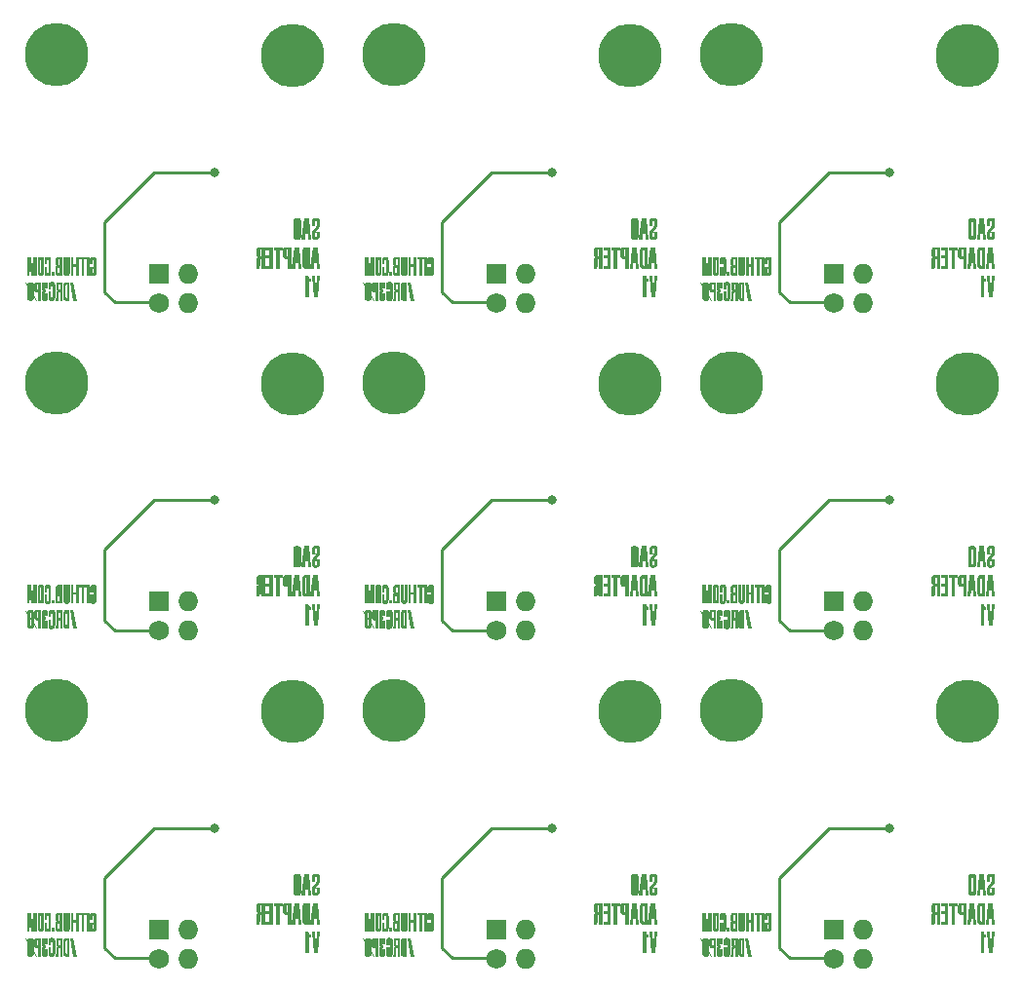
<source format=gbr>
%TF.GenerationSoftware,KiCad,Pcbnew,7.0.2-0*%
%TF.CreationDate,2024-04-23T15:27:54-05:00*%
%TF.ProjectId,saopowerbrdvcut,73616f70-6f77-4657-9262-726476637574,rev?*%
%TF.SameCoordinates,Original*%
%TF.FileFunction,Copper,L2,Bot*%
%TF.FilePolarity,Positive*%
%FSLAX46Y46*%
G04 Gerber Fmt 4.6, Leading zero omitted, Abs format (unit mm)*
G04 Created by KiCad (PCBNEW 7.0.2-0) date 2024-04-23 15:27:54*
%MOMM*%
%LPD*%
G01*
G04 APERTURE LIST*
%ADD10C,0.300000*%
%TA.AperFunction,NonConductor*%
%ADD11C,0.300000*%
%TD*%
%TA.AperFunction,NonConductor*%
%ADD12C,0.100000*%
%TD*%
%TA.AperFunction,ComponentPad*%
%ADD13R,1.727200X1.727200*%
%TD*%
%TA.AperFunction,ComponentPad*%
%ADD14C,1.727200*%
%TD*%
%TA.AperFunction,ComponentPad*%
%ADD15O,1.727200X1.727200*%
%TD*%
%TA.AperFunction,ViaPad*%
%ADD16C,5.500000*%
%TD*%
%TA.AperFunction,ViaPad*%
%ADD17C,0.800000*%
%TD*%
%TA.AperFunction,Conductor*%
%ADD18C,0.250000*%
%TD*%
G04 APERTURE END LIST*
D10*
D11*
G36*
X131582528Y-65717260D02*
G01*
X131600717Y-65718890D01*
X131618100Y-65720574D01*
X131634675Y-65722313D01*
X131650443Y-65724106D01*
X131665404Y-65725954D01*
X131686332Y-65728827D01*
X131705443Y-65731823D01*
X131722739Y-65734941D01*
X131738219Y-65738181D01*
X131756033Y-65742692D01*
X131770619Y-65747420D01*
X131776701Y-65749866D01*
X131790540Y-65756149D01*
X131803663Y-65762861D01*
X131818467Y-65771482D01*
X131832240Y-65780721D01*
X131844982Y-65790578D01*
X131852905Y-65797494D01*
X131863866Y-65810133D01*
X131872114Y-65823815D01*
X131879558Y-65840358D01*
X131884933Y-65855654D01*
X131889793Y-65872781D01*
X131894138Y-65891741D01*
X131897059Y-65907162D01*
X131897968Y-65912532D01*
X131897968Y-66223575D01*
X131896770Y-66246429D01*
X131895466Y-66268277D01*
X131894056Y-66289122D01*
X131892541Y-66308961D01*
X131890919Y-66327796D01*
X131889192Y-66345626D01*
X131887359Y-66362452D01*
X131885420Y-66378273D01*
X131883375Y-66393089D01*
X131880109Y-66413430D01*
X131876604Y-66431510D01*
X131872861Y-66447330D01*
X131867500Y-66464907D01*
X131866094Y-66468673D01*
X131860032Y-66483104D01*
X131853386Y-66497455D01*
X131846156Y-66511726D01*
X131838342Y-66525917D01*
X131829944Y-66540028D01*
X131820963Y-66554059D01*
X131811397Y-66568009D01*
X131801248Y-66581879D01*
X131533069Y-66952274D01*
X131525478Y-66967060D01*
X131518277Y-66981194D01*
X131511465Y-66994675D01*
X131503497Y-67010608D01*
X131496138Y-67025522D01*
X131489386Y-67039417D01*
X131483243Y-67052291D01*
X131478032Y-67068753D01*
X131474933Y-67087821D01*
X131473231Y-67105563D01*
X131472065Y-67126255D01*
X131471584Y-67141688D01*
X131471340Y-67158432D01*
X131471335Y-67176487D01*
X131471567Y-67195852D01*
X131472036Y-67216529D01*
X131472743Y-67238517D01*
X131473687Y-67261815D01*
X131474870Y-67286424D01*
X131475550Y-67299221D01*
X131476965Y-67314431D01*
X131480266Y-67332237D01*
X131485180Y-67347215D01*
X131493593Y-67361961D01*
X131504529Y-67372288D01*
X131517986Y-67378197D01*
X131533967Y-67379687D01*
X131537465Y-67379454D01*
X131554191Y-67376807D01*
X131568878Y-67372299D01*
X131583810Y-67364434D01*
X131595806Y-67353889D01*
X131604865Y-67340666D01*
X131609273Y-67330362D01*
X131613600Y-67315619D01*
X131617194Y-67298641D01*
X131619541Y-67283448D01*
X131621418Y-67266825D01*
X131622827Y-67248770D01*
X131623766Y-67229284D01*
X131624162Y-67213730D01*
X131624294Y-67197371D01*
X131624294Y-66902815D01*
X131668624Y-66902815D01*
X131688407Y-66902815D01*
X131714053Y-66902815D01*
X131733470Y-66902815D01*
X131894670Y-66902815D01*
X131894670Y-67238038D01*
X131892591Y-67258138D01*
X131890474Y-67277313D01*
X131888321Y-67295564D01*
X131886130Y-67312891D01*
X131883901Y-67329293D01*
X131881636Y-67344770D01*
X131879333Y-67359323D01*
X131875809Y-67379419D01*
X131872202Y-67397435D01*
X131868511Y-67413371D01*
X131863459Y-67431383D01*
X131858258Y-67445697D01*
X131856935Y-67448697D01*
X131849062Y-67463338D01*
X131838953Y-67478407D01*
X131829256Y-67490772D01*
X131818127Y-67503412D01*
X131805568Y-67516326D01*
X131791578Y-67529515D01*
X131780145Y-67539587D01*
X131767908Y-67549814D01*
X131754414Y-67559708D01*
X131739349Y-67568919D01*
X131722712Y-67577448D01*
X131704504Y-67585294D01*
X131684725Y-67592457D01*
X131670666Y-67596854D01*
X131655908Y-67600947D01*
X131640452Y-67604736D01*
X131624298Y-67608222D01*
X131607445Y-67611405D01*
X131589894Y-67614285D01*
X131571644Y-67616861D01*
X131552697Y-67619133D01*
X131542961Y-67620156D01*
X131523754Y-67619446D01*
X131505334Y-67618599D01*
X131487701Y-67617614D01*
X131470856Y-67616492D01*
X131454797Y-67615233D01*
X131439526Y-67613836D01*
X131418095Y-67611483D01*
X131398434Y-67608821D01*
X131380545Y-67605850D01*
X131364427Y-67602570D01*
X131350080Y-67598981D01*
X131333705Y-67593715D01*
X131330103Y-67592312D01*
X131316238Y-67585689D01*
X131302855Y-67577177D01*
X131289952Y-67566775D01*
X131277530Y-67554485D01*
X131265589Y-67540306D01*
X131256948Y-67528431D01*
X131248578Y-67515494D01*
X131240479Y-67501495D01*
X131232650Y-67486433D01*
X131225317Y-67470455D01*
X131218705Y-67453846D01*
X131212815Y-67436607D01*
X131207646Y-67418736D01*
X131203198Y-67400233D01*
X131199471Y-67381100D01*
X131196466Y-67361336D01*
X131194182Y-67340940D01*
X131192619Y-67319914D01*
X131191778Y-67298256D01*
X131191617Y-67283467D01*
X131191617Y-67119336D01*
X131191424Y-67098088D01*
X131191852Y-67077210D01*
X131192901Y-67056700D01*
X131194571Y-67036560D01*
X131196862Y-67016790D01*
X131199775Y-66997388D01*
X131203308Y-66978356D01*
X131207463Y-66959693D01*
X131212238Y-66941399D01*
X131217635Y-66923474D01*
X131223653Y-66905919D01*
X131230292Y-66888732D01*
X131237552Y-66871915D01*
X131245433Y-66855468D01*
X131253935Y-66839389D01*
X131263058Y-66823680D01*
X131518048Y-66485892D01*
X131529299Y-66470990D01*
X131539881Y-66456783D01*
X131549793Y-66443272D01*
X131559035Y-66430457D01*
X131567607Y-66418336D01*
X131579210Y-66401460D01*
X131589306Y-66386149D01*
X131597895Y-66372403D01*
X131607002Y-66356509D01*
X131614619Y-66340554D01*
X131617699Y-66330920D01*
X131620269Y-66315635D01*
X131622207Y-66298633D01*
X131623366Y-66282692D01*
X131624062Y-66265488D01*
X131624287Y-66250188D01*
X131624294Y-66247023D01*
X131624294Y-66072267D01*
X131624700Y-66055207D01*
X131624547Y-66039474D01*
X131623471Y-66020561D01*
X131621398Y-66004006D01*
X131617407Y-65986628D01*
X131611860Y-65972936D01*
X131601479Y-65959958D01*
X131599747Y-65958694D01*
X131586444Y-65950107D01*
X131572583Y-65942529D01*
X131558348Y-65937811D01*
X131543581Y-65939044D01*
X131528611Y-65943085D01*
X131514283Y-65948031D01*
X131507423Y-65950634D01*
X131494728Y-65958718D01*
X131484944Y-65971980D01*
X131479013Y-65986987D01*
X131475725Y-66001582D01*
X131473730Y-66018477D01*
X131473028Y-66037674D01*
X131473352Y-66053582D01*
X131473352Y-66442295D01*
X131191617Y-66442295D01*
X131191617Y-65987637D01*
X131194305Y-65970029D01*
X131197147Y-65953612D01*
X131200144Y-65938387D01*
X131204380Y-65919940D01*
X131208891Y-65903611D01*
X131213677Y-65889400D01*
X131220045Y-65874615D01*
X131228254Y-65861241D01*
X131238051Y-65848819D01*
X131247568Y-65837519D01*
X131258101Y-65825978D01*
X131269513Y-65814747D01*
X131270752Y-65813614D01*
X131282515Y-65803168D01*
X131294381Y-65793299D01*
X131307576Y-65782880D01*
X131320211Y-65773314D01*
X131333516Y-65764933D01*
X131347929Y-65757949D01*
X131361637Y-65752362D01*
X131377279Y-65746775D01*
X131394855Y-65741188D01*
X131409308Y-65736998D01*
X131424849Y-65732807D01*
X131441478Y-65728617D01*
X131582528Y-65717260D01*
G37*
G36*
X131134465Y-67596709D02*
G01*
X130876544Y-67596709D01*
X130826352Y-67095156D01*
X130634744Y-67093324D01*
X130597741Y-67596709D01*
X130306115Y-67596709D01*
X130388976Y-66837968D01*
X130666617Y-66837968D01*
X130795578Y-66837968D01*
X130733662Y-66109270D01*
X130666617Y-66837968D01*
X130388976Y-66837968D01*
X130509447Y-65734845D01*
X130930766Y-65734845D01*
X131134465Y-67596709D01*
G37*
G36*
X129941113Y-65732898D02*
G01*
X129966175Y-65733649D01*
X129990023Y-65734901D01*
X130012657Y-65736654D01*
X130034078Y-65738908D01*
X130054285Y-65741663D01*
X130073279Y-65744919D01*
X130091059Y-65748676D01*
X130107626Y-65752933D01*
X130122979Y-65757692D01*
X130137118Y-65762951D01*
X130156052Y-65771779D01*
X130172255Y-65781734D01*
X130185727Y-65792816D01*
X130189611Y-65796761D01*
X130200283Y-65810333D01*
X130209906Y-65827145D01*
X130218478Y-65847196D01*
X130223610Y-65862363D01*
X130228276Y-65878969D01*
X130232475Y-65897015D01*
X130236207Y-65916501D01*
X130239473Y-65937427D01*
X130242272Y-65959793D01*
X130244605Y-65983598D01*
X130246471Y-66008842D01*
X130247871Y-66035527D01*
X130248804Y-66063651D01*
X130249270Y-66093215D01*
X130249328Y-66108537D01*
X130249328Y-67225948D01*
X130249271Y-67241114D01*
X130249097Y-67255931D01*
X130248401Y-67284515D01*
X130247242Y-67311699D01*
X130245619Y-67337483D01*
X130243532Y-67361868D01*
X130240982Y-67384853D01*
X130237968Y-67406438D01*
X130234491Y-67426624D01*
X130230549Y-67445410D01*
X130226144Y-67462797D01*
X130221276Y-67478784D01*
X130215944Y-67493371D01*
X130207076Y-67512628D01*
X130197165Y-67528735D01*
X130189977Y-67537724D01*
X130177311Y-67549182D01*
X130161843Y-67559513D01*
X130143574Y-67568716D01*
X130129838Y-67574226D01*
X130114857Y-67579235D01*
X130098631Y-67583743D01*
X130081160Y-67587750D01*
X130062444Y-67591256D01*
X130042483Y-67594262D01*
X130021277Y-67596766D01*
X129998826Y-67598770D01*
X129975130Y-67600272D01*
X129950188Y-67601274D01*
X129924002Y-67601775D01*
X129910442Y-67601838D01*
X129884869Y-67601587D01*
X129860450Y-67600836D01*
X129837184Y-67599584D01*
X129815072Y-67597830D01*
X129794114Y-67595576D01*
X129774309Y-67592822D01*
X129755657Y-67589566D01*
X129738159Y-67585809D01*
X129721814Y-67581552D01*
X129706623Y-67576793D01*
X129692585Y-67571534D01*
X129673691Y-67562706D01*
X129657393Y-67552751D01*
X129643689Y-67541668D01*
X129639698Y-67537724D01*
X129628633Y-67523218D01*
X129618657Y-67505666D01*
X129612610Y-67492272D01*
X129607048Y-67477524D01*
X129601969Y-67461423D01*
X129597373Y-67443968D01*
X129593262Y-67425158D01*
X129589634Y-67404996D01*
X129586490Y-67383479D01*
X129583829Y-67360608D01*
X129581652Y-67336384D01*
X129579959Y-67310806D01*
X129578750Y-67283873D01*
X129578430Y-67271377D01*
X129859883Y-67271377D01*
X129860374Y-67287140D01*
X129862137Y-67302149D01*
X129866144Y-67316403D01*
X129870141Y-67323401D01*
X129882764Y-67332166D01*
X129897798Y-67335610D01*
X129909709Y-67336224D01*
X129925752Y-67334640D01*
X129941414Y-67328561D01*
X129953160Y-67317922D01*
X129960991Y-67302724D01*
X129964526Y-67286575D01*
X129965396Y-67271377D01*
X129965396Y-66065306D01*
X129964618Y-66049592D01*
X129961455Y-66032897D01*
X129954448Y-66017183D01*
X129943938Y-66006183D01*
X129929925Y-65999898D01*
X129915571Y-65998261D01*
X129899528Y-65999898D01*
X129883866Y-66006183D01*
X129872119Y-66017183D01*
X129864288Y-66032897D01*
X129860753Y-66049592D01*
X129859883Y-66065306D01*
X129859883Y-67271377D01*
X129578430Y-67271377D01*
X129578025Y-67255588D01*
X129577783Y-67225948D01*
X129577783Y-66108537D01*
X129577841Y-66093550D01*
X129578308Y-66064607D01*
X129579241Y-66037039D01*
X129580640Y-66010844D01*
X129582507Y-65986022D01*
X129584839Y-65962575D01*
X129587638Y-65940502D01*
X129590904Y-65919802D01*
X129594637Y-65900476D01*
X129598835Y-65882524D01*
X129603501Y-65865946D01*
X129608633Y-65850742D01*
X129614231Y-65836912D01*
X129623504Y-65818743D01*
X129633826Y-65803665D01*
X129637500Y-65799325D01*
X129650085Y-65787409D01*
X129665445Y-65776665D01*
X129683582Y-65767093D01*
X129697214Y-65761363D01*
X129712081Y-65756154D01*
X129728181Y-65751465D01*
X129745514Y-65747298D01*
X129764082Y-65743652D01*
X129783882Y-65740526D01*
X129804917Y-65737921D01*
X129827185Y-65735838D01*
X129850687Y-65734275D01*
X129875422Y-65733233D01*
X129901391Y-65732712D01*
X129914838Y-65732647D01*
X129941113Y-65732898D01*
G37*
G36*
X131899433Y-70116709D02*
G01*
X131641513Y-70116709D01*
X131591321Y-69615156D01*
X131399712Y-69613324D01*
X131362710Y-70116709D01*
X131071084Y-70116709D01*
X131153945Y-69357968D01*
X131431586Y-69357968D01*
X131560546Y-69357968D01*
X131498631Y-68629270D01*
X131431586Y-69357968D01*
X131153945Y-69357968D01*
X131274416Y-68254845D01*
X131695735Y-68254845D01*
X131899433Y-70116709D01*
G37*
G36*
X131014297Y-70116709D02*
G01*
X130655260Y-70116709D01*
X130636798Y-70116531D01*
X130619192Y-70116000D01*
X130602442Y-70115115D01*
X130586550Y-70113875D01*
X130571513Y-70112281D01*
X130552797Y-70109605D01*
X130535604Y-70106299D01*
X130519933Y-70102363D01*
X130502486Y-70096558D01*
X130492883Y-70092523D01*
X130477551Y-70084652D01*
X130463059Y-70075349D01*
X130449408Y-70064616D01*
X130436598Y-70052452D01*
X130424628Y-70038856D01*
X130415658Y-70026949D01*
X130409253Y-70017301D01*
X130401305Y-70003485D01*
X130394032Y-69988582D01*
X130387435Y-69972590D01*
X130381513Y-69955511D01*
X130376266Y-69937345D01*
X130372775Y-69923006D01*
X130369663Y-69908056D01*
X130366931Y-69892494D01*
X130366097Y-69887043D01*
X130363754Y-69868760D01*
X130361650Y-69847579D01*
X130360379Y-69831848D01*
X130359214Y-69814829D01*
X130358155Y-69796523D01*
X130357202Y-69776928D01*
X130356354Y-69756045D01*
X130355613Y-69733874D01*
X130354978Y-69710416D01*
X130354448Y-69685669D01*
X130354025Y-69659634D01*
X130353707Y-69632311D01*
X130353495Y-69603700D01*
X130353429Y-69588912D01*
X130353389Y-69573802D01*
X130353384Y-69567528D01*
X130618624Y-69567528D01*
X130618643Y-69580237D01*
X130618798Y-69604695D01*
X130619107Y-69627873D01*
X130619570Y-69649772D01*
X130620189Y-69670391D01*
X130620961Y-69689731D01*
X130621889Y-69707792D01*
X130622971Y-69724573D01*
X130624207Y-69740075D01*
X130626352Y-69760929D01*
X130628844Y-69778904D01*
X130632708Y-69798393D01*
X130638407Y-69815557D01*
X130644241Y-69825346D01*
X130656318Y-69837582D01*
X130669432Y-69845535D01*
X130685319Y-69851449D01*
X130700025Y-69854712D01*
X130716506Y-69856670D01*
X130734761Y-69857323D01*
X130734761Y-68513132D01*
X130731267Y-68513148D01*
X130714776Y-68513699D01*
X130699912Y-68515037D01*
X130684224Y-68517682D01*
X130668884Y-68522200D01*
X130655260Y-68529252D01*
X130643404Y-68539823D01*
X130635104Y-68552091D01*
X130628910Y-68567060D01*
X130625218Y-68582375D01*
X130624040Y-68590221D01*
X130622333Y-68607334D01*
X130621200Y-68624656D01*
X130620485Y-68639766D01*
X130619886Y-68656692D01*
X130619403Y-68675435D01*
X130619036Y-68695994D01*
X130618856Y-68710708D01*
X130618727Y-68726230D01*
X130618649Y-68742559D01*
X130618624Y-68759695D01*
X130618624Y-69567528D01*
X130353384Y-69567528D01*
X130353376Y-69558369D01*
X130353376Y-68914667D01*
X130353385Y-68898440D01*
X130353413Y-68882549D01*
X130353460Y-68866993D01*
X130353525Y-68851773D01*
X130353711Y-68822339D01*
X130353971Y-68794248D01*
X130354306Y-68767499D01*
X130354715Y-68742093D01*
X130355199Y-68718028D01*
X130355757Y-68695307D01*
X130356390Y-68673927D01*
X130357097Y-68653890D01*
X130357878Y-68635196D01*
X130358734Y-68617844D01*
X130359664Y-68601834D01*
X130361199Y-68580336D01*
X130362901Y-68561859D01*
X130364158Y-68550606D01*
X130366461Y-68533947D01*
X130369267Y-68517551D01*
X130372575Y-68501420D01*
X130376385Y-68485553D01*
X130380698Y-68469950D01*
X130385513Y-68454611D01*
X130390830Y-68439536D01*
X130396650Y-68424725D01*
X130402972Y-68410178D01*
X130409796Y-68395896D01*
X130414652Y-68386583D01*
X130422456Y-68373243D01*
X130430885Y-68360656D01*
X130439938Y-68348822D01*
X130449617Y-68337742D01*
X130463493Y-68324141D01*
X130478479Y-68311879D01*
X130494576Y-68300957D01*
X130507378Y-68293644D01*
X130520804Y-68287085D01*
X130525510Y-68285034D01*
X130541143Y-68279271D01*
X130559050Y-68274095D01*
X130579229Y-68269504D01*
X130593946Y-68266769D01*
X130609672Y-68264295D01*
X130626409Y-68262081D01*
X130644156Y-68260128D01*
X130662914Y-68258435D01*
X130682682Y-68257002D01*
X130703460Y-68255830D01*
X130725249Y-68254918D01*
X130748048Y-68254267D01*
X130771857Y-68253876D01*
X130796677Y-68253746D01*
X131014297Y-68253746D01*
X131014297Y-70116709D01*
G37*
G36*
X130296223Y-70116709D02*
G01*
X130038303Y-70116709D01*
X129988111Y-69615156D01*
X129796502Y-69613324D01*
X129759499Y-70116709D01*
X129467873Y-70116709D01*
X129550735Y-69357968D01*
X129828376Y-69357968D01*
X129957336Y-69357968D01*
X129895421Y-68629270D01*
X129828376Y-69357968D01*
X129550735Y-69357968D01*
X129671206Y-68254845D01*
X130092525Y-68254845D01*
X130296223Y-70116709D01*
G37*
G36*
X129411087Y-70116709D02*
G01*
X129119827Y-70116709D01*
X129119827Y-69281032D01*
X128926387Y-69279933D01*
X128910203Y-69281053D01*
X128894625Y-69281117D01*
X128879652Y-69280126D01*
X128860630Y-69277160D01*
X128842684Y-69272318D01*
X128825814Y-69265597D01*
X128810020Y-69256999D01*
X128795302Y-69246523D01*
X128784970Y-69237434D01*
X128771982Y-69224600D01*
X128759943Y-69211743D01*
X128748855Y-69198863D01*
X128738717Y-69185960D01*
X128729529Y-69173034D01*
X128721292Y-69160086D01*
X128714005Y-69147114D01*
X128707668Y-69134120D01*
X128700922Y-69118148D01*
X128695339Y-69102750D01*
X128690918Y-69087923D01*
X128687149Y-69070887D01*
X128685054Y-69054676D01*
X128684587Y-69041796D01*
X128684711Y-69024107D01*
X128684780Y-69009453D01*
X128684837Y-68992508D01*
X128684883Y-68973274D01*
X128684892Y-68968157D01*
X128988303Y-68968157D01*
X128990444Y-68983133D01*
X128994399Y-68997895D01*
X129000393Y-69009556D01*
X129011160Y-69019976D01*
X129020176Y-69023111D01*
X129035625Y-69023683D01*
X129050470Y-69023832D01*
X129056813Y-69023844D01*
X129119827Y-69023844D01*
X129119827Y-68474297D01*
X129103320Y-68473731D01*
X129087044Y-68473679D01*
X129070999Y-68474143D01*
X129055187Y-68475122D01*
X129039607Y-68476616D01*
X129034465Y-68477228D01*
X129018231Y-68481609D01*
X129005433Y-68490582D01*
X128996071Y-68504149D01*
X128990782Y-68519433D01*
X128988303Y-68534748D01*
X128988303Y-68968157D01*
X128684892Y-68968157D01*
X128684910Y-68957346D01*
X128684930Y-68940130D01*
X128684944Y-68921625D01*
X128684952Y-68901833D01*
X128684953Y-68887923D01*
X128684953Y-68647954D01*
X128684953Y-68534015D01*
X128684953Y-68513498D01*
X128685088Y-68498514D01*
X128685689Y-68479786D01*
X128686771Y-68462490D01*
X128688334Y-68446624D01*
X128690964Y-68428805D01*
X128694345Y-68413222D01*
X128699394Y-68397474D01*
X128700340Y-68395163D01*
X128706912Y-68379783D01*
X128713484Y-68365701D01*
X128720994Y-68351195D01*
X128728505Y-68338383D01*
X128730382Y-68335445D01*
X128739295Y-68322720D01*
X128749135Y-68310922D01*
X128759903Y-68300051D01*
X128766286Y-68294413D01*
X128779478Y-68285010D01*
X128793978Y-68277820D01*
X128808807Y-68272431D01*
X128823108Y-68268481D01*
X128828201Y-68267302D01*
X128843469Y-68264013D01*
X128858220Y-68261291D01*
X128874780Y-68258832D01*
X128890638Y-68257144D01*
X128903673Y-68256311D01*
X128919146Y-68255813D01*
X128936369Y-68255476D01*
X128952981Y-68255259D01*
X128972113Y-68255087D01*
X128988114Y-68254988D01*
X129005532Y-68254915D01*
X129024367Y-68254868D01*
X129044618Y-68254847D01*
X129051684Y-68254845D01*
X129125323Y-68254845D01*
X129411087Y-68254845D01*
X129411087Y-70116709D01*
G37*
G36*
X128627067Y-68512033D02*
G01*
X128393327Y-68512033D01*
X128393327Y-70117808D01*
X128101335Y-70117808D01*
X128101335Y-68512033D01*
X127867228Y-68512033D01*
X127867228Y-68254845D01*
X128627067Y-68254845D01*
X128627067Y-68512033D01*
G37*
G36*
X127809342Y-70117808D02*
G01*
X127182860Y-70117808D01*
X127182860Y-69862452D01*
X127518449Y-69862452D01*
X127518449Y-69247326D01*
X127182860Y-69247326D01*
X127182860Y-68989039D01*
X127518449Y-68989039D01*
X127518449Y-68513132D01*
X127182860Y-68513132D01*
X127182860Y-68255578D01*
X127809342Y-68255578D01*
X127809342Y-70117808D01*
G37*
G36*
X127124974Y-70116709D02*
G01*
X126833714Y-70116709D01*
X126833714Y-69280665D01*
X126818470Y-69280162D01*
X126799656Y-69280062D01*
X126782572Y-69280614D01*
X126767216Y-69281819D01*
X126750452Y-69284243D01*
X126733902Y-69288498D01*
X126721241Y-69294221D01*
X126708578Y-69305097D01*
X126700166Y-69318634D01*
X126694936Y-69333222D01*
X126691536Y-69350567D01*
X126690100Y-69367127D01*
X126690100Y-69572658D01*
X126689811Y-69597968D01*
X126689493Y-69622151D01*
X126689146Y-69645206D01*
X126688772Y-69667134D01*
X126688368Y-69687934D01*
X126687936Y-69707606D01*
X126687475Y-69726150D01*
X126686985Y-69743566D01*
X126686467Y-69759855D01*
X126685921Y-69775017D01*
X126685047Y-69795644D01*
X126684109Y-69813734D01*
X126683106Y-69829286D01*
X126682040Y-69842302D01*
X126680483Y-69858107D01*
X126678925Y-69874198D01*
X126677368Y-69890576D01*
X126675811Y-69907240D01*
X126674254Y-69924190D01*
X126672697Y-69941426D01*
X126671140Y-69958949D01*
X126669583Y-69976757D01*
X126667803Y-69994120D01*
X126665759Y-70010303D01*
X126663452Y-70025306D01*
X126660198Y-70042403D01*
X126656533Y-70057657D01*
X126651591Y-70073529D01*
X126647968Y-70082637D01*
X126640342Y-70095913D01*
X126629437Y-70107093D01*
X126616196Y-70114013D01*
X126600620Y-70116675D01*
X126598509Y-70116709D01*
X126377957Y-70116709D01*
X126363205Y-70116052D01*
X126348612Y-70112603D01*
X126345717Y-70098024D01*
X126352751Y-70085151D01*
X126358282Y-70070346D01*
X126361976Y-70055370D01*
X126362936Y-70050030D01*
X126365363Y-70034712D01*
X126367863Y-70020218D01*
X126370713Y-70004708D01*
X126373914Y-69988182D01*
X126375393Y-69980787D01*
X126378531Y-69964438D01*
X126381559Y-69948502D01*
X126384254Y-69934076D01*
X126386017Y-69924367D01*
X126388095Y-69909409D01*
X126390063Y-69893402D01*
X126391792Y-69878278D01*
X126392245Y-69874175D01*
X126393813Y-69858675D01*
X126395311Y-69841668D01*
X126396539Y-69825890D01*
X126397715Y-69809004D01*
X126398656Y-69794086D01*
X126398840Y-69791011D01*
X126398840Y-69763533D01*
X126398840Y-69736789D01*
X126398840Y-69349175D01*
X126398840Y-69268209D01*
X126402647Y-69252629D01*
X126407684Y-69237098D01*
X126414227Y-69222528D01*
X126420822Y-69212155D01*
X126430314Y-69199864D01*
X126440153Y-69188180D01*
X126449398Y-69178083D01*
X126460115Y-69167996D01*
X126472694Y-69159264D01*
X126482737Y-69154270D01*
X126497142Y-69148260D01*
X126511184Y-69142735D01*
X126517542Y-69140348D01*
X126531723Y-69135287D01*
X126546209Y-69130616D01*
X126555278Y-69127891D01*
X126564662Y-69126258D01*
X126562070Y-69125906D01*
X126545881Y-69122824D01*
X126531301Y-69119080D01*
X126515931Y-69113713D01*
X126509116Y-69110672D01*
X126494415Y-69103086D01*
X126480765Y-69095395D01*
X126468168Y-69087599D01*
X126455059Y-69078560D01*
X126450497Y-69075135D01*
X126439071Y-69065335D01*
X126428973Y-69054618D01*
X126419201Y-69041468D01*
X126412762Y-69030438D01*
X126407337Y-69014728D01*
X126404278Y-68998204D01*
X126402320Y-68981804D01*
X126401240Y-68968157D01*
X126702190Y-68968157D01*
X126704331Y-68983133D01*
X126708286Y-68997895D01*
X126714280Y-69009556D01*
X126725047Y-69019976D01*
X126734063Y-69023111D01*
X126749512Y-69023683D01*
X126764357Y-69023832D01*
X126770700Y-69023844D01*
X126833714Y-69023844D01*
X126833714Y-68474297D01*
X126817207Y-68473731D01*
X126800931Y-68473679D01*
X126784886Y-68474143D01*
X126769074Y-68475122D01*
X126753493Y-68476616D01*
X126748352Y-68477228D01*
X126732118Y-68481609D01*
X126719320Y-68490582D01*
X126709958Y-68504149D01*
X126704669Y-68519433D01*
X126702190Y-68534748D01*
X126702190Y-68968157D01*
X126401240Y-68968157D01*
X126400798Y-68962575D01*
X126399941Y-68946298D01*
X126399329Y-68928430D01*
X126398962Y-68908972D01*
X126398840Y-68887923D01*
X126398840Y-68647954D01*
X126398840Y-68534015D01*
X126398840Y-68513498D01*
X126398975Y-68498514D01*
X126399576Y-68479786D01*
X126400658Y-68462490D01*
X126402221Y-68446624D01*
X126404851Y-68428805D01*
X126408232Y-68413222D01*
X126413281Y-68397474D01*
X126414227Y-68395163D01*
X126420799Y-68379783D01*
X126427371Y-68365701D01*
X126434881Y-68351195D01*
X126442392Y-68338383D01*
X126444269Y-68335445D01*
X126453182Y-68322720D01*
X126463022Y-68310922D01*
X126473790Y-68300051D01*
X126480173Y-68294413D01*
X126493365Y-68285010D01*
X126507865Y-68277820D01*
X126522694Y-68272431D01*
X126536995Y-68268481D01*
X126542088Y-68267302D01*
X126557356Y-68264013D01*
X126572107Y-68261291D01*
X126588667Y-68258832D01*
X126604525Y-68257144D01*
X126617559Y-68256311D01*
X126633033Y-68255813D01*
X126650256Y-68255476D01*
X126666868Y-68255259D01*
X126685999Y-68255087D01*
X126702001Y-68254988D01*
X126719419Y-68254915D01*
X126738254Y-68254868D01*
X126758505Y-68254847D01*
X126765571Y-68254845D01*
X126839210Y-68254845D01*
X127124974Y-68254845D01*
X127124974Y-70116709D01*
G37*
G36*
X131899433Y-70775578D02*
G01*
X131641513Y-70775578D01*
X131515850Y-71965529D01*
X131419862Y-70775578D01*
X131164506Y-70775578D01*
X131376265Y-72637808D01*
X131684377Y-72636709D01*
X131899433Y-70775578D01*
G37*
G36*
X130645735Y-72636709D02*
G01*
X130645735Y-70774845D01*
X130903289Y-70774845D01*
X130905245Y-70794757D01*
X130907956Y-70813824D01*
X130911419Y-70832049D01*
X130915636Y-70849429D01*
X130920607Y-70865966D01*
X130926331Y-70881659D01*
X130932809Y-70896509D01*
X130940040Y-70910515D01*
X130948024Y-70923677D01*
X130956762Y-70935995D01*
X130963006Y-70943739D01*
X130972934Y-70954564D01*
X130987354Y-70967624D01*
X131003125Y-70979116D01*
X131015840Y-70986705D01*
X131029314Y-70993413D01*
X131043549Y-70999238D01*
X131058543Y-71004180D01*
X131074298Y-71008241D01*
X131090812Y-71011419D01*
X131108086Y-71013715D01*
X131108086Y-71280062D01*
X130960442Y-71280062D01*
X130960442Y-72636709D01*
X130645735Y-72636709D01*
G37*
D10*
D11*
G36*
X170989669Y-69124207D02*
G01*
X171001508Y-69130923D01*
X171012626Y-69138688D01*
X171023023Y-69147503D01*
X171032698Y-69157367D01*
X171041653Y-69168281D01*
X171044477Y-69172152D01*
X171052459Y-69183943D01*
X171059699Y-69195980D01*
X171066198Y-69208263D01*
X171071954Y-69220791D01*
X171076969Y-69233565D01*
X171078476Y-69237877D01*
X171081853Y-69251189D01*
X171084143Y-69265432D01*
X171085620Y-69278212D01*
X171086891Y-69292788D01*
X171087955Y-69309162D01*
X171088814Y-69327333D01*
X171089272Y-69340445D01*
X171089638Y-69354357D01*
X171089913Y-69369067D01*
X171090096Y-69384575D01*
X171090188Y-69400883D01*
X171090199Y-69409336D01*
X171090199Y-70441262D01*
X171089263Y-70455952D01*
X171088285Y-70470017D01*
X171087266Y-70483457D01*
X171086206Y-70496271D01*
X171084538Y-70514322D01*
X171082778Y-70530965D01*
X171080925Y-70546202D01*
X171078979Y-70560033D01*
X171076241Y-70576285D01*
X171073337Y-70590038D01*
X171070269Y-70601290D01*
X171066203Y-70613321D01*
X171061230Y-70626775D01*
X171056153Y-70639159D01*
X171050101Y-70652251D01*
X171043908Y-70663885D01*
X171043012Y-70665428D01*
X171036041Y-70676094D01*
X171027696Y-70686699D01*
X171019450Y-70695741D01*
X171010193Y-70704738D01*
X170999927Y-70713690D01*
X170989407Y-70721876D01*
X170978045Y-70729846D01*
X170967664Y-70736115D01*
X170955760Y-70741674D01*
X170952153Y-70742902D01*
X170940054Y-70746681D01*
X170928671Y-70750461D01*
X170921379Y-70753062D01*
X170909868Y-70756344D01*
X170897668Y-70759013D01*
X170884348Y-70761543D01*
X170870967Y-70763858D01*
X170859083Y-70765610D01*
X170845124Y-70767098D01*
X170831496Y-70767917D01*
X170818197Y-70768066D01*
X170805227Y-70767545D01*
X170798866Y-70767033D01*
X170786364Y-70765772D01*
X170774357Y-70764131D01*
X170760973Y-70761737D01*
X170748262Y-70758826D01*
X170737903Y-70755920D01*
X170726653Y-70752082D01*
X170715136Y-70746804D01*
X170703886Y-70739727D01*
X170695405Y-70732424D01*
X170685885Y-70722836D01*
X170677110Y-70713125D01*
X170669078Y-70703289D01*
X170667561Y-70701307D01*
X170659868Y-70691310D01*
X170652174Y-70681562D01*
X170643711Y-70671125D01*
X170642942Y-70670191D01*
X170642942Y-70729249D01*
X170519257Y-70729249D01*
X170519257Y-69940222D01*
X170827589Y-69940222D01*
X170827589Y-70131367D01*
X170748162Y-70131367D01*
X170748162Y-70428561D01*
X170748574Y-70443214D01*
X170749810Y-70456215D01*
X170752295Y-70469294D01*
X170756508Y-70481489D01*
X170759885Y-70487619D01*
X170769548Y-70496642D01*
X170780905Y-70501137D01*
X170793488Y-70503084D01*
X170806237Y-70503278D01*
X170808538Y-70503177D01*
X170821367Y-70501994D01*
X170833755Y-70499429D01*
X170845602Y-70494255D01*
X170853381Y-70486032D01*
X170857555Y-70473579D01*
X170859780Y-70459688D01*
X170860800Y-70446977D01*
X170861264Y-70432302D01*
X170861295Y-70426974D01*
X170861295Y-69459186D01*
X170861112Y-69443692D01*
X170860562Y-69429915D01*
X170859360Y-69415107D01*
X170857162Y-69400879D01*
X170852949Y-69387915D01*
X170849571Y-69383300D01*
X170839122Y-69377153D01*
X170827017Y-69374022D01*
X170813571Y-69372673D01*
X170805901Y-69372504D01*
X170792735Y-69372975D01*
X170779990Y-69374667D01*
X170768586Y-69378041D01*
X170761058Y-69382347D01*
X170754257Y-69394576D01*
X170751386Y-69407748D01*
X170749685Y-69422067D01*
X170748779Y-69435711D01*
X170748275Y-69451299D01*
X170748162Y-69464266D01*
X170748162Y-69732249D01*
X170519257Y-69732249D01*
X170519257Y-69362979D01*
X170519327Y-69350275D01*
X170519636Y-69334380D01*
X170520192Y-69319675D01*
X170520996Y-69306161D01*
X170522348Y-69290942D01*
X170524087Y-69277584D01*
X170526684Y-69264010D01*
X170527171Y-69262009D01*
X170530885Y-69248816D01*
X170535749Y-69235451D01*
X170541272Y-69223911D01*
X170548273Y-69213111D01*
X170556390Y-69202352D01*
X170564622Y-69191902D01*
X170572968Y-69181763D01*
X170574651Y-69179772D01*
X170583650Y-69169775D01*
X170592728Y-69160990D01*
X170602733Y-69152406D01*
X170607478Y-69148655D01*
X170618011Y-69141194D01*
X170628640Y-69134925D01*
X170640587Y-69128900D01*
X170651876Y-69123929D01*
X170659941Y-69120714D01*
X170672948Y-69116175D01*
X170684685Y-69112733D01*
X170697237Y-69109601D01*
X170710605Y-69106779D01*
X170724789Y-69104268D01*
X170736723Y-69102482D01*
X170742886Y-69101663D01*
X170755141Y-69100254D01*
X170766993Y-69099202D01*
X170781241Y-69098390D01*
X170794859Y-69098136D01*
X170807848Y-69098440D01*
X170820207Y-69099302D01*
X170829641Y-69100393D01*
X170841382Y-69101796D01*
X170853523Y-69103029D01*
X170866066Y-69104091D01*
X170879009Y-69104982D01*
X170892352Y-69105703D01*
X170906097Y-69106253D01*
X170911707Y-69106426D01*
X170925511Y-69107195D01*
X170938715Y-69108708D01*
X170951317Y-69110965D01*
X170963318Y-69113967D01*
X170974718Y-69117713D01*
X170987605Y-69123190D01*
X170989669Y-69124207D01*
G37*
G36*
X170472363Y-70728614D02*
G01*
X170266612Y-70728614D01*
X170266612Y-69114681D01*
X170472363Y-69114681D01*
X170472363Y-70728614D01*
G37*
G36*
X170220304Y-69335990D02*
G01*
X170033312Y-69335990D01*
X170033312Y-70727661D01*
X169799718Y-70727661D01*
X169799718Y-69335990D01*
X169612432Y-69335990D01*
X169612432Y-69113094D01*
X170220304Y-69113094D01*
X170220304Y-69335990D01*
G37*
G36*
X169566124Y-70727661D02*
G01*
X169333409Y-70727661D01*
X169333409Y-69973244D01*
X169100109Y-69974831D01*
X169100109Y-70729249D01*
X168875601Y-70729249D01*
X168875601Y-69115634D01*
X169100109Y-69115634D01*
X169100109Y-69748443D01*
X169333409Y-69749395D01*
X169333409Y-69113729D01*
X169566124Y-69113729D01*
X169566124Y-70727661D01*
G37*
G36*
X168196215Y-69113729D02*
G01*
X168196215Y-70105965D01*
X168196222Y-70120462D01*
X168196246Y-70134699D01*
X168196284Y-70148678D01*
X168196338Y-70162399D01*
X168196408Y-70175861D01*
X168196493Y-70189064D01*
X168196593Y-70202009D01*
X168196841Y-70227122D01*
X168197150Y-70251201D01*
X168197521Y-70274246D01*
X168197953Y-70296256D01*
X168198448Y-70317232D01*
X168199004Y-70337173D01*
X168199623Y-70356081D01*
X168200303Y-70373953D01*
X168201045Y-70390791D01*
X168201848Y-70406595D01*
X168202714Y-70421365D01*
X168203641Y-70435100D01*
X168204128Y-70441579D01*
X168205846Y-70460222D01*
X168208033Y-70478167D01*
X168210689Y-70495414D01*
X168213814Y-70511964D01*
X168217407Y-70527816D01*
X168221470Y-70542970D01*
X168226001Y-70557426D01*
X168231001Y-70571185D01*
X168236470Y-70584247D01*
X168242407Y-70596610D01*
X168246626Y-70604465D01*
X168253350Y-70615872D01*
X168260660Y-70626995D01*
X168268558Y-70637833D01*
X168277044Y-70648386D01*
X168286116Y-70658655D01*
X168295776Y-70668639D01*
X168306024Y-70678339D01*
X168316858Y-70687753D01*
X168328280Y-70696883D01*
X168340290Y-70705729D01*
X168348622Y-70711468D01*
X168361479Y-70719582D01*
X168374660Y-70726898D01*
X168388166Y-70733416D01*
X168401997Y-70739136D01*
X168416152Y-70744058D01*
X168430632Y-70748182D01*
X168445436Y-70751507D01*
X168460565Y-70754035D01*
X168476018Y-70755764D01*
X168491796Y-70756695D01*
X168502495Y-70756872D01*
X168514350Y-70756683D01*
X168531803Y-70755686D01*
X168548859Y-70753836D01*
X168565518Y-70751132D01*
X168581780Y-70747574D01*
X168597645Y-70743162D01*
X168613114Y-70737896D01*
X168628186Y-70731776D01*
X168642862Y-70724802D01*
X168657141Y-70716974D01*
X168671023Y-70708293D01*
X168684327Y-70698873D01*
X168696982Y-70688951D01*
X168708988Y-70678527D01*
X168720344Y-70667601D01*
X168731052Y-70656172D01*
X168741110Y-70644241D01*
X168750520Y-70631808D01*
X168759280Y-70618872D01*
X168767391Y-70605434D01*
X168774853Y-70591494D01*
X168779467Y-70581921D01*
X168785916Y-70567328D01*
X168791855Y-70552601D01*
X168797285Y-70537740D01*
X168802204Y-70522744D01*
X168806613Y-70507615D01*
X168810512Y-70492352D01*
X168813902Y-70476955D01*
X168816781Y-70461424D01*
X168819150Y-70445759D01*
X168821009Y-70429960D01*
X168821965Y-70419353D01*
X168823169Y-70401720D01*
X168823907Y-70388166D01*
X168824591Y-70373173D01*
X168825223Y-70356742D01*
X168825803Y-70338872D01*
X168826329Y-70319563D01*
X168826803Y-70298815D01*
X168827225Y-70276629D01*
X168827593Y-70253004D01*
X168827909Y-70227940D01*
X168828048Y-70214868D01*
X168828173Y-70201437D01*
X168828285Y-70187646D01*
X168828383Y-70173496D01*
X168828469Y-70158985D01*
X168828541Y-70144116D01*
X168828601Y-70128886D01*
X168828647Y-70113297D01*
X168828680Y-70097348D01*
X168828699Y-70081039D01*
X168828706Y-70064371D01*
X168828706Y-69113729D01*
X168580164Y-69113729D01*
X168580164Y-70291712D01*
X168580423Y-70306132D01*
X168580613Y-70319862D01*
X168580735Y-70332902D01*
X168580788Y-70351170D01*
X168580686Y-70367886D01*
X168580431Y-70383050D01*
X168580020Y-70396663D01*
X168579232Y-70412400D01*
X168578170Y-70425379D01*
X168576061Y-70439674D01*
X168570798Y-70451925D01*
X168562603Y-70461361D01*
X168551007Y-70469815D01*
X168538747Y-70476109D01*
X168527238Y-70480654D01*
X168514219Y-70484762D01*
X168500311Y-70480678D01*
X168488042Y-70476208D01*
X168475012Y-70470077D01*
X168464543Y-70463340D01*
X168455362Y-70454459D01*
X168449314Y-70442996D01*
X168448859Y-70441262D01*
X168446568Y-70427517D01*
X168445305Y-70414856D01*
X168444251Y-70399397D01*
X168443600Y-70385966D01*
X168443066Y-70370962D01*
X168442652Y-70354384D01*
X168442355Y-70336231D01*
X168442224Y-70323255D01*
X168442145Y-70309580D01*
X168442118Y-70295205D01*
X168442118Y-69113729D01*
X168196215Y-69113729D01*
G37*
G36*
X168149906Y-70731154D02*
G01*
X167811386Y-70731154D01*
X167794308Y-70730686D01*
X167778468Y-70730235D01*
X167763864Y-70729800D01*
X167750496Y-70729383D01*
X167738365Y-70728982D01*
X167724113Y-70728473D01*
X167712060Y-70727994D01*
X167700084Y-70727438D01*
X167692977Y-70727026D01*
X167680319Y-70725915D01*
X167668191Y-70724161D01*
X167655082Y-70721678D01*
X167643064Y-70718969D01*
X167634651Y-70716866D01*
X167622383Y-70713286D01*
X167609841Y-70708489D01*
X167599206Y-70703024D01*
X167589387Y-70695959D01*
X167585412Y-70692099D01*
X167577215Y-70682918D01*
X167569111Y-70673234D01*
X167561100Y-70663048D01*
X167556689Y-70657173D01*
X167549692Y-70646913D01*
X167543060Y-70635185D01*
X167537559Y-70623718D01*
X167532337Y-70611127D01*
X167530897Y-70607323D01*
X167526913Y-70594236D01*
X167524222Y-70581165D01*
X167522104Y-70566125D01*
X167520822Y-70552675D01*
X167519906Y-70537965D01*
X167519357Y-70521995D01*
X167519185Y-70509191D01*
X167519173Y-70504765D01*
X167516536Y-70485397D01*
X167516536Y-70466981D01*
X167739578Y-70466981D01*
X167742709Y-70480177D01*
X167749414Y-70493394D01*
X167759333Y-70503753D01*
X167770055Y-70510202D01*
X167783010Y-70514668D01*
X167794980Y-70516811D01*
X167798196Y-70517148D01*
X167811349Y-70518150D01*
X167824721Y-70518934D01*
X167838313Y-70519500D01*
X167852125Y-70519847D01*
X167866157Y-70519976D01*
X167880409Y-70519887D01*
X167894880Y-70519579D01*
X167909571Y-70519053D01*
X167909571Y-70043415D01*
X167827799Y-70043415D01*
X167814449Y-70043445D01*
X167801356Y-70043554D01*
X167789385Y-70043772D01*
X167781197Y-70044050D01*
X167769136Y-70046672D01*
X167758840Y-70052807D01*
X167755112Y-70056115D01*
X167747295Y-70066474D01*
X167742229Y-70079108D01*
X167739578Y-70091677D01*
X167739578Y-70466981D01*
X167516536Y-70466981D01*
X167516536Y-70392047D01*
X167516536Y-70177089D01*
X167516548Y-70159435D01*
X167516587Y-70142909D01*
X167516652Y-70127510D01*
X167516742Y-70113238D01*
X167516858Y-70100094D01*
X167517052Y-70084323D01*
X167517293Y-70070555D01*
X167517658Y-70056165D01*
X167518001Y-70046907D01*
X167518688Y-70033568D01*
X167519870Y-70018554D01*
X167521232Y-70004764D01*
X167522938Y-69989810D01*
X167524550Y-69977011D01*
X167526382Y-69963466D01*
X167527380Y-69956415D01*
X167530668Y-69942127D01*
X167536429Y-69927998D01*
X167544663Y-69914027D01*
X167552462Y-69903653D01*
X167561651Y-69893369D01*
X167572232Y-69883173D01*
X167584203Y-69873068D01*
X167597566Y-69863051D01*
X167612319Y-69853124D01*
X167622928Y-69846555D01*
X167611754Y-69839356D01*
X167601825Y-69831255D01*
X167593142Y-69822250D01*
X167585705Y-69812343D01*
X167579514Y-69801532D01*
X167574568Y-69789819D01*
X167570867Y-69777203D01*
X167568413Y-69763683D01*
X167568413Y-69731297D01*
X167784128Y-69731297D01*
X167786264Y-69743994D01*
X167790196Y-69756648D01*
X167796145Y-69766859D01*
X167805114Y-69775044D01*
X167816368Y-69778924D01*
X167828918Y-69779358D01*
X167841318Y-69779519D01*
X167853298Y-69779559D01*
X167917778Y-69779559D01*
X167917778Y-69303603D01*
X167903512Y-69303071D01*
X167889476Y-69302865D01*
X167875669Y-69302985D01*
X167862090Y-69303429D01*
X167848741Y-69304200D01*
X167835621Y-69305296D01*
X167830437Y-69305826D01*
X167818332Y-69308131D01*
X167806187Y-69313579D01*
X167796639Y-69321951D01*
X167789687Y-69333247D01*
X167785332Y-69347468D01*
X167784128Y-69355676D01*
X167784128Y-69731297D01*
X167568413Y-69731297D01*
X167568413Y-69468711D01*
X167568413Y-69368376D01*
X167568413Y-69341705D01*
X167568526Y-69328034D01*
X167568866Y-69315123D01*
X167569672Y-69299088D01*
X167570881Y-69284403D01*
X167572493Y-69271068D01*
X167575075Y-69256296D01*
X167578286Y-69243632D01*
X167581309Y-69235020D01*
X167586114Y-69223396D01*
X167591642Y-69210850D01*
X167597085Y-69199398D01*
X167603204Y-69187650D01*
X167606222Y-69182312D01*
X167613375Y-69171052D01*
X167621317Y-69160846D01*
X167630047Y-69151696D01*
X167635238Y-69147068D01*
X167646075Y-69139304D01*
X167657849Y-69133162D01*
X167669804Y-69128374D01*
X167681279Y-69124705D01*
X167685356Y-69123572D01*
X167698559Y-69120550D01*
X167710758Y-69118510D01*
X167724044Y-69116904D01*
X167738418Y-69115732D01*
X167750701Y-69115107D01*
X167763679Y-69114759D01*
X167773870Y-69114681D01*
X168149906Y-69114681D01*
X168149906Y-70731154D01*
G37*
G36*
X167471106Y-70437134D02*
G01*
X167471106Y-70726709D01*
X167200290Y-70726709D01*
X167200290Y-70437134D01*
X167471106Y-70437134D01*
G37*
G36*
X167054037Y-69124207D02*
G01*
X167065877Y-69130923D01*
X167076995Y-69138688D01*
X167087391Y-69147503D01*
X167097067Y-69157367D01*
X167106021Y-69168281D01*
X167108845Y-69172152D01*
X167116828Y-69183943D01*
X167124068Y-69195980D01*
X167130566Y-69208263D01*
X167136323Y-69220791D01*
X167141337Y-69233565D01*
X167142844Y-69237877D01*
X167146221Y-69251189D01*
X167148511Y-69265432D01*
X167149988Y-69278212D01*
X167151259Y-69292788D01*
X167152324Y-69309162D01*
X167153182Y-69327333D01*
X167153640Y-69340445D01*
X167154007Y-69354357D01*
X167154281Y-69369067D01*
X167154465Y-69384575D01*
X167154556Y-69400883D01*
X167154568Y-69409336D01*
X167154568Y-70441262D01*
X167153631Y-70455952D01*
X167152653Y-70470017D01*
X167151635Y-70483457D01*
X167150574Y-70496271D01*
X167148907Y-70514322D01*
X167147147Y-70530965D01*
X167145294Y-70546202D01*
X167143348Y-70560033D01*
X167140609Y-70576285D01*
X167137706Y-70590038D01*
X167134638Y-70601290D01*
X167130572Y-70613321D01*
X167125598Y-70626775D01*
X167120522Y-70639159D01*
X167114469Y-70652251D01*
X167108276Y-70663885D01*
X167107380Y-70665428D01*
X167100410Y-70676094D01*
X167092065Y-70686699D01*
X167083818Y-70695741D01*
X167074562Y-70704738D01*
X167064296Y-70713690D01*
X167053775Y-70721876D01*
X167042413Y-70729846D01*
X167032033Y-70736115D01*
X167020129Y-70741674D01*
X167016522Y-70742902D01*
X167004422Y-70746681D01*
X166993040Y-70750461D01*
X166985747Y-70753062D01*
X166974271Y-70756344D01*
X166962140Y-70759013D01*
X166948910Y-70761543D01*
X166935628Y-70763858D01*
X166923185Y-70765711D01*
X166909668Y-70767300D01*
X166895078Y-70768625D01*
X166882633Y-70769496D01*
X166869501Y-70770198D01*
X166855682Y-70770731D01*
X166841177Y-70771096D01*
X166837443Y-70771161D01*
X166822646Y-70771195D01*
X166808299Y-70770823D01*
X166794400Y-70770044D01*
X166780949Y-70768859D01*
X166767948Y-70767266D01*
X166755396Y-70765267D01*
X166743292Y-70762861D01*
X166731637Y-70760048D01*
X166718136Y-70756207D01*
X166706209Y-70752228D01*
X166693975Y-70747268D01*
X166682566Y-70741227D01*
X166672432Y-70733059D01*
X166663577Y-70723713D01*
X166654872Y-70714931D01*
X166645473Y-70705797D01*
X166641072Y-70701625D01*
X166632022Y-70691345D01*
X166624164Y-70679551D01*
X166617474Y-70667361D01*
X166611930Y-70655736D01*
X166606414Y-70642778D01*
X166605314Y-70640027D01*
X166601129Y-70628100D01*
X166597364Y-70614705D01*
X166594021Y-70599841D01*
X166591099Y-70583509D01*
X166589185Y-70570296D01*
X166587507Y-70556257D01*
X166586066Y-70541392D01*
X166584862Y-70525701D01*
X166583895Y-70509184D01*
X166583626Y-70503495D01*
X166583626Y-69940222D01*
X166810771Y-69940222D01*
X166812530Y-70428561D01*
X166812942Y-70443214D01*
X166814179Y-70456215D01*
X166816663Y-70469294D01*
X166820876Y-70481489D01*
X166824254Y-70487619D01*
X166833917Y-70496642D01*
X166845274Y-70501137D01*
X166857856Y-70503084D01*
X166870606Y-70503278D01*
X166872907Y-70503177D01*
X166885735Y-70501994D01*
X166898123Y-70499429D01*
X166909970Y-70494255D01*
X166917750Y-70486032D01*
X166921923Y-70473579D01*
X166924149Y-70459688D01*
X166925169Y-70446977D01*
X166925632Y-70432302D01*
X166925663Y-70426974D01*
X166925663Y-69459186D01*
X166925480Y-69443692D01*
X166924931Y-69429915D01*
X166923728Y-69415107D01*
X166921530Y-69400879D01*
X166917317Y-69387915D01*
X166913940Y-69383300D01*
X166903490Y-69377153D01*
X166891385Y-69374022D01*
X166877940Y-69372673D01*
X166870269Y-69372504D01*
X166857104Y-69372975D01*
X166844359Y-69374667D01*
X166832955Y-69378041D01*
X166825426Y-69382347D01*
X166818625Y-69394576D01*
X166815754Y-69407748D01*
X166814054Y-69422067D01*
X166813147Y-69435711D01*
X166812643Y-69451299D01*
X166812530Y-69464266D01*
X166812530Y-69732249D01*
X166583626Y-69732249D01*
X166583626Y-69362979D01*
X166583695Y-69350275D01*
X166584004Y-69334380D01*
X166584561Y-69319675D01*
X166585364Y-69306161D01*
X166586717Y-69290942D01*
X166588456Y-69277584D01*
X166591052Y-69264010D01*
X166591539Y-69262009D01*
X166595254Y-69248816D01*
X166600117Y-69235451D01*
X166605640Y-69223911D01*
X166612642Y-69213111D01*
X166620759Y-69202352D01*
X166628991Y-69191902D01*
X166637337Y-69181763D01*
X166639020Y-69179772D01*
X166648019Y-69169775D01*
X166657097Y-69160990D01*
X166667102Y-69152406D01*
X166671846Y-69148655D01*
X166682379Y-69141194D01*
X166693008Y-69134925D01*
X166704955Y-69128900D01*
X166716245Y-69123929D01*
X166724310Y-69120714D01*
X166737317Y-69116175D01*
X166749053Y-69112733D01*
X166761605Y-69109601D01*
X166774973Y-69106779D01*
X166789157Y-69104268D01*
X166801091Y-69102482D01*
X166807254Y-69101663D01*
X166819509Y-69100254D01*
X166831361Y-69099202D01*
X166845609Y-69098390D01*
X166859228Y-69098136D01*
X166872217Y-69098440D01*
X166884576Y-69099302D01*
X166894009Y-69100393D01*
X166905750Y-69101796D01*
X166917892Y-69103029D01*
X166930434Y-69104091D01*
X166943377Y-69104982D01*
X166956721Y-69105703D01*
X166970465Y-69106253D01*
X166976075Y-69106426D01*
X166989880Y-69107195D01*
X167003083Y-69108708D01*
X167015685Y-69110965D01*
X167027687Y-69113967D01*
X167039087Y-69117713D01*
X167051974Y-69123190D01*
X167054037Y-69124207D01*
G37*
G36*
X166290159Y-69111406D02*
G01*
X166310208Y-69112057D01*
X166329286Y-69113142D01*
X166347394Y-69114661D01*
X166364531Y-69116615D01*
X166380696Y-69119002D01*
X166395891Y-69121824D01*
X166410116Y-69125080D01*
X166423369Y-69128770D01*
X166435651Y-69132894D01*
X166446963Y-69137452D01*
X166462109Y-69145103D01*
X166475072Y-69153731D01*
X166485850Y-69163335D01*
X166488957Y-69166754D01*
X166497495Y-69178517D01*
X166505193Y-69193087D01*
X166512051Y-69210464D01*
X166516157Y-69223609D01*
X166519889Y-69238001D01*
X166523248Y-69253641D01*
X166526234Y-69270529D01*
X166528846Y-69288665D01*
X166531086Y-69308048D01*
X166532952Y-69328679D01*
X166534445Y-69350558D01*
X166535565Y-69373684D01*
X166536311Y-69398059D01*
X166536684Y-69423681D01*
X166536731Y-69436960D01*
X166536731Y-70405383D01*
X166536685Y-70418527D01*
X166536546Y-70431368D01*
X166535989Y-70456140D01*
X166535062Y-70479700D01*
X166533763Y-70502046D01*
X166532094Y-70523180D01*
X166530054Y-70543100D01*
X166527643Y-70561807D01*
X166524861Y-70579302D01*
X166521708Y-70595583D01*
X166518184Y-70610652D01*
X166514289Y-70624507D01*
X166510023Y-70637149D01*
X166502929Y-70653838D01*
X166495000Y-70667798D01*
X166489250Y-70675588D01*
X166479117Y-70685519D01*
X166466743Y-70694472D01*
X166452127Y-70702449D01*
X166441139Y-70707224D01*
X166429154Y-70711565D01*
X166416173Y-70715472D01*
X166402197Y-70718945D01*
X166387224Y-70721983D01*
X166371255Y-70724588D01*
X166354290Y-70726758D01*
X166336329Y-70728495D01*
X166317372Y-70729797D01*
X166297419Y-70730665D01*
X166276470Y-70731099D01*
X166265621Y-70731154D01*
X166245163Y-70730937D01*
X166225628Y-70730286D01*
X166207016Y-70729200D01*
X166189326Y-70727681D01*
X166172559Y-70725727D01*
X166156715Y-70723340D01*
X166141794Y-70720518D01*
X166127795Y-70717262D01*
X166114719Y-70713573D01*
X166102566Y-70709449D01*
X166091336Y-70704890D01*
X166076221Y-70697239D01*
X166063182Y-70688612D01*
X166052220Y-70679007D01*
X166049027Y-70675588D01*
X166040175Y-70663017D01*
X166032194Y-70647805D01*
X166027356Y-70636197D01*
X166022906Y-70623415D01*
X166018843Y-70609461D01*
X166015167Y-70594333D01*
X166011878Y-70578032D01*
X166008975Y-70560557D01*
X166006460Y-70541909D01*
X166004332Y-70522088D01*
X166002590Y-70501094D01*
X166001236Y-70478926D01*
X166000268Y-70455585D01*
X166000012Y-70444755D01*
X166225175Y-70444755D01*
X166225568Y-70458416D01*
X166226978Y-70471424D01*
X166230184Y-70483777D01*
X166233381Y-70489842D01*
X166243479Y-70497439D01*
X166255506Y-70500423D01*
X166265035Y-70500955D01*
X166277869Y-70499583D01*
X166290399Y-70494314D01*
X166299796Y-70485094D01*
X166306061Y-70471922D01*
X166308889Y-70457926D01*
X166309585Y-70444755D01*
X166309585Y-69399493D01*
X166308962Y-69385874D01*
X166306432Y-69371405D01*
X166300827Y-69357786D01*
X166292419Y-69348253D01*
X166281208Y-69342806D01*
X166269725Y-69341387D01*
X166256891Y-69342806D01*
X166244361Y-69348253D01*
X166234964Y-69357786D01*
X166228699Y-69371405D01*
X166225871Y-69385874D01*
X166225175Y-69399493D01*
X166225175Y-70444755D01*
X166000012Y-70444755D01*
X165999688Y-70431070D01*
X165999494Y-70405383D01*
X165999494Y-69436960D01*
X165999541Y-69423971D01*
X165999914Y-69398888D01*
X166000661Y-69374995D01*
X166001781Y-69352292D01*
X166003273Y-69330780D01*
X166005140Y-69310459D01*
X166007379Y-69291329D01*
X166009992Y-69273390D01*
X166012978Y-69256641D01*
X166016337Y-69241082D01*
X166020069Y-69226715D01*
X166024175Y-69213538D01*
X166028653Y-69201552D01*
X166036071Y-69185805D01*
X166044329Y-69172737D01*
X166047268Y-69168976D01*
X166057336Y-69158649D01*
X166069625Y-69149338D01*
X166084133Y-69141042D01*
X166095040Y-69136076D01*
X166106933Y-69131561D01*
X166119813Y-69127498D01*
X166133680Y-69123886D01*
X166148533Y-69120726D01*
X166164374Y-69118017D01*
X166181202Y-69115760D01*
X166199016Y-69113954D01*
X166217817Y-69112599D01*
X166237606Y-69111697D01*
X166258381Y-69111245D01*
X166269139Y-69111189D01*
X166290159Y-69111406D01*
G37*
G36*
X165952014Y-70728614D02*
G01*
X165952893Y-69113729D01*
X165614959Y-69113729D01*
X165514428Y-70145020D01*
X165437638Y-69113729D01*
X165096480Y-69113729D01*
X165096480Y-70726709D01*
X165294316Y-70726709D01*
X165284938Y-69487445D01*
X165402760Y-70727661D01*
X165649250Y-70726709D01*
X165764728Y-69497288D01*
X165755349Y-70728614D01*
X165952014Y-70728614D01*
G37*
G36*
X169083403Y-72912614D02*
G01*
X169372391Y-72912614D01*
X169064059Y-71298681D01*
X168775364Y-71298681D01*
X169083403Y-72912614D01*
G37*
G36*
X168744296Y-72910709D02*
G01*
X168457066Y-72910709D01*
X168442296Y-72910555D01*
X168428212Y-72910095D01*
X168414812Y-72909327D01*
X168402098Y-72908253D01*
X168390069Y-72906871D01*
X168375096Y-72904552D01*
X168361341Y-72901687D01*
X168348805Y-72898276D01*
X168334847Y-72893245D01*
X168327165Y-72889748D01*
X168314899Y-72882926D01*
X168303305Y-72874864D01*
X168292385Y-72865562D01*
X168282136Y-72855019D01*
X168272561Y-72843236D01*
X168265385Y-72832917D01*
X168260261Y-72824555D01*
X168253902Y-72812582D01*
X168248084Y-72799665D01*
X168242806Y-72785806D01*
X168238068Y-72771004D01*
X168233871Y-72755260D01*
X168231078Y-72742833D01*
X168228589Y-72729876D01*
X168226403Y-72716389D01*
X168225736Y-72711665D01*
X168223862Y-72695820D01*
X168222178Y-72677463D01*
X168221161Y-72663829D01*
X168220229Y-72649080D01*
X168219382Y-72633214D01*
X168218620Y-72616232D01*
X168217942Y-72598134D01*
X168217349Y-72578919D01*
X168216840Y-72558588D01*
X168216417Y-72537141D01*
X168216078Y-72514577D01*
X168215824Y-72490898D01*
X168215654Y-72466102D01*
X168215601Y-72453285D01*
X168215570Y-72440189D01*
X168215566Y-72434752D01*
X168427757Y-72434752D01*
X168427773Y-72445767D01*
X168427896Y-72466963D01*
X168428144Y-72487051D01*
X168428515Y-72506030D01*
X168429009Y-72523900D01*
X168429627Y-72540662D01*
X168430369Y-72556314D01*
X168431235Y-72570858D01*
X168432224Y-72584293D01*
X168433940Y-72602366D01*
X168435933Y-72617944D01*
X168439025Y-72634835D01*
X168443584Y-72649711D01*
X168448251Y-72658194D01*
X168457912Y-72668799D01*
X168468404Y-72675692D01*
X168481114Y-72680817D01*
X168492879Y-72683645D01*
X168506063Y-72685342D01*
X168520667Y-72685907D01*
X168520667Y-71520942D01*
X168517872Y-71520956D01*
X168504679Y-71521433D01*
X168492788Y-71522593D01*
X168480238Y-71524885D01*
X168467966Y-71528801D01*
X168457066Y-71534913D01*
X168447582Y-71544075D01*
X168440941Y-71554707D01*
X168435986Y-71567680D01*
X168433033Y-71580953D01*
X168432090Y-71587753D01*
X168430725Y-71602584D01*
X168429818Y-71617596D01*
X168429246Y-71630692D01*
X168428767Y-71645361D01*
X168428381Y-71661605D01*
X168428087Y-71679422D01*
X168427943Y-71692175D01*
X168427840Y-71705627D01*
X168427778Y-71719779D01*
X168427757Y-71734630D01*
X168427757Y-72434752D01*
X168215566Y-72434752D01*
X168215559Y-72426815D01*
X168215559Y-71868939D01*
X168215567Y-71854876D01*
X168215589Y-71841104D01*
X168215626Y-71827622D01*
X168215678Y-71814431D01*
X168215827Y-71788922D01*
X168216035Y-71764576D01*
X168216303Y-71741394D01*
X168216631Y-71719375D01*
X168217018Y-71698519D01*
X168217464Y-71678827D01*
X168217970Y-71660298D01*
X168218536Y-71642933D01*
X168219161Y-71626731D01*
X168219846Y-71611692D01*
X168220590Y-71597817D01*
X168221818Y-71579186D01*
X168223179Y-71563172D01*
X168224185Y-71553419D01*
X168226027Y-71538981D01*
X168228272Y-71524772D01*
X168230918Y-71510792D01*
X168233967Y-71497041D01*
X168237417Y-71483518D01*
X168241269Y-71470224D01*
X168245523Y-71457159D01*
X168250178Y-71444323D01*
X168255236Y-71431716D01*
X168260695Y-71419337D01*
X168264580Y-71411267D01*
X168270823Y-71399705D01*
X168277566Y-71388796D01*
X168284809Y-71378541D01*
X168292552Y-71368938D01*
X168303653Y-71357150D01*
X168315642Y-71346523D01*
X168328519Y-71337057D01*
X168338761Y-71330720D01*
X168349502Y-71325035D01*
X168353267Y-71323257D01*
X168365773Y-71318263D01*
X168380098Y-71313777D01*
X168396242Y-71309798D01*
X168408015Y-71307428D01*
X168420596Y-71305283D01*
X168433985Y-71303365D01*
X168448183Y-71301672D01*
X168463189Y-71300204D01*
X168479004Y-71298963D01*
X168495626Y-71297947D01*
X168513057Y-71297157D01*
X168531296Y-71296593D01*
X168550344Y-71296254D01*
X168570200Y-71296141D01*
X168744296Y-71296141D01*
X168744296Y-72910709D01*
G37*
G36*
X168168664Y-72910709D02*
G01*
X167935657Y-72910709D01*
X167935657Y-72186138D01*
X167923461Y-72185701D01*
X167908410Y-72185615D01*
X167894743Y-72186093D01*
X167882458Y-72187138D01*
X167869047Y-72189238D01*
X167855807Y-72192926D01*
X167845678Y-72197886D01*
X167835548Y-72207312D01*
X167828818Y-72219044D01*
X167824634Y-72231687D01*
X167821914Y-72246720D01*
X167820765Y-72261071D01*
X167820765Y-72439198D01*
X167820534Y-72461134D01*
X167820280Y-72482092D01*
X167820002Y-72502073D01*
X167819702Y-72521077D01*
X167819380Y-72539104D01*
X167819034Y-72556153D01*
X167818665Y-72572224D01*
X167818274Y-72587319D01*
X167817859Y-72601436D01*
X167817422Y-72614575D01*
X167816723Y-72632452D01*
X167815972Y-72648130D01*
X167815170Y-72661609D01*
X167814317Y-72672889D01*
X167813071Y-72686587D01*
X167811826Y-72700533D01*
X167810580Y-72714727D01*
X167809334Y-72729169D01*
X167808089Y-72743859D01*
X167806843Y-72758797D01*
X167805597Y-72773983D01*
X167804352Y-72789418D01*
X167802928Y-72804465D01*
X167801293Y-72818490D01*
X167799447Y-72831493D01*
X167796844Y-72846310D01*
X167793912Y-72859530D01*
X167789958Y-72873286D01*
X167787059Y-72881180D01*
X167780959Y-72892685D01*
X167772235Y-72902375D01*
X167761642Y-72908373D01*
X167749181Y-72910680D01*
X167747492Y-72910709D01*
X167571051Y-72910709D01*
X167559250Y-72910139D01*
X167547575Y-72907150D01*
X167545259Y-72894515D01*
X167550886Y-72883359D01*
X167555311Y-72870528D01*
X167558266Y-72857548D01*
X167559034Y-72852921D01*
X167560976Y-72839645D01*
X167562976Y-72827084D01*
X167565256Y-72813642D01*
X167567816Y-72799318D01*
X167568999Y-72792910D01*
X167571510Y-72778741D01*
X167573932Y-72764929D01*
X167576089Y-72752427D01*
X167577499Y-72744013D01*
X167579161Y-72731049D01*
X167580736Y-72717176D01*
X167582119Y-72704069D01*
X167582482Y-72700513D01*
X167583736Y-72687080D01*
X167584934Y-72672340D01*
X167585916Y-72658666D01*
X167586857Y-72644031D01*
X167587610Y-72631103D01*
X167587757Y-72628437D01*
X167587757Y-72604623D01*
X167587757Y-72581445D01*
X167587757Y-72245513D01*
X167587757Y-72175342D01*
X167590803Y-72161839D01*
X167594833Y-72148380D01*
X167600067Y-72135752D01*
X167605343Y-72126762D01*
X167612937Y-72116110D01*
X167620808Y-72105984D01*
X167628204Y-72097233D01*
X167636777Y-72088491D01*
X167646841Y-72080923D01*
X167654875Y-72076595D01*
X167666399Y-72071387D01*
X167677632Y-72066598D01*
X167682719Y-72064529D01*
X167694064Y-72060143D01*
X167705652Y-72056095D01*
X167712907Y-72053734D01*
X167720415Y-72052318D01*
X167718342Y-72052013D01*
X167705390Y-72049342D01*
X167693726Y-72046097D01*
X167681430Y-72041446D01*
X167675978Y-72038810D01*
X167664217Y-72032236D01*
X167653298Y-72025570D01*
X167643220Y-72018813D01*
X167632732Y-72010980D01*
X167629083Y-72008011D01*
X167619942Y-71999518D01*
X167611864Y-71990230D01*
X167604046Y-71978833D01*
X167598895Y-71969274D01*
X167594555Y-71955659D01*
X167592108Y-71941338D01*
X167590542Y-71927124D01*
X167589677Y-71915297D01*
X167830437Y-71915297D01*
X167832150Y-71928276D01*
X167835314Y-71941070D01*
X167840109Y-71951176D01*
X167848723Y-71960207D01*
X167855936Y-71962924D01*
X167868295Y-71963420D01*
X167880171Y-71963549D01*
X167885245Y-71963559D01*
X167935657Y-71963559D01*
X167935657Y-71487286D01*
X167922450Y-71486794D01*
X167909430Y-71486750D01*
X167896594Y-71487152D01*
X167883944Y-71488000D01*
X167871480Y-71489295D01*
X167867366Y-71489826D01*
X167854379Y-71493622D01*
X167844141Y-71501399D01*
X167836652Y-71513157D01*
X167832420Y-71526403D01*
X167830437Y-71539676D01*
X167830437Y-71915297D01*
X167589677Y-71915297D01*
X167589323Y-71910460D01*
X167588638Y-71896353D01*
X167588149Y-71880867D01*
X167587855Y-71864003D01*
X167587757Y-71845761D01*
X167587757Y-71637788D01*
X167587757Y-71539041D01*
X167587757Y-71521260D01*
X167587865Y-71508273D01*
X167588346Y-71492042D01*
X167589212Y-71477052D01*
X167590462Y-71463302D01*
X167592566Y-71447859D01*
X167595271Y-71434354D01*
X167599310Y-71420706D01*
X167600067Y-71418702D01*
X167605324Y-71405373D01*
X167610582Y-71393168D01*
X167616590Y-71380597D01*
X167622599Y-71369493D01*
X167624101Y-71366947D01*
X167631231Y-71355918D01*
X167639103Y-71345693D01*
X167647717Y-71336272D01*
X167652824Y-71331385D01*
X167663377Y-71323237D01*
X167674977Y-71317005D01*
X167686840Y-71312334D01*
X167698281Y-71308911D01*
X167702356Y-71307889D01*
X167714570Y-71305039D01*
X167726371Y-71302680D01*
X167739619Y-71300549D01*
X167752305Y-71299086D01*
X167762733Y-71298364D01*
X167775111Y-71297932D01*
X167788890Y-71297641D01*
X167802180Y-71297452D01*
X167817485Y-71297303D01*
X167830286Y-71297218D01*
X167844220Y-71297154D01*
X167859288Y-71297114D01*
X167875489Y-71297095D01*
X167881142Y-71297094D01*
X167940053Y-71297094D01*
X168168664Y-71297094D01*
X168168664Y-72910709D01*
G37*
G36*
X167402230Y-71308207D02*
G01*
X167414070Y-71314923D01*
X167425188Y-71322688D01*
X167435584Y-71331503D01*
X167445260Y-71341367D01*
X167454214Y-71352281D01*
X167457038Y-71356152D01*
X167465021Y-71367943D01*
X167472261Y-71379980D01*
X167478759Y-71392263D01*
X167484516Y-71404791D01*
X167489530Y-71417565D01*
X167491037Y-71421877D01*
X167494415Y-71435189D01*
X167496704Y-71449432D01*
X167498181Y-71462212D01*
X167499452Y-71476788D01*
X167500517Y-71493162D01*
X167501375Y-71511333D01*
X167501833Y-71524445D01*
X167502200Y-71538357D01*
X167502475Y-71553067D01*
X167502658Y-71568575D01*
X167502749Y-71584883D01*
X167502761Y-71593336D01*
X167502761Y-72625262D01*
X167501824Y-72639952D01*
X167500847Y-72654017D01*
X167499828Y-72667457D01*
X167498767Y-72680271D01*
X167497100Y-72698322D01*
X167495340Y-72714965D01*
X167493487Y-72730202D01*
X167491541Y-72744033D01*
X167488802Y-72760285D01*
X167485899Y-72774038D01*
X167482831Y-72785290D01*
X167478765Y-72797321D01*
X167473791Y-72810775D01*
X167468715Y-72823159D01*
X167462662Y-72836251D01*
X167456469Y-72847885D01*
X167455573Y-72849428D01*
X167448603Y-72860094D01*
X167440258Y-72870699D01*
X167432011Y-72879741D01*
X167422755Y-72888738D01*
X167412489Y-72897690D01*
X167401968Y-72905876D01*
X167390606Y-72913846D01*
X167380226Y-72920115D01*
X167368322Y-72925674D01*
X167364715Y-72926902D01*
X167352615Y-72930681D01*
X167341233Y-72934461D01*
X167333940Y-72937062D01*
X167322464Y-72940344D01*
X167310333Y-72943013D01*
X167297103Y-72945543D01*
X167283821Y-72947858D01*
X167271378Y-72949711D01*
X167257861Y-72951300D01*
X167243271Y-72952625D01*
X167230826Y-72953496D01*
X167217694Y-72954198D01*
X167203875Y-72954731D01*
X167189370Y-72955096D01*
X167185636Y-72955161D01*
X167170839Y-72955195D01*
X167156492Y-72954823D01*
X167142593Y-72954044D01*
X167129142Y-72952859D01*
X167116141Y-72951266D01*
X167103589Y-72949267D01*
X167091485Y-72946861D01*
X167079830Y-72944048D01*
X167066329Y-72940207D01*
X167054402Y-72936228D01*
X167042168Y-72931268D01*
X167030759Y-72925227D01*
X167020625Y-72917059D01*
X167011770Y-72907713D01*
X167003065Y-72898931D01*
X166993666Y-72889797D01*
X166989265Y-72885625D01*
X166980215Y-72875345D01*
X166972357Y-72863551D01*
X166965667Y-72851361D01*
X166960123Y-72839736D01*
X166954607Y-72826778D01*
X166953507Y-72824027D01*
X166949322Y-72812100D01*
X166945557Y-72798705D01*
X166942214Y-72783841D01*
X166939293Y-72767509D01*
X166937378Y-72754296D01*
X166935700Y-72740257D01*
X166934259Y-72725392D01*
X166933055Y-72709701D01*
X166932088Y-72693184D01*
X166931819Y-72687495D01*
X166931819Y-72124222D01*
X167158965Y-72124222D01*
X167160723Y-72612561D01*
X167161135Y-72627214D01*
X167162372Y-72640215D01*
X167164856Y-72653294D01*
X167169069Y-72665489D01*
X167172447Y-72671619D01*
X167182110Y-72680642D01*
X167193467Y-72685137D01*
X167206049Y-72687084D01*
X167218799Y-72687278D01*
X167221100Y-72687177D01*
X167233928Y-72685994D01*
X167246316Y-72683429D01*
X167258163Y-72678255D01*
X167265943Y-72670032D01*
X167270116Y-72657579D01*
X167272342Y-72643688D01*
X167273362Y-72630977D01*
X167273825Y-72616302D01*
X167273856Y-72610974D01*
X167273856Y-71643186D01*
X167273673Y-71627692D01*
X167273124Y-71613915D01*
X167271921Y-71599107D01*
X167269723Y-71584879D01*
X167265510Y-71571915D01*
X167262133Y-71567300D01*
X167251683Y-71561153D01*
X167239578Y-71558022D01*
X167226133Y-71556673D01*
X167218462Y-71556504D01*
X167205297Y-71556975D01*
X167192552Y-71558667D01*
X167181148Y-71562041D01*
X167173619Y-71566347D01*
X167166818Y-71578576D01*
X167163947Y-71591748D01*
X167162247Y-71606067D01*
X167161340Y-71619711D01*
X167160836Y-71635299D01*
X167160723Y-71648266D01*
X167160723Y-71916249D01*
X166931819Y-71916249D01*
X166931819Y-71546979D01*
X166931888Y-71534275D01*
X166932197Y-71518380D01*
X166932754Y-71503675D01*
X166933557Y-71490161D01*
X166934910Y-71474942D01*
X166936649Y-71461584D01*
X166939245Y-71448010D01*
X166939732Y-71446009D01*
X166943447Y-71432816D01*
X166948310Y-71419451D01*
X166953833Y-71407911D01*
X166960835Y-71397111D01*
X166968952Y-71386352D01*
X166977184Y-71375902D01*
X166985530Y-71365763D01*
X166987213Y-71363772D01*
X166996212Y-71353775D01*
X167005290Y-71344990D01*
X167015295Y-71336406D01*
X167020039Y-71332655D01*
X167030572Y-71325194D01*
X167041201Y-71318925D01*
X167053148Y-71312900D01*
X167064438Y-71307929D01*
X167072503Y-71304714D01*
X167085510Y-71300175D01*
X167097246Y-71296733D01*
X167109798Y-71293601D01*
X167123166Y-71290779D01*
X167137350Y-71288268D01*
X167149284Y-71286482D01*
X167155447Y-71285663D01*
X167167702Y-71284254D01*
X167179554Y-71283202D01*
X167193802Y-71282390D01*
X167207421Y-71282136D01*
X167220410Y-71282440D01*
X167232769Y-71283302D01*
X167242202Y-71284393D01*
X167253943Y-71285796D01*
X167266085Y-71287029D01*
X167278627Y-71288091D01*
X167291570Y-71288982D01*
X167304914Y-71289703D01*
X167318658Y-71290253D01*
X167324268Y-71290426D01*
X167338073Y-71291195D01*
X167351276Y-71292708D01*
X167363878Y-71294965D01*
X167375880Y-71297967D01*
X167387280Y-71301713D01*
X167400167Y-71307190D01*
X167402230Y-71308207D01*
G37*
G36*
X166617918Y-71920060D02*
G01*
X166710242Y-71920060D01*
X166710242Y-72168674D01*
X166617918Y-72168674D01*
X166604670Y-72170661D01*
X166594164Y-72176622D01*
X166586398Y-72186557D01*
X166581373Y-72200466D01*
X166579279Y-72215092D01*
X166578937Y-72225192D01*
X166578937Y-72628755D01*
X166579231Y-72642648D01*
X166580289Y-72655810D01*
X166583000Y-72669177D01*
X166585092Y-72674159D01*
X166594427Y-72682889D01*
X166605022Y-72684955D01*
X166616957Y-72682583D01*
X166626124Y-72674159D01*
X166630299Y-72661305D01*
X166631943Y-72647923D01*
X166632516Y-72634981D01*
X166632572Y-72628755D01*
X166632572Y-72246148D01*
X166884924Y-72246148D01*
X166884924Y-72592240D01*
X166884873Y-72605133D01*
X166884468Y-72630045D01*
X166883658Y-72653795D01*
X166882442Y-72676380D01*
X166880820Y-72697803D01*
X166878794Y-72718062D01*
X166876362Y-72737157D01*
X166873525Y-72755090D01*
X166870283Y-72771858D01*
X166866635Y-72787464D01*
X166862582Y-72801906D01*
X166858124Y-72815184D01*
X166853261Y-72827300D01*
X166845206Y-72843291D01*
X166836239Y-72856665D01*
X166833047Y-72860541D01*
X166822660Y-72870471D01*
X166809966Y-72879425D01*
X166794963Y-72887401D01*
X166783679Y-72892176D01*
X166771369Y-72896517D01*
X166758034Y-72900424D01*
X166743672Y-72903897D01*
X166728285Y-72906936D01*
X166711872Y-72909540D01*
X166694433Y-72911711D01*
X166675968Y-72913447D01*
X166656478Y-72914750D01*
X166635961Y-72915618D01*
X166614419Y-72916052D01*
X166603263Y-72916106D01*
X166582435Y-72915890D01*
X166562523Y-72915243D01*
X166543528Y-72914164D01*
X166525447Y-72912653D01*
X166508283Y-72910711D01*
X166492035Y-72908337D01*
X166476703Y-72905532D01*
X166462286Y-72902294D01*
X166448786Y-72898626D01*
X166436201Y-72894525D01*
X166424532Y-72889993D01*
X166408747Y-72882386D01*
X166395022Y-72873807D01*
X166383358Y-72864258D01*
X166379928Y-72860859D01*
X166370395Y-72849110D01*
X166361799Y-72834582D01*
X166354142Y-72817274D01*
X166349558Y-72804191D01*
X166345390Y-72789873D01*
X166341640Y-72774320D01*
X166338306Y-72757531D01*
X166335389Y-72739507D01*
X166332888Y-72720248D01*
X166330804Y-72699753D01*
X166329137Y-72678023D01*
X166327887Y-72655058D01*
X166327054Y-72630857D01*
X166326637Y-72605421D01*
X166326585Y-72592240D01*
X166326585Y-72295363D01*
X166326676Y-72279348D01*
X166326951Y-72264008D01*
X166327409Y-72249343D01*
X166328050Y-72235353D01*
X166328875Y-72222037D01*
X166330163Y-72206341D01*
X166331737Y-72191699D01*
X166332447Y-72186138D01*
X166334472Y-72172702D01*
X166336883Y-72159980D01*
X166340287Y-72145654D01*
X166344247Y-72132356D01*
X166348764Y-72120084D01*
X166352084Y-72112474D01*
X166358445Y-72100132D01*
X166365732Y-72088946D01*
X166373945Y-72078913D01*
X166383083Y-72070036D01*
X166388720Y-72065482D01*
X166399217Y-72057703D01*
X166409297Y-72050658D01*
X166417736Y-72045796D01*
X166406567Y-72040369D01*
X166395369Y-72032148D01*
X166385748Y-72022875D01*
X166377715Y-72013579D01*
X166369668Y-72002857D01*
X166366445Y-71998168D01*
X166358786Y-71985279D01*
X166353236Y-71973694D01*
X166348198Y-71960979D01*
X166343674Y-71947132D01*
X166339662Y-71932154D01*
X166336163Y-71916045D01*
X166333876Y-71903221D01*
X166331877Y-71889761D01*
X166331274Y-71885133D01*
X166326585Y-71825440D01*
X166326585Y-71795911D01*
X166326585Y-71624452D01*
X166326637Y-71611618D01*
X166327054Y-71586817D01*
X166327887Y-71563172D01*
X166329137Y-71540683D01*
X166330804Y-71519350D01*
X166332888Y-71499173D01*
X166335389Y-71480152D01*
X166338306Y-71462287D01*
X166341640Y-71445578D01*
X166345390Y-71430024D01*
X166349558Y-71415627D01*
X166354142Y-71402386D01*
X166359143Y-71390300D01*
X166367425Y-71374339D01*
X166376646Y-71360979D01*
X166379928Y-71357104D01*
X166390556Y-71346493D01*
X166403318Y-71336926D01*
X166418212Y-71328402D01*
X166429327Y-71323300D01*
X166441389Y-71318661D01*
X166454400Y-71314486D01*
X166468358Y-71310775D01*
X166483265Y-71307528D01*
X166499119Y-71304745D01*
X166515921Y-71302425D01*
X166533672Y-71300570D01*
X166552370Y-71299178D01*
X166572016Y-71298251D01*
X166592611Y-71297787D01*
X166603263Y-71297729D01*
X166624905Y-71297946D01*
X166645574Y-71298597D01*
X166665269Y-71299682D01*
X166683992Y-71301202D01*
X166701741Y-71303155D01*
X166718517Y-71305543D01*
X166734320Y-71308364D01*
X166749149Y-71311620D01*
X166763006Y-71315310D01*
X166775889Y-71319434D01*
X166787800Y-71323992D01*
X166798737Y-71328984D01*
X166813318Y-71337286D01*
X166825709Y-71346565D01*
X166832754Y-71353294D01*
X166842077Y-71365119D01*
X166850484Y-71379757D01*
X166857973Y-71397208D01*
X166862456Y-71410405D01*
X166866532Y-71424852D01*
X166870200Y-71440549D01*
X166873461Y-71457496D01*
X166876314Y-71475694D01*
X166878759Y-71495142D01*
X166880797Y-71515840D01*
X166882428Y-71537788D01*
X166883650Y-71560986D01*
X166884466Y-71585435D01*
X166884873Y-71611134D01*
X166884924Y-71624452D01*
X166884924Y-71835283D01*
X166632572Y-71835283D01*
X166632572Y-71586986D01*
X166632165Y-71573367D01*
X166630509Y-71558897D01*
X166626841Y-71545279D01*
X166620243Y-71534555D01*
X166609646Y-71529107D01*
X166606487Y-71528880D01*
X166594434Y-71532512D01*
X166585824Y-71543407D01*
X166581627Y-71556344D01*
X166579609Y-71570246D01*
X166578964Y-71583411D01*
X166578937Y-71586986D01*
X166580695Y-71883228D01*
X166583097Y-71896745D01*
X166587858Y-71908848D01*
X166590953Y-71912757D01*
X166602359Y-71918455D01*
X166614394Y-71919995D01*
X166617918Y-71920060D01*
G37*
G36*
X166281156Y-72910709D02*
G01*
X166048148Y-72910709D01*
X166048148Y-72186455D01*
X165893396Y-72185503D01*
X165880449Y-72186474D01*
X165867986Y-72186530D01*
X165856008Y-72185670D01*
X165840790Y-72183100D01*
X165826433Y-72178903D01*
X165812937Y-72173079D01*
X165800302Y-72165627D01*
X165788528Y-72156548D01*
X165780262Y-72148671D01*
X165769871Y-72137548D01*
X165760241Y-72126405D01*
X165751370Y-72115242D01*
X165743260Y-72104060D01*
X165735910Y-72092858D01*
X165729320Y-72081635D01*
X165723490Y-72070393D01*
X165718420Y-72059131D01*
X165713023Y-72045290D01*
X165708557Y-72031944D01*
X165705021Y-72019095D01*
X165702005Y-72004330D01*
X165700329Y-71990280D01*
X165699955Y-71979117D01*
X165700055Y-71963787D01*
X165700110Y-71951087D01*
X165700156Y-71936402D01*
X165700192Y-71919732D01*
X165700199Y-71915297D01*
X165942928Y-71915297D01*
X165944641Y-71928276D01*
X165947805Y-71941070D01*
X165952600Y-71951176D01*
X165961214Y-71960207D01*
X165968427Y-71962924D01*
X165980786Y-71963420D01*
X165992662Y-71963549D01*
X165997736Y-71963559D01*
X166048148Y-71963559D01*
X166048148Y-71487286D01*
X166034942Y-71486794D01*
X166021921Y-71486750D01*
X166009086Y-71487152D01*
X165996436Y-71488000D01*
X165983971Y-71489295D01*
X165979858Y-71489826D01*
X165966871Y-71493622D01*
X165956633Y-71501399D01*
X165949143Y-71513157D01*
X165944912Y-71526403D01*
X165942928Y-71539676D01*
X165942928Y-71915297D01*
X165700199Y-71915297D01*
X165700214Y-71905928D01*
X165700230Y-71891007D01*
X165700241Y-71874970D01*
X165700247Y-71857817D01*
X165700249Y-71845761D01*
X165700249Y-71637788D01*
X165700249Y-71539041D01*
X165700249Y-71521260D01*
X165700357Y-71508273D01*
X165700838Y-71492042D01*
X165701703Y-71477052D01*
X165702953Y-71463302D01*
X165705057Y-71447859D01*
X165707762Y-71434354D01*
X165711801Y-71420706D01*
X165712558Y-71418702D01*
X165717816Y-71405373D01*
X165723073Y-71393168D01*
X165729081Y-71380597D01*
X165735090Y-71369493D01*
X165736592Y-71366947D01*
X165743722Y-71355918D01*
X165751594Y-71345693D01*
X165760209Y-71336272D01*
X165765315Y-71331385D01*
X165775869Y-71323237D01*
X165787469Y-71317005D01*
X165799332Y-71312334D01*
X165810773Y-71308911D01*
X165814847Y-71307889D01*
X165827061Y-71305039D01*
X165838862Y-71302680D01*
X165852110Y-71300549D01*
X165864796Y-71299086D01*
X165875224Y-71298364D01*
X165887603Y-71297932D01*
X165901381Y-71297641D01*
X165914671Y-71297452D01*
X165929976Y-71297303D01*
X165942777Y-71297218D01*
X165956712Y-71297154D01*
X165971779Y-71297114D01*
X165987981Y-71297095D01*
X165993633Y-71297094D01*
X166052544Y-71297094D01*
X166281156Y-71297094D01*
X166281156Y-72910709D01*
G37*
G36*
X165397134Y-71297946D02*
G01*
X165417768Y-71298597D01*
X165437406Y-71299682D01*
X165456048Y-71301202D01*
X165473695Y-71303155D01*
X165490345Y-71305543D01*
X165505999Y-71308364D01*
X165520657Y-71311620D01*
X165534319Y-71315310D01*
X165546985Y-71319434D01*
X165558654Y-71323992D01*
X165574292Y-71331643D01*
X165587688Y-71340271D01*
X165598843Y-71349875D01*
X165602063Y-71353294D01*
X165611334Y-71365119D01*
X165619693Y-71379757D01*
X165627140Y-71397208D01*
X165631598Y-71410405D01*
X165635651Y-71424852D01*
X165639299Y-71440549D01*
X165642541Y-71457496D01*
X165645378Y-71475694D01*
X165647810Y-71495142D01*
X165649837Y-71515840D01*
X165651458Y-71537788D01*
X165652674Y-71560986D01*
X165653484Y-71585435D01*
X165653889Y-71611134D01*
X165653940Y-71624452D01*
X165653940Y-72592240D01*
X165653891Y-72605229D01*
X165653497Y-72630315D01*
X165652709Y-72654213D01*
X165651528Y-72676923D01*
X165649952Y-72698445D01*
X165647983Y-72718778D01*
X165645620Y-72737923D01*
X165642863Y-72755880D01*
X165639713Y-72772649D01*
X165636168Y-72788230D01*
X165632230Y-72802622D01*
X165627897Y-72815826D01*
X165623171Y-72827842D01*
X165615344Y-72843638D01*
X165606630Y-72856761D01*
X165603528Y-72860541D01*
X165593126Y-72870471D01*
X165580386Y-72879425D01*
X165565306Y-72887401D01*
X165553953Y-72892176D01*
X165541561Y-72896517D01*
X165528129Y-72900424D01*
X165513658Y-72903897D01*
X165498147Y-72906936D01*
X165481596Y-72909540D01*
X165464006Y-72911711D01*
X165445376Y-72913447D01*
X165425707Y-72914750D01*
X165404998Y-72915618D01*
X165383250Y-72916052D01*
X165371986Y-72916106D01*
X165350774Y-72915890D01*
X165330514Y-72915243D01*
X165311206Y-72914164D01*
X165292851Y-72912653D01*
X165275449Y-72910711D01*
X165258999Y-72908337D01*
X165243502Y-72905532D01*
X165228958Y-72902294D01*
X165215365Y-72898626D01*
X165202726Y-72894525D01*
X165191039Y-72889993D01*
X165175294Y-72882386D01*
X165161693Y-72873807D01*
X165150235Y-72864258D01*
X165146892Y-72860859D01*
X165137673Y-72849056D01*
X165129361Y-72834485D01*
X165121956Y-72817146D01*
X165117523Y-72804048D01*
X165113493Y-72789720D01*
X165109866Y-72774162D01*
X165106642Y-72757373D01*
X165103821Y-72739354D01*
X165101403Y-72720105D01*
X165099388Y-72699625D01*
X165097776Y-72677915D01*
X165096567Y-72654974D01*
X165095761Y-72630804D01*
X165095728Y-72628755D01*
X165347953Y-72628755D01*
X165348219Y-72642757D01*
X165349176Y-72655968D01*
X165351629Y-72669274D01*
X165353521Y-72674159D01*
X165362517Y-72682889D01*
X165373745Y-72684955D01*
X165386567Y-72681442D01*
X165395727Y-72670905D01*
X165400192Y-72658391D01*
X165402338Y-72644945D01*
X165403025Y-72632212D01*
X165403054Y-72628755D01*
X165403054Y-71586986D01*
X165402646Y-71573367D01*
X165400990Y-71558897D01*
X165397322Y-71545279D01*
X165390725Y-71534555D01*
X165380127Y-71529107D01*
X165376969Y-71528880D01*
X165364274Y-71532512D01*
X165355207Y-71543407D01*
X165350786Y-71556344D01*
X165348661Y-71570246D01*
X165347981Y-71583411D01*
X165347953Y-71586986D01*
X165347953Y-72628755D01*
X165095728Y-72628755D01*
X165095358Y-72605402D01*
X165095308Y-72592240D01*
X165095308Y-71624452D01*
X165095358Y-71611520D01*
X165095756Y-71586531D01*
X165096553Y-71562707D01*
X165097748Y-71540050D01*
X165099342Y-71518558D01*
X165101334Y-71498232D01*
X165103725Y-71479072D01*
X165106513Y-71461078D01*
X165109701Y-71444249D01*
X165113287Y-71428587D01*
X165117271Y-71414090D01*
X165121653Y-71400759D01*
X165126435Y-71388595D01*
X165134353Y-71372533D01*
X165143168Y-71359095D01*
X165146306Y-71355199D01*
X165156886Y-71344929D01*
X165169723Y-71335668D01*
X165184817Y-71327418D01*
X165196133Y-71322479D01*
X165208452Y-71317989D01*
X165221774Y-71313948D01*
X165236099Y-71310356D01*
X165251427Y-71307214D01*
X165267757Y-71304520D01*
X165285091Y-71302275D01*
X165303427Y-71300479D01*
X165322767Y-71299132D01*
X165343109Y-71298234D01*
X165364455Y-71297785D01*
X165375503Y-71297729D01*
X165397134Y-71297946D01*
G37*
D10*
D11*
G36*
X131582528Y-94208315D02*
G01*
X131600717Y-94209945D01*
X131618100Y-94211629D01*
X131634675Y-94213368D01*
X131650443Y-94215161D01*
X131665404Y-94217009D01*
X131686332Y-94219882D01*
X131705443Y-94222878D01*
X131722739Y-94225996D01*
X131738219Y-94229236D01*
X131756033Y-94233747D01*
X131770619Y-94238475D01*
X131776701Y-94240921D01*
X131790540Y-94247204D01*
X131803663Y-94253916D01*
X131818467Y-94262537D01*
X131832240Y-94271776D01*
X131844982Y-94281633D01*
X131852905Y-94288549D01*
X131863866Y-94301188D01*
X131872114Y-94314870D01*
X131879558Y-94331413D01*
X131884933Y-94346709D01*
X131889793Y-94363836D01*
X131894138Y-94382796D01*
X131897059Y-94398217D01*
X131897968Y-94403587D01*
X131897968Y-94714630D01*
X131896770Y-94737484D01*
X131895466Y-94759332D01*
X131894056Y-94780177D01*
X131892541Y-94800016D01*
X131890919Y-94818851D01*
X131889192Y-94836681D01*
X131887359Y-94853507D01*
X131885420Y-94869328D01*
X131883375Y-94884144D01*
X131880109Y-94904485D01*
X131876604Y-94922565D01*
X131872861Y-94938385D01*
X131867500Y-94955962D01*
X131866094Y-94959728D01*
X131860032Y-94974159D01*
X131853386Y-94988510D01*
X131846156Y-95002781D01*
X131838342Y-95016972D01*
X131829944Y-95031083D01*
X131820963Y-95045114D01*
X131811397Y-95059064D01*
X131801248Y-95072934D01*
X131533069Y-95443329D01*
X131525478Y-95458115D01*
X131518277Y-95472249D01*
X131511465Y-95485730D01*
X131503497Y-95501663D01*
X131496138Y-95516577D01*
X131489386Y-95530472D01*
X131483243Y-95543346D01*
X131478032Y-95559808D01*
X131474933Y-95578876D01*
X131473231Y-95596618D01*
X131472065Y-95617310D01*
X131471584Y-95632743D01*
X131471340Y-95649487D01*
X131471335Y-95667542D01*
X131471567Y-95686907D01*
X131472036Y-95707584D01*
X131472743Y-95729572D01*
X131473687Y-95752870D01*
X131474870Y-95777479D01*
X131475550Y-95790276D01*
X131476965Y-95805486D01*
X131480266Y-95823292D01*
X131485180Y-95838270D01*
X131493593Y-95853016D01*
X131504529Y-95863343D01*
X131517986Y-95869252D01*
X131533967Y-95870742D01*
X131537465Y-95870509D01*
X131554191Y-95867862D01*
X131568878Y-95863354D01*
X131583810Y-95855489D01*
X131595806Y-95844944D01*
X131604865Y-95831721D01*
X131609273Y-95821417D01*
X131613600Y-95806674D01*
X131617194Y-95789696D01*
X131619541Y-95774503D01*
X131621418Y-95757880D01*
X131622827Y-95739825D01*
X131623766Y-95720339D01*
X131624162Y-95704785D01*
X131624294Y-95688426D01*
X131624294Y-95393870D01*
X131668624Y-95393870D01*
X131688407Y-95393870D01*
X131714053Y-95393870D01*
X131733470Y-95393870D01*
X131894670Y-95393870D01*
X131894670Y-95729093D01*
X131892591Y-95749193D01*
X131890474Y-95768368D01*
X131888321Y-95786619D01*
X131886130Y-95803946D01*
X131883901Y-95820348D01*
X131881636Y-95835825D01*
X131879333Y-95850378D01*
X131875809Y-95870474D01*
X131872202Y-95888490D01*
X131868511Y-95904426D01*
X131863459Y-95922438D01*
X131858258Y-95936752D01*
X131856935Y-95939752D01*
X131849062Y-95954393D01*
X131838953Y-95969462D01*
X131829256Y-95981827D01*
X131818127Y-95994467D01*
X131805568Y-96007381D01*
X131791578Y-96020570D01*
X131780145Y-96030642D01*
X131767908Y-96040869D01*
X131754414Y-96050763D01*
X131739349Y-96059974D01*
X131722712Y-96068503D01*
X131704504Y-96076349D01*
X131684725Y-96083512D01*
X131670666Y-96087909D01*
X131655908Y-96092002D01*
X131640452Y-96095791D01*
X131624298Y-96099277D01*
X131607445Y-96102460D01*
X131589894Y-96105340D01*
X131571644Y-96107916D01*
X131552697Y-96110188D01*
X131542961Y-96111211D01*
X131523754Y-96110501D01*
X131505334Y-96109654D01*
X131487701Y-96108669D01*
X131470856Y-96107547D01*
X131454797Y-96106288D01*
X131439526Y-96104891D01*
X131418095Y-96102538D01*
X131398434Y-96099876D01*
X131380545Y-96096905D01*
X131364427Y-96093625D01*
X131350080Y-96090036D01*
X131333705Y-96084770D01*
X131330103Y-96083367D01*
X131316238Y-96076744D01*
X131302855Y-96068232D01*
X131289952Y-96057830D01*
X131277530Y-96045540D01*
X131265589Y-96031361D01*
X131256948Y-96019486D01*
X131248578Y-96006549D01*
X131240479Y-95992550D01*
X131232650Y-95977488D01*
X131225317Y-95961510D01*
X131218705Y-95944901D01*
X131212815Y-95927662D01*
X131207646Y-95909791D01*
X131203198Y-95891288D01*
X131199471Y-95872155D01*
X131196466Y-95852391D01*
X131194182Y-95831995D01*
X131192619Y-95810969D01*
X131191778Y-95789311D01*
X131191617Y-95774522D01*
X131191617Y-95610391D01*
X131191424Y-95589143D01*
X131191852Y-95568265D01*
X131192901Y-95547755D01*
X131194571Y-95527615D01*
X131196862Y-95507845D01*
X131199775Y-95488443D01*
X131203308Y-95469411D01*
X131207463Y-95450748D01*
X131212238Y-95432454D01*
X131217635Y-95414529D01*
X131223653Y-95396974D01*
X131230292Y-95379787D01*
X131237552Y-95362970D01*
X131245433Y-95346523D01*
X131253935Y-95330444D01*
X131263058Y-95314735D01*
X131518048Y-94976947D01*
X131529299Y-94962045D01*
X131539881Y-94947838D01*
X131549793Y-94934327D01*
X131559035Y-94921512D01*
X131567607Y-94909391D01*
X131579210Y-94892515D01*
X131589306Y-94877204D01*
X131597895Y-94863458D01*
X131607002Y-94847564D01*
X131614619Y-94831609D01*
X131617699Y-94821975D01*
X131620269Y-94806690D01*
X131622207Y-94789688D01*
X131623366Y-94773747D01*
X131624062Y-94756543D01*
X131624287Y-94741243D01*
X131624294Y-94738078D01*
X131624294Y-94563322D01*
X131624700Y-94546262D01*
X131624547Y-94530529D01*
X131623471Y-94511616D01*
X131621398Y-94495061D01*
X131617407Y-94477683D01*
X131611860Y-94463991D01*
X131601479Y-94451013D01*
X131599747Y-94449749D01*
X131586444Y-94441162D01*
X131572583Y-94433584D01*
X131558348Y-94428866D01*
X131543581Y-94430099D01*
X131528611Y-94434140D01*
X131514283Y-94439086D01*
X131507423Y-94441689D01*
X131494728Y-94449773D01*
X131484944Y-94463035D01*
X131479013Y-94478042D01*
X131475725Y-94492637D01*
X131473730Y-94509532D01*
X131473028Y-94528729D01*
X131473352Y-94544637D01*
X131473352Y-94933350D01*
X131191617Y-94933350D01*
X131191617Y-94478692D01*
X131194305Y-94461084D01*
X131197147Y-94444667D01*
X131200144Y-94429442D01*
X131204380Y-94410995D01*
X131208891Y-94394666D01*
X131213677Y-94380455D01*
X131220045Y-94365670D01*
X131228254Y-94352296D01*
X131238051Y-94339874D01*
X131247568Y-94328574D01*
X131258101Y-94317033D01*
X131269513Y-94305802D01*
X131270752Y-94304669D01*
X131282515Y-94294223D01*
X131294381Y-94284354D01*
X131307576Y-94273935D01*
X131320211Y-94264369D01*
X131333516Y-94255988D01*
X131347929Y-94249004D01*
X131361637Y-94243417D01*
X131377279Y-94237830D01*
X131394855Y-94232243D01*
X131409308Y-94228053D01*
X131424849Y-94223862D01*
X131441478Y-94219672D01*
X131582528Y-94208315D01*
G37*
G36*
X131134465Y-96087764D02*
G01*
X130876544Y-96087764D01*
X130826352Y-95586211D01*
X130634744Y-95584379D01*
X130597741Y-96087764D01*
X130306115Y-96087764D01*
X130388976Y-95329023D01*
X130666617Y-95329023D01*
X130795578Y-95329023D01*
X130733662Y-94600325D01*
X130666617Y-95329023D01*
X130388976Y-95329023D01*
X130509447Y-94225900D01*
X130930766Y-94225900D01*
X131134465Y-96087764D01*
G37*
G36*
X129941113Y-94223953D02*
G01*
X129966175Y-94224704D01*
X129990023Y-94225956D01*
X130012657Y-94227709D01*
X130034078Y-94229963D01*
X130054285Y-94232718D01*
X130073279Y-94235974D01*
X130091059Y-94239731D01*
X130107626Y-94243988D01*
X130122979Y-94248747D01*
X130137118Y-94254006D01*
X130156052Y-94262834D01*
X130172255Y-94272789D01*
X130185727Y-94283871D01*
X130189611Y-94287816D01*
X130200283Y-94301388D01*
X130209906Y-94318200D01*
X130218478Y-94338251D01*
X130223610Y-94353418D01*
X130228276Y-94370024D01*
X130232475Y-94388070D01*
X130236207Y-94407556D01*
X130239473Y-94428482D01*
X130242272Y-94450848D01*
X130244605Y-94474653D01*
X130246471Y-94499897D01*
X130247871Y-94526582D01*
X130248804Y-94554706D01*
X130249270Y-94584270D01*
X130249328Y-94599592D01*
X130249328Y-95717003D01*
X130249271Y-95732169D01*
X130249097Y-95746986D01*
X130248401Y-95775570D01*
X130247242Y-95802754D01*
X130245619Y-95828538D01*
X130243532Y-95852923D01*
X130240982Y-95875908D01*
X130237968Y-95897493D01*
X130234491Y-95917679D01*
X130230549Y-95936465D01*
X130226144Y-95953852D01*
X130221276Y-95969839D01*
X130215944Y-95984426D01*
X130207076Y-96003683D01*
X130197165Y-96019790D01*
X130189977Y-96028779D01*
X130177311Y-96040237D01*
X130161843Y-96050568D01*
X130143574Y-96059771D01*
X130129838Y-96065281D01*
X130114857Y-96070290D01*
X130098631Y-96074798D01*
X130081160Y-96078805D01*
X130062444Y-96082311D01*
X130042483Y-96085317D01*
X130021277Y-96087821D01*
X129998826Y-96089825D01*
X129975130Y-96091327D01*
X129950188Y-96092329D01*
X129924002Y-96092830D01*
X129910442Y-96092893D01*
X129884869Y-96092642D01*
X129860450Y-96091891D01*
X129837184Y-96090639D01*
X129815072Y-96088885D01*
X129794114Y-96086631D01*
X129774309Y-96083877D01*
X129755657Y-96080621D01*
X129738159Y-96076864D01*
X129721814Y-96072607D01*
X129706623Y-96067848D01*
X129692585Y-96062589D01*
X129673691Y-96053761D01*
X129657393Y-96043806D01*
X129643689Y-96032723D01*
X129639698Y-96028779D01*
X129628633Y-96014273D01*
X129618657Y-95996721D01*
X129612610Y-95983327D01*
X129607048Y-95968579D01*
X129601969Y-95952478D01*
X129597373Y-95935023D01*
X129593262Y-95916213D01*
X129589634Y-95896051D01*
X129586490Y-95874534D01*
X129583829Y-95851663D01*
X129581652Y-95827439D01*
X129579959Y-95801861D01*
X129578750Y-95774928D01*
X129578430Y-95762432D01*
X129859883Y-95762432D01*
X129860374Y-95778195D01*
X129862137Y-95793204D01*
X129866144Y-95807458D01*
X129870141Y-95814456D01*
X129882764Y-95823221D01*
X129897798Y-95826665D01*
X129909709Y-95827279D01*
X129925752Y-95825695D01*
X129941414Y-95819616D01*
X129953160Y-95808977D01*
X129960991Y-95793779D01*
X129964526Y-95777630D01*
X129965396Y-95762432D01*
X129965396Y-94556361D01*
X129964618Y-94540647D01*
X129961455Y-94523952D01*
X129954448Y-94508238D01*
X129943938Y-94497238D01*
X129929925Y-94490953D01*
X129915571Y-94489316D01*
X129899528Y-94490953D01*
X129883866Y-94497238D01*
X129872119Y-94508238D01*
X129864288Y-94523952D01*
X129860753Y-94540647D01*
X129859883Y-94556361D01*
X129859883Y-95762432D01*
X129578430Y-95762432D01*
X129578025Y-95746643D01*
X129577783Y-95717003D01*
X129577783Y-94599592D01*
X129577841Y-94584605D01*
X129578308Y-94555662D01*
X129579241Y-94528094D01*
X129580640Y-94501899D01*
X129582507Y-94477077D01*
X129584839Y-94453630D01*
X129587638Y-94431557D01*
X129590904Y-94410857D01*
X129594637Y-94391531D01*
X129598835Y-94373579D01*
X129603501Y-94357001D01*
X129608633Y-94341797D01*
X129614231Y-94327967D01*
X129623504Y-94309798D01*
X129633826Y-94294720D01*
X129637500Y-94290380D01*
X129650085Y-94278464D01*
X129665445Y-94267720D01*
X129683582Y-94258148D01*
X129697214Y-94252418D01*
X129712081Y-94247209D01*
X129728181Y-94242520D01*
X129745514Y-94238353D01*
X129764082Y-94234707D01*
X129783882Y-94231581D01*
X129804917Y-94228976D01*
X129827185Y-94226893D01*
X129850687Y-94225330D01*
X129875422Y-94224288D01*
X129901391Y-94223767D01*
X129914838Y-94223702D01*
X129941113Y-94223953D01*
G37*
G36*
X131899433Y-98607764D02*
G01*
X131641513Y-98607764D01*
X131591321Y-98106211D01*
X131399712Y-98104379D01*
X131362710Y-98607764D01*
X131071084Y-98607764D01*
X131153945Y-97849023D01*
X131431586Y-97849023D01*
X131560546Y-97849023D01*
X131498631Y-97120325D01*
X131431586Y-97849023D01*
X131153945Y-97849023D01*
X131274416Y-96745900D01*
X131695735Y-96745900D01*
X131899433Y-98607764D01*
G37*
G36*
X131014297Y-98607764D02*
G01*
X130655260Y-98607764D01*
X130636798Y-98607586D01*
X130619192Y-98607055D01*
X130602442Y-98606170D01*
X130586550Y-98604930D01*
X130571513Y-98603336D01*
X130552797Y-98600660D01*
X130535604Y-98597354D01*
X130519933Y-98593418D01*
X130502486Y-98587613D01*
X130492883Y-98583578D01*
X130477551Y-98575707D01*
X130463059Y-98566404D01*
X130449408Y-98555671D01*
X130436598Y-98543507D01*
X130424628Y-98529911D01*
X130415658Y-98518004D01*
X130409253Y-98508356D01*
X130401305Y-98494540D01*
X130394032Y-98479637D01*
X130387435Y-98463645D01*
X130381513Y-98446566D01*
X130376266Y-98428400D01*
X130372775Y-98414061D01*
X130369663Y-98399111D01*
X130366931Y-98383549D01*
X130366097Y-98378098D01*
X130363754Y-98359815D01*
X130361650Y-98338634D01*
X130360379Y-98322903D01*
X130359214Y-98305884D01*
X130358155Y-98287578D01*
X130357202Y-98267983D01*
X130356354Y-98247100D01*
X130355613Y-98224929D01*
X130354978Y-98201471D01*
X130354448Y-98176724D01*
X130354025Y-98150689D01*
X130353707Y-98123366D01*
X130353495Y-98094755D01*
X130353429Y-98079967D01*
X130353389Y-98064857D01*
X130353384Y-98058583D01*
X130618624Y-98058583D01*
X130618643Y-98071292D01*
X130618798Y-98095750D01*
X130619107Y-98118928D01*
X130619570Y-98140827D01*
X130620189Y-98161446D01*
X130620961Y-98180786D01*
X130621889Y-98198847D01*
X130622971Y-98215628D01*
X130624207Y-98231130D01*
X130626352Y-98251984D01*
X130628844Y-98269959D01*
X130632708Y-98289448D01*
X130638407Y-98306612D01*
X130644241Y-98316401D01*
X130656318Y-98328637D01*
X130669432Y-98336590D01*
X130685319Y-98342504D01*
X130700025Y-98345767D01*
X130716506Y-98347725D01*
X130734761Y-98348378D01*
X130734761Y-97004187D01*
X130731267Y-97004203D01*
X130714776Y-97004754D01*
X130699912Y-97006092D01*
X130684224Y-97008737D01*
X130668884Y-97013255D01*
X130655260Y-97020307D01*
X130643404Y-97030878D01*
X130635104Y-97043146D01*
X130628910Y-97058115D01*
X130625218Y-97073430D01*
X130624040Y-97081276D01*
X130622333Y-97098389D01*
X130621200Y-97115711D01*
X130620485Y-97130821D01*
X130619886Y-97147747D01*
X130619403Y-97166490D01*
X130619036Y-97187049D01*
X130618856Y-97201763D01*
X130618727Y-97217285D01*
X130618649Y-97233614D01*
X130618624Y-97250750D01*
X130618624Y-98058583D01*
X130353384Y-98058583D01*
X130353376Y-98049424D01*
X130353376Y-97405722D01*
X130353385Y-97389495D01*
X130353413Y-97373604D01*
X130353460Y-97358048D01*
X130353525Y-97342828D01*
X130353711Y-97313394D01*
X130353971Y-97285303D01*
X130354306Y-97258554D01*
X130354715Y-97233148D01*
X130355199Y-97209083D01*
X130355757Y-97186362D01*
X130356390Y-97164982D01*
X130357097Y-97144945D01*
X130357878Y-97126251D01*
X130358734Y-97108899D01*
X130359664Y-97092889D01*
X130361199Y-97071391D01*
X130362901Y-97052914D01*
X130364158Y-97041661D01*
X130366461Y-97025002D01*
X130369267Y-97008606D01*
X130372575Y-96992475D01*
X130376385Y-96976608D01*
X130380698Y-96961005D01*
X130385513Y-96945666D01*
X130390830Y-96930591D01*
X130396650Y-96915780D01*
X130402972Y-96901233D01*
X130409796Y-96886951D01*
X130414652Y-96877638D01*
X130422456Y-96864298D01*
X130430885Y-96851711D01*
X130439938Y-96839877D01*
X130449617Y-96828797D01*
X130463493Y-96815196D01*
X130478479Y-96802934D01*
X130494576Y-96792012D01*
X130507378Y-96784699D01*
X130520804Y-96778140D01*
X130525510Y-96776089D01*
X130541143Y-96770326D01*
X130559050Y-96765150D01*
X130579229Y-96760559D01*
X130593946Y-96757824D01*
X130609672Y-96755350D01*
X130626409Y-96753136D01*
X130644156Y-96751183D01*
X130662914Y-96749490D01*
X130682682Y-96748057D01*
X130703460Y-96746885D01*
X130725249Y-96745973D01*
X130748048Y-96745322D01*
X130771857Y-96744931D01*
X130796677Y-96744801D01*
X131014297Y-96744801D01*
X131014297Y-98607764D01*
G37*
G36*
X130296223Y-98607764D02*
G01*
X130038303Y-98607764D01*
X129988111Y-98106211D01*
X129796502Y-98104379D01*
X129759499Y-98607764D01*
X129467873Y-98607764D01*
X129550735Y-97849023D01*
X129828376Y-97849023D01*
X129957336Y-97849023D01*
X129895421Y-97120325D01*
X129828376Y-97849023D01*
X129550735Y-97849023D01*
X129671206Y-96745900D01*
X130092525Y-96745900D01*
X130296223Y-98607764D01*
G37*
G36*
X129411087Y-98607764D02*
G01*
X129119827Y-98607764D01*
X129119827Y-97772087D01*
X128926387Y-97770988D01*
X128910203Y-97772108D01*
X128894625Y-97772172D01*
X128879652Y-97771181D01*
X128860630Y-97768215D01*
X128842684Y-97763373D01*
X128825814Y-97756652D01*
X128810020Y-97748054D01*
X128795302Y-97737578D01*
X128784970Y-97728489D01*
X128771982Y-97715655D01*
X128759943Y-97702798D01*
X128748855Y-97689918D01*
X128738717Y-97677015D01*
X128729529Y-97664089D01*
X128721292Y-97651141D01*
X128714005Y-97638169D01*
X128707668Y-97625175D01*
X128700922Y-97609203D01*
X128695339Y-97593805D01*
X128690918Y-97578978D01*
X128687149Y-97561942D01*
X128685054Y-97545731D01*
X128684587Y-97532851D01*
X128684711Y-97515162D01*
X128684780Y-97500508D01*
X128684837Y-97483563D01*
X128684883Y-97464329D01*
X128684892Y-97459212D01*
X128988303Y-97459212D01*
X128990444Y-97474188D01*
X128994399Y-97488950D01*
X129000393Y-97500611D01*
X129011160Y-97511031D01*
X129020176Y-97514166D01*
X129035625Y-97514738D01*
X129050470Y-97514887D01*
X129056813Y-97514899D01*
X129119827Y-97514899D01*
X129119827Y-96965352D01*
X129103320Y-96964786D01*
X129087044Y-96964734D01*
X129070999Y-96965198D01*
X129055187Y-96966177D01*
X129039607Y-96967671D01*
X129034465Y-96968283D01*
X129018231Y-96972664D01*
X129005433Y-96981637D01*
X128996071Y-96995204D01*
X128990782Y-97010488D01*
X128988303Y-97025803D01*
X128988303Y-97459212D01*
X128684892Y-97459212D01*
X128684910Y-97448401D01*
X128684930Y-97431185D01*
X128684944Y-97412680D01*
X128684952Y-97392888D01*
X128684953Y-97378978D01*
X128684953Y-97139009D01*
X128684953Y-97025070D01*
X128684953Y-97004553D01*
X128685088Y-96989569D01*
X128685689Y-96970841D01*
X128686771Y-96953545D01*
X128688334Y-96937679D01*
X128690964Y-96919860D01*
X128694345Y-96904277D01*
X128699394Y-96888529D01*
X128700340Y-96886218D01*
X128706912Y-96870838D01*
X128713484Y-96856756D01*
X128720994Y-96842250D01*
X128728505Y-96829438D01*
X128730382Y-96826500D01*
X128739295Y-96813775D01*
X128749135Y-96801977D01*
X128759903Y-96791106D01*
X128766286Y-96785468D01*
X128779478Y-96776065D01*
X128793978Y-96768875D01*
X128808807Y-96763486D01*
X128823108Y-96759536D01*
X128828201Y-96758357D01*
X128843469Y-96755068D01*
X128858220Y-96752346D01*
X128874780Y-96749887D01*
X128890638Y-96748199D01*
X128903673Y-96747366D01*
X128919146Y-96746868D01*
X128936369Y-96746531D01*
X128952981Y-96746314D01*
X128972113Y-96746142D01*
X128988114Y-96746043D01*
X129005532Y-96745970D01*
X129024367Y-96745923D01*
X129044618Y-96745902D01*
X129051684Y-96745900D01*
X129125323Y-96745900D01*
X129411087Y-96745900D01*
X129411087Y-98607764D01*
G37*
G36*
X128627067Y-97003088D02*
G01*
X128393327Y-97003088D01*
X128393327Y-98608863D01*
X128101335Y-98608863D01*
X128101335Y-97003088D01*
X127867228Y-97003088D01*
X127867228Y-96745900D01*
X128627067Y-96745900D01*
X128627067Y-97003088D01*
G37*
G36*
X127809342Y-98608863D02*
G01*
X127182860Y-98608863D01*
X127182860Y-98353507D01*
X127518449Y-98353507D01*
X127518449Y-97738381D01*
X127182860Y-97738381D01*
X127182860Y-97480094D01*
X127518449Y-97480094D01*
X127518449Y-97004187D01*
X127182860Y-97004187D01*
X127182860Y-96746633D01*
X127809342Y-96746633D01*
X127809342Y-98608863D01*
G37*
G36*
X127124974Y-98607764D02*
G01*
X126833714Y-98607764D01*
X126833714Y-97771720D01*
X126818470Y-97771217D01*
X126799656Y-97771117D01*
X126782572Y-97771669D01*
X126767216Y-97772874D01*
X126750452Y-97775298D01*
X126733902Y-97779553D01*
X126721241Y-97785276D01*
X126708578Y-97796152D01*
X126700166Y-97809689D01*
X126694936Y-97824277D01*
X126691536Y-97841622D01*
X126690100Y-97858182D01*
X126690100Y-98063713D01*
X126689811Y-98089023D01*
X126689493Y-98113206D01*
X126689146Y-98136261D01*
X126688772Y-98158189D01*
X126688368Y-98178989D01*
X126687936Y-98198661D01*
X126687475Y-98217205D01*
X126686985Y-98234621D01*
X126686467Y-98250910D01*
X126685921Y-98266072D01*
X126685047Y-98286699D01*
X126684109Y-98304789D01*
X126683106Y-98320341D01*
X126682040Y-98333357D01*
X126680483Y-98349162D01*
X126678925Y-98365253D01*
X126677368Y-98381631D01*
X126675811Y-98398295D01*
X126674254Y-98415245D01*
X126672697Y-98432481D01*
X126671140Y-98450004D01*
X126669583Y-98467812D01*
X126667803Y-98485175D01*
X126665759Y-98501358D01*
X126663452Y-98516361D01*
X126660198Y-98533458D01*
X126656533Y-98548712D01*
X126651591Y-98564584D01*
X126647968Y-98573692D01*
X126640342Y-98586968D01*
X126629437Y-98598148D01*
X126616196Y-98605068D01*
X126600620Y-98607730D01*
X126598509Y-98607764D01*
X126377957Y-98607764D01*
X126363205Y-98607107D01*
X126348612Y-98603658D01*
X126345717Y-98589079D01*
X126352751Y-98576206D01*
X126358282Y-98561401D01*
X126361976Y-98546425D01*
X126362936Y-98541085D01*
X126365363Y-98525767D01*
X126367863Y-98511273D01*
X126370713Y-98495763D01*
X126373914Y-98479237D01*
X126375393Y-98471842D01*
X126378531Y-98455493D01*
X126381559Y-98439557D01*
X126384254Y-98425131D01*
X126386017Y-98415422D01*
X126388095Y-98400464D01*
X126390063Y-98384457D01*
X126391792Y-98369333D01*
X126392245Y-98365230D01*
X126393813Y-98349730D01*
X126395311Y-98332723D01*
X126396539Y-98316945D01*
X126397715Y-98300059D01*
X126398656Y-98285141D01*
X126398840Y-98282066D01*
X126398840Y-98254588D01*
X126398840Y-98227844D01*
X126398840Y-97840230D01*
X126398840Y-97759264D01*
X126402647Y-97743684D01*
X126407684Y-97728153D01*
X126414227Y-97713583D01*
X126420822Y-97703210D01*
X126430314Y-97690919D01*
X126440153Y-97679235D01*
X126449398Y-97669138D01*
X126460115Y-97659051D01*
X126472694Y-97650319D01*
X126482737Y-97645325D01*
X126497142Y-97639315D01*
X126511184Y-97633790D01*
X126517542Y-97631403D01*
X126531723Y-97626342D01*
X126546209Y-97621671D01*
X126555278Y-97618946D01*
X126564662Y-97617313D01*
X126562070Y-97616961D01*
X126545881Y-97613879D01*
X126531301Y-97610135D01*
X126515931Y-97604768D01*
X126509116Y-97601727D01*
X126494415Y-97594141D01*
X126480765Y-97586450D01*
X126468168Y-97578654D01*
X126455059Y-97569615D01*
X126450497Y-97566190D01*
X126439071Y-97556390D01*
X126428973Y-97545673D01*
X126419201Y-97532523D01*
X126412762Y-97521493D01*
X126407337Y-97505783D01*
X126404278Y-97489259D01*
X126402320Y-97472859D01*
X126401240Y-97459212D01*
X126702190Y-97459212D01*
X126704331Y-97474188D01*
X126708286Y-97488950D01*
X126714280Y-97500611D01*
X126725047Y-97511031D01*
X126734063Y-97514166D01*
X126749512Y-97514738D01*
X126764357Y-97514887D01*
X126770700Y-97514899D01*
X126833714Y-97514899D01*
X126833714Y-96965352D01*
X126817207Y-96964786D01*
X126800931Y-96964734D01*
X126784886Y-96965198D01*
X126769074Y-96966177D01*
X126753493Y-96967671D01*
X126748352Y-96968283D01*
X126732118Y-96972664D01*
X126719320Y-96981637D01*
X126709958Y-96995204D01*
X126704669Y-97010488D01*
X126702190Y-97025803D01*
X126702190Y-97459212D01*
X126401240Y-97459212D01*
X126400798Y-97453630D01*
X126399941Y-97437353D01*
X126399329Y-97419485D01*
X126398962Y-97400027D01*
X126398840Y-97378978D01*
X126398840Y-97139009D01*
X126398840Y-97025070D01*
X126398840Y-97004553D01*
X126398975Y-96989569D01*
X126399576Y-96970841D01*
X126400658Y-96953545D01*
X126402221Y-96937679D01*
X126404851Y-96919860D01*
X126408232Y-96904277D01*
X126413281Y-96888529D01*
X126414227Y-96886218D01*
X126420799Y-96870838D01*
X126427371Y-96856756D01*
X126434881Y-96842250D01*
X126442392Y-96829438D01*
X126444269Y-96826500D01*
X126453182Y-96813775D01*
X126463022Y-96801977D01*
X126473790Y-96791106D01*
X126480173Y-96785468D01*
X126493365Y-96776065D01*
X126507865Y-96768875D01*
X126522694Y-96763486D01*
X126536995Y-96759536D01*
X126542088Y-96758357D01*
X126557356Y-96755068D01*
X126572107Y-96752346D01*
X126588667Y-96749887D01*
X126604525Y-96748199D01*
X126617559Y-96747366D01*
X126633033Y-96746868D01*
X126650256Y-96746531D01*
X126666868Y-96746314D01*
X126685999Y-96746142D01*
X126702001Y-96746043D01*
X126719419Y-96745970D01*
X126738254Y-96745923D01*
X126758505Y-96745902D01*
X126765571Y-96745900D01*
X126839210Y-96745900D01*
X127124974Y-96745900D01*
X127124974Y-98607764D01*
G37*
G36*
X131899433Y-99266633D02*
G01*
X131641513Y-99266633D01*
X131515850Y-100456584D01*
X131419862Y-99266633D01*
X131164506Y-99266633D01*
X131376265Y-101128863D01*
X131684377Y-101127764D01*
X131899433Y-99266633D01*
G37*
G36*
X130645735Y-101127764D02*
G01*
X130645735Y-99265900D01*
X130903289Y-99265900D01*
X130905245Y-99285812D01*
X130907956Y-99304879D01*
X130911419Y-99323104D01*
X130915636Y-99340484D01*
X130920607Y-99357021D01*
X130926331Y-99372714D01*
X130932809Y-99387564D01*
X130940040Y-99401570D01*
X130948024Y-99414732D01*
X130956762Y-99427050D01*
X130963006Y-99434794D01*
X130972934Y-99445619D01*
X130987354Y-99458679D01*
X131003125Y-99470171D01*
X131015840Y-99477760D01*
X131029314Y-99484468D01*
X131043549Y-99490293D01*
X131058543Y-99495235D01*
X131074298Y-99499296D01*
X131090812Y-99502474D01*
X131108086Y-99504770D01*
X131108086Y-99771117D01*
X130960442Y-99771117D01*
X130960442Y-101127764D01*
X130645735Y-101127764D01*
G37*
D10*
D11*
G36*
X190186526Y-94208315D02*
G01*
X190204715Y-94209945D01*
X190222098Y-94211629D01*
X190238673Y-94213368D01*
X190254441Y-94215161D01*
X190269402Y-94217009D01*
X190290330Y-94219882D01*
X190309441Y-94222878D01*
X190326737Y-94225996D01*
X190342217Y-94229236D01*
X190360031Y-94233747D01*
X190374617Y-94238475D01*
X190380699Y-94240921D01*
X190394538Y-94247204D01*
X190407661Y-94253916D01*
X190422465Y-94262537D01*
X190436238Y-94271776D01*
X190448980Y-94281633D01*
X190456903Y-94288549D01*
X190467864Y-94301188D01*
X190476112Y-94314870D01*
X190483556Y-94331413D01*
X190488931Y-94346709D01*
X190493791Y-94363836D01*
X190498136Y-94382796D01*
X190501057Y-94398217D01*
X190501966Y-94403587D01*
X190501966Y-94714630D01*
X190500768Y-94737484D01*
X190499464Y-94759332D01*
X190498054Y-94780177D01*
X190496539Y-94800016D01*
X190494917Y-94818851D01*
X190493190Y-94836681D01*
X190491357Y-94853507D01*
X190489418Y-94869328D01*
X190487373Y-94884144D01*
X190484107Y-94904485D01*
X190480602Y-94922565D01*
X190476859Y-94938385D01*
X190471498Y-94955962D01*
X190470092Y-94959728D01*
X190464030Y-94974159D01*
X190457384Y-94988510D01*
X190450154Y-95002781D01*
X190442340Y-95016972D01*
X190433942Y-95031083D01*
X190424961Y-95045114D01*
X190415395Y-95059064D01*
X190405246Y-95072934D01*
X190137067Y-95443329D01*
X190129476Y-95458115D01*
X190122275Y-95472249D01*
X190115463Y-95485730D01*
X190107495Y-95501663D01*
X190100136Y-95516577D01*
X190093384Y-95530472D01*
X190087241Y-95543346D01*
X190082030Y-95559808D01*
X190078931Y-95578876D01*
X190077229Y-95596618D01*
X190076063Y-95617310D01*
X190075582Y-95632743D01*
X190075338Y-95649487D01*
X190075333Y-95667542D01*
X190075565Y-95686907D01*
X190076034Y-95707584D01*
X190076741Y-95729572D01*
X190077685Y-95752870D01*
X190078868Y-95777479D01*
X190079548Y-95790276D01*
X190080963Y-95805486D01*
X190084264Y-95823292D01*
X190089178Y-95838270D01*
X190097591Y-95853016D01*
X190108527Y-95863343D01*
X190121984Y-95869252D01*
X190137965Y-95870742D01*
X190141463Y-95870509D01*
X190158189Y-95867862D01*
X190172876Y-95863354D01*
X190187808Y-95855489D01*
X190199804Y-95844944D01*
X190208863Y-95831721D01*
X190213271Y-95821417D01*
X190217598Y-95806674D01*
X190221192Y-95789696D01*
X190223539Y-95774503D01*
X190225416Y-95757880D01*
X190226825Y-95739825D01*
X190227764Y-95720339D01*
X190228160Y-95704785D01*
X190228292Y-95688426D01*
X190228292Y-95393870D01*
X190272622Y-95393870D01*
X190292405Y-95393870D01*
X190318051Y-95393870D01*
X190337468Y-95393870D01*
X190498668Y-95393870D01*
X190498668Y-95729093D01*
X190496589Y-95749193D01*
X190494472Y-95768368D01*
X190492319Y-95786619D01*
X190490128Y-95803946D01*
X190487899Y-95820348D01*
X190485634Y-95835825D01*
X190483331Y-95850378D01*
X190479807Y-95870474D01*
X190476200Y-95888490D01*
X190472509Y-95904426D01*
X190467457Y-95922438D01*
X190462256Y-95936752D01*
X190460933Y-95939752D01*
X190453060Y-95954393D01*
X190442951Y-95969462D01*
X190433254Y-95981827D01*
X190422125Y-95994467D01*
X190409566Y-96007381D01*
X190395576Y-96020570D01*
X190384143Y-96030642D01*
X190371906Y-96040869D01*
X190358412Y-96050763D01*
X190343347Y-96059974D01*
X190326710Y-96068503D01*
X190308502Y-96076349D01*
X190288723Y-96083512D01*
X190274664Y-96087909D01*
X190259906Y-96092002D01*
X190244450Y-96095791D01*
X190228296Y-96099277D01*
X190211443Y-96102460D01*
X190193892Y-96105340D01*
X190175642Y-96107916D01*
X190156695Y-96110188D01*
X190146959Y-96111211D01*
X190127752Y-96110501D01*
X190109332Y-96109654D01*
X190091699Y-96108669D01*
X190074854Y-96107547D01*
X190058795Y-96106288D01*
X190043524Y-96104891D01*
X190022093Y-96102538D01*
X190002432Y-96099876D01*
X189984543Y-96096905D01*
X189968425Y-96093625D01*
X189954078Y-96090036D01*
X189937703Y-96084770D01*
X189934101Y-96083367D01*
X189920236Y-96076744D01*
X189906853Y-96068232D01*
X189893950Y-96057830D01*
X189881528Y-96045540D01*
X189869587Y-96031361D01*
X189860946Y-96019486D01*
X189852576Y-96006549D01*
X189844477Y-95992550D01*
X189836648Y-95977488D01*
X189829315Y-95961510D01*
X189822703Y-95944901D01*
X189816813Y-95927662D01*
X189811644Y-95909791D01*
X189807196Y-95891288D01*
X189803469Y-95872155D01*
X189800464Y-95852391D01*
X189798180Y-95831995D01*
X189796617Y-95810969D01*
X189795776Y-95789311D01*
X189795615Y-95774522D01*
X189795615Y-95610391D01*
X189795422Y-95589143D01*
X189795850Y-95568265D01*
X189796899Y-95547755D01*
X189798569Y-95527615D01*
X189800860Y-95507845D01*
X189803773Y-95488443D01*
X189807306Y-95469411D01*
X189811461Y-95450748D01*
X189816236Y-95432454D01*
X189821633Y-95414529D01*
X189827651Y-95396974D01*
X189834290Y-95379787D01*
X189841550Y-95362970D01*
X189849431Y-95346523D01*
X189857933Y-95330444D01*
X189867056Y-95314735D01*
X190122046Y-94976947D01*
X190133297Y-94962045D01*
X190143879Y-94947838D01*
X190153791Y-94934327D01*
X190163033Y-94921512D01*
X190171605Y-94909391D01*
X190183208Y-94892515D01*
X190193304Y-94877204D01*
X190201893Y-94863458D01*
X190211000Y-94847564D01*
X190218617Y-94831609D01*
X190221697Y-94821975D01*
X190224267Y-94806690D01*
X190226205Y-94789688D01*
X190227364Y-94773747D01*
X190228060Y-94756543D01*
X190228285Y-94741243D01*
X190228292Y-94738078D01*
X190228292Y-94563322D01*
X190228698Y-94546262D01*
X190228545Y-94530529D01*
X190227469Y-94511616D01*
X190225396Y-94495061D01*
X190221405Y-94477683D01*
X190215858Y-94463991D01*
X190205477Y-94451013D01*
X190203745Y-94449749D01*
X190190442Y-94441162D01*
X190176581Y-94433584D01*
X190162346Y-94428866D01*
X190147579Y-94430099D01*
X190132609Y-94434140D01*
X190118281Y-94439086D01*
X190111421Y-94441689D01*
X190098726Y-94449773D01*
X190088942Y-94463035D01*
X190083011Y-94478042D01*
X190079723Y-94492637D01*
X190077728Y-94509532D01*
X190077026Y-94528729D01*
X190077350Y-94544637D01*
X190077350Y-94933350D01*
X189795615Y-94933350D01*
X189795615Y-94478692D01*
X189798303Y-94461084D01*
X189801145Y-94444667D01*
X189804142Y-94429442D01*
X189808378Y-94410995D01*
X189812889Y-94394666D01*
X189817675Y-94380455D01*
X189824043Y-94365670D01*
X189832252Y-94352296D01*
X189842049Y-94339874D01*
X189851566Y-94328574D01*
X189862099Y-94317033D01*
X189873511Y-94305802D01*
X189874750Y-94304669D01*
X189886513Y-94294223D01*
X189898379Y-94284354D01*
X189911574Y-94273935D01*
X189924209Y-94264369D01*
X189937514Y-94255988D01*
X189951927Y-94249004D01*
X189965635Y-94243417D01*
X189981277Y-94237830D01*
X189998853Y-94232243D01*
X190013306Y-94228053D01*
X190028847Y-94223862D01*
X190045476Y-94219672D01*
X190186526Y-94208315D01*
G37*
G36*
X189738463Y-96087764D02*
G01*
X189480542Y-96087764D01*
X189430350Y-95586211D01*
X189238742Y-95584379D01*
X189201739Y-96087764D01*
X188910113Y-96087764D01*
X188992974Y-95329023D01*
X189270615Y-95329023D01*
X189399576Y-95329023D01*
X189337660Y-94600325D01*
X189270615Y-95329023D01*
X188992974Y-95329023D01*
X189113445Y-94225900D01*
X189534764Y-94225900D01*
X189738463Y-96087764D01*
G37*
G36*
X188545111Y-94223953D02*
G01*
X188570173Y-94224704D01*
X188594021Y-94225956D01*
X188616655Y-94227709D01*
X188638076Y-94229963D01*
X188658283Y-94232718D01*
X188677277Y-94235974D01*
X188695057Y-94239731D01*
X188711624Y-94243988D01*
X188726977Y-94248747D01*
X188741116Y-94254006D01*
X188760050Y-94262834D01*
X188776253Y-94272789D01*
X188789725Y-94283871D01*
X188793609Y-94287816D01*
X188804281Y-94301388D01*
X188813904Y-94318200D01*
X188822476Y-94338251D01*
X188827608Y-94353418D01*
X188832274Y-94370024D01*
X188836473Y-94388070D01*
X188840205Y-94407556D01*
X188843471Y-94428482D01*
X188846270Y-94450848D01*
X188848603Y-94474653D01*
X188850469Y-94499897D01*
X188851869Y-94526582D01*
X188852802Y-94554706D01*
X188853268Y-94584270D01*
X188853326Y-94599592D01*
X188853326Y-95717003D01*
X188853269Y-95732169D01*
X188853095Y-95746986D01*
X188852399Y-95775570D01*
X188851240Y-95802754D01*
X188849617Y-95828538D01*
X188847530Y-95852923D01*
X188844980Y-95875908D01*
X188841966Y-95897493D01*
X188838489Y-95917679D01*
X188834547Y-95936465D01*
X188830142Y-95953852D01*
X188825274Y-95969839D01*
X188819942Y-95984426D01*
X188811074Y-96003683D01*
X188801163Y-96019790D01*
X188793975Y-96028779D01*
X188781309Y-96040237D01*
X188765841Y-96050568D01*
X188747572Y-96059771D01*
X188733836Y-96065281D01*
X188718855Y-96070290D01*
X188702629Y-96074798D01*
X188685158Y-96078805D01*
X188666442Y-96082311D01*
X188646481Y-96085317D01*
X188625275Y-96087821D01*
X188602824Y-96089825D01*
X188579128Y-96091327D01*
X188554186Y-96092329D01*
X188528000Y-96092830D01*
X188514440Y-96092893D01*
X188488867Y-96092642D01*
X188464448Y-96091891D01*
X188441182Y-96090639D01*
X188419070Y-96088885D01*
X188398112Y-96086631D01*
X188378307Y-96083877D01*
X188359655Y-96080621D01*
X188342157Y-96076864D01*
X188325812Y-96072607D01*
X188310621Y-96067848D01*
X188296583Y-96062589D01*
X188277689Y-96053761D01*
X188261391Y-96043806D01*
X188247687Y-96032723D01*
X188243696Y-96028779D01*
X188232631Y-96014273D01*
X188222655Y-95996721D01*
X188216608Y-95983327D01*
X188211046Y-95968579D01*
X188205967Y-95952478D01*
X188201371Y-95935023D01*
X188197260Y-95916213D01*
X188193632Y-95896051D01*
X188190488Y-95874534D01*
X188187827Y-95851663D01*
X188185650Y-95827439D01*
X188183957Y-95801861D01*
X188182748Y-95774928D01*
X188182428Y-95762432D01*
X188463881Y-95762432D01*
X188464372Y-95778195D01*
X188466135Y-95793204D01*
X188470142Y-95807458D01*
X188474139Y-95814456D01*
X188486762Y-95823221D01*
X188501796Y-95826665D01*
X188513707Y-95827279D01*
X188529750Y-95825695D01*
X188545412Y-95819616D01*
X188557158Y-95808977D01*
X188564989Y-95793779D01*
X188568524Y-95777630D01*
X188569394Y-95762432D01*
X188569394Y-94556361D01*
X188568616Y-94540647D01*
X188565453Y-94523952D01*
X188558446Y-94508238D01*
X188547936Y-94497238D01*
X188533923Y-94490953D01*
X188519569Y-94489316D01*
X188503526Y-94490953D01*
X188487864Y-94497238D01*
X188476117Y-94508238D01*
X188468286Y-94523952D01*
X188464751Y-94540647D01*
X188463881Y-94556361D01*
X188463881Y-95762432D01*
X188182428Y-95762432D01*
X188182023Y-95746643D01*
X188181781Y-95717003D01*
X188181781Y-94599592D01*
X188181839Y-94584605D01*
X188182306Y-94555662D01*
X188183239Y-94528094D01*
X188184638Y-94501899D01*
X188186505Y-94477077D01*
X188188837Y-94453630D01*
X188191636Y-94431557D01*
X188194902Y-94410857D01*
X188198635Y-94391531D01*
X188202833Y-94373579D01*
X188207499Y-94357001D01*
X188212631Y-94341797D01*
X188218229Y-94327967D01*
X188227502Y-94309798D01*
X188237824Y-94294720D01*
X188241498Y-94290380D01*
X188254083Y-94278464D01*
X188269443Y-94267720D01*
X188287580Y-94258148D01*
X188301212Y-94252418D01*
X188316079Y-94247209D01*
X188332179Y-94242520D01*
X188349512Y-94238353D01*
X188368080Y-94234707D01*
X188387880Y-94231581D01*
X188408915Y-94228976D01*
X188431183Y-94226893D01*
X188454685Y-94225330D01*
X188479420Y-94224288D01*
X188505389Y-94223767D01*
X188518836Y-94223702D01*
X188545111Y-94223953D01*
G37*
G36*
X190503431Y-98607764D02*
G01*
X190245511Y-98607764D01*
X190195319Y-98106211D01*
X190003710Y-98104379D01*
X189966708Y-98607764D01*
X189675082Y-98607764D01*
X189757943Y-97849023D01*
X190035584Y-97849023D01*
X190164544Y-97849023D01*
X190102629Y-97120325D01*
X190035584Y-97849023D01*
X189757943Y-97849023D01*
X189878414Y-96745900D01*
X190299733Y-96745900D01*
X190503431Y-98607764D01*
G37*
G36*
X189618295Y-98607764D02*
G01*
X189259258Y-98607764D01*
X189240796Y-98607586D01*
X189223190Y-98607055D01*
X189206440Y-98606170D01*
X189190548Y-98604930D01*
X189175511Y-98603336D01*
X189156795Y-98600660D01*
X189139602Y-98597354D01*
X189123931Y-98593418D01*
X189106484Y-98587613D01*
X189096881Y-98583578D01*
X189081549Y-98575707D01*
X189067057Y-98566404D01*
X189053406Y-98555671D01*
X189040596Y-98543507D01*
X189028626Y-98529911D01*
X189019656Y-98518004D01*
X189013251Y-98508356D01*
X189005303Y-98494540D01*
X188998030Y-98479637D01*
X188991433Y-98463645D01*
X188985511Y-98446566D01*
X188980264Y-98428400D01*
X188976773Y-98414061D01*
X188973661Y-98399111D01*
X188970929Y-98383549D01*
X188970095Y-98378098D01*
X188967752Y-98359815D01*
X188965648Y-98338634D01*
X188964377Y-98322903D01*
X188963212Y-98305884D01*
X188962153Y-98287578D01*
X188961200Y-98267983D01*
X188960352Y-98247100D01*
X188959611Y-98224929D01*
X188958976Y-98201471D01*
X188958446Y-98176724D01*
X188958023Y-98150689D01*
X188957705Y-98123366D01*
X188957493Y-98094755D01*
X188957427Y-98079967D01*
X188957387Y-98064857D01*
X188957382Y-98058583D01*
X189222622Y-98058583D01*
X189222641Y-98071292D01*
X189222796Y-98095750D01*
X189223105Y-98118928D01*
X189223568Y-98140827D01*
X189224187Y-98161446D01*
X189224959Y-98180786D01*
X189225887Y-98198847D01*
X189226969Y-98215628D01*
X189228205Y-98231130D01*
X189230350Y-98251984D01*
X189232842Y-98269959D01*
X189236706Y-98289448D01*
X189242405Y-98306612D01*
X189248239Y-98316401D01*
X189260316Y-98328637D01*
X189273430Y-98336590D01*
X189289317Y-98342504D01*
X189304023Y-98345767D01*
X189320504Y-98347725D01*
X189338759Y-98348378D01*
X189338759Y-97004187D01*
X189335265Y-97004203D01*
X189318774Y-97004754D01*
X189303910Y-97006092D01*
X189288222Y-97008737D01*
X189272882Y-97013255D01*
X189259258Y-97020307D01*
X189247402Y-97030878D01*
X189239102Y-97043146D01*
X189232908Y-97058115D01*
X189229216Y-97073430D01*
X189228038Y-97081276D01*
X189226331Y-97098389D01*
X189225198Y-97115711D01*
X189224483Y-97130821D01*
X189223884Y-97147747D01*
X189223401Y-97166490D01*
X189223034Y-97187049D01*
X189222854Y-97201763D01*
X189222725Y-97217285D01*
X189222647Y-97233614D01*
X189222622Y-97250750D01*
X189222622Y-98058583D01*
X188957382Y-98058583D01*
X188957374Y-98049424D01*
X188957374Y-97405722D01*
X188957383Y-97389495D01*
X188957411Y-97373604D01*
X188957458Y-97358048D01*
X188957523Y-97342828D01*
X188957709Y-97313394D01*
X188957969Y-97285303D01*
X188958304Y-97258554D01*
X188958713Y-97233148D01*
X188959197Y-97209083D01*
X188959755Y-97186362D01*
X188960388Y-97164982D01*
X188961095Y-97144945D01*
X188961876Y-97126251D01*
X188962732Y-97108899D01*
X188963662Y-97092889D01*
X188965197Y-97071391D01*
X188966899Y-97052914D01*
X188968156Y-97041661D01*
X188970459Y-97025002D01*
X188973265Y-97008606D01*
X188976573Y-96992475D01*
X188980383Y-96976608D01*
X188984696Y-96961005D01*
X188989511Y-96945666D01*
X188994828Y-96930591D01*
X189000648Y-96915780D01*
X189006970Y-96901233D01*
X189013794Y-96886951D01*
X189018650Y-96877638D01*
X189026454Y-96864298D01*
X189034883Y-96851711D01*
X189043936Y-96839877D01*
X189053615Y-96828797D01*
X189067491Y-96815196D01*
X189082477Y-96802934D01*
X189098574Y-96792012D01*
X189111376Y-96784699D01*
X189124802Y-96778140D01*
X189129508Y-96776089D01*
X189145141Y-96770326D01*
X189163048Y-96765150D01*
X189183227Y-96760559D01*
X189197944Y-96757824D01*
X189213670Y-96755350D01*
X189230407Y-96753136D01*
X189248154Y-96751183D01*
X189266912Y-96749490D01*
X189286680Y-96748057D01*
X189307458Y-96746885D01*
X189329247Y-96745973D01*
X189352046Y-96745322D01*
X189375855Y-96744931D01*
X189400675Y-96744801D01*
X189618295Y-96744801D01*
X189618295Y-98607764D01*
G37*
G36*
X188900221Y-98607764D02*
G01*
X188642301Y-98607764D01*
X188592109Y-98106211D01*
X188400500Y-98104379D01*
X188363497Y-98607764D01*
X188071871Y-98607764D01*
X188154733Y-97849023D01*
X188432374Y-97849023D01*
X188561334Y-97849023D01*
X188499419Y-97120325D01*
X188432374Y-97849023D01*
X188154733Y-97849023D01*
X188275204Y-96745900D01*
X188696523Y-96745900D01*
X188900221Y-98607764D01*
G37*
G36*
X188015085Y-98607764D02*
G01*
X187723825Y-98607764D01*
X187723825Y-97772087D01*
X187530385Y-97770988D01*
X187514201Y-97772108D01*
X187498623Y-97772172D01*
X187483650Y-97771181D01*
X187464628Y-97768215D01*
X187446682Y-97763373D01*
X187429812Y-97756652D01*
X187414018Y-97748054D01*
X187399300Y-97737578D01*
X187388968Y-97728489D01*
X187375980Y-97715655D01*
X187363941Y-97702798D01*
X187352853Y-97689918D01*
X187342715Y-97677015D01*
X187333527Y-97664089D01*
X187325290Y-97651141D01*
X187318003Y-97638169D01*
X187311666Y-97625175D01*
X187304920Y-97609203D01*
X187299337Y-97593805D01*
X187294916Y-97578978D01*
X187291147Y-97561942D01*
X187289052Y-97545731D01*
X187288585Y-97532851D01*
X187288709Y-97515162D01*
X187288778Y-97500508D01*
X187288835Y-97483563D01*
X187288881Y-97464329D01*
X187288890Y-97459212D01*
X187592301Y-97459212D01*
X187594442Y-97474188D01*
X187598397Y-97488950D01*
X187604391Y-97500611D01*
X187615158Y-97511031D01*
X187624174Y-97514166D01*
X187639623Y-97514738D01*
X187654468Y-97514887D01*
X187660811Y-97514899D01*
X187723825Y-97514899D01*
X187723825Y-96965352D01*
X187707318Y-96964786D01*
X187691042Y-96964734D01*
X187674997Y-96965198D01*
X187659185Y-96966177D01*
X187643605Y-96967671D01*
X187638463Y-96968283D01*
X187622229Y-96972664D01*
X187609431Y-96981637D01*
X187600069Y-96995204D01*
X187594780Y-97010488D01*
X187592301Y-97025803D01*
X187592301Y-97459212D01*
X187288890Y-97459212D01*
X187288908Y-97448401D01*
X187288928Y-97431185D01*
X187288942Y-97412680D01*
X187288950Y-97392888D01*
X187288951Y-97378978D01*
X187288951Y-97139009D01*
X187288951Y-97025070D01*
X187288951Y-97004553D01*
X187289086Y-96989569D01*
X187289687Y-96970841D01*
X187290769Y-96953545D01*
X187292332Y-96937679D01*
X187294962Y-96919860D01*
X187298343Y-96904277D01*
X187303392Y-96888529D01*
X187304338Y-96886218D01*
X187310910Y-96870838D01*
X187317482Y-96856756D01*
X187324992Y-96842250D01*
X187332503Y-96829438D01*
X187334380Y-96826500D01*
X187343293Y-96813775D01*
X187353133Y-96801977D01*
X187363901Y-96791106D01*
X187370284Y-96785468D01*
X187383476Y-96776065D01*
X187397976Y-96768875D01*
X187412805Y-96763486D01*
X187427106Y-96759536D01*
X187432199Y-96758357D01*
X187447467Y-96755068D01*
X187462218Y-96752346D01*
X187478778Y-96749887D01*
X187494636Y-96748199D01*
X187507671Y-96747366D01*
X187523144Y-96746868D01*
X187540367Y-96746531D01*
X187556979Y-96746314D01*
X187576111Y-96746142D01*
X187592112Y-96746043D01*
X187609530Y-96745970D01*
X187628365Y-96745923D01*
X187648616Y-96745902D01*
X187655682Y-96745900D01*
X187729321Y-96745900D01*
X188015085Y-96745900D01*
X188015085Y-98607764D01*
G37*
G36*
X187231065Y-97003088D02*
G01*
X186997325Y-97003088D01*
X186997325Y-98608863D01*
X186705333Y-98608863D01*
X186705333Y-97003088D01*
X186471226Y-97003088D01*
X186471226Y-96745900D01*
X187231065Y-96745900D01*
X187231065Y-97003088D01*
G37*
G36*
X186413340Y-98608863D02*
G01*
X185786858Y-98608863D01*
X185786858Y-98353507D01*
X186122447Y-98353507D01*
X186122447Y-97738381D01*
X185786858Y-97738381D01*
X185786858Y-97480094D01*
X186122447Y-97480094D01*
X186122447Y-97004187D01*
X185786858Y-97004187D01*
X185786858Y-96746633D01*
X186413340Y-96746633D01*
X186413340Y-98608863D01*
G37*
G36*
X185728972Y-98607764D02*
G01*
X185437712Y-98607764D01*
X185437712Y-97771720D01*
X185422468Y-97771217D01*
X185403654Y-97771117D01*
X185386570Y-97771669D01*
X185371214Y-97772874D01*
X185354450Y-97775298D01*
X185337900Y-97779553D01*
X185325239Y-97785276D01*
X185312576Y-97796152D01*
X185304164Y-97809689D01*
X185298934Y-97824277D01*
X185295534Y-97841622D01*
X185294098Y-97858182D01*
X185294098Y-98063713D01*
X185293809Y-98089023D01*
X185293491Y-98113206D01*
X185293144Y-98136261D01*
X185292770Y-98158189D01*
X185292366Y-98178989D01*
X185291934Y-98198661D01*
X185291473Y-98217205D01*
X185290983Y-98234621D01*
X185290465Y-98250910D01*
X185289919Y-98266072D01*
X185289045Y-98286699D01*
X185288107Y-98304789D01*
X185287104Y-98320341D01*
X185286038Y-98333357D01*
X185284481Y-98349162D01*
X185282923Y-98365253D01*
X185281366Y-98381631D01*
X185279809Y-98398295D01*
X185278252Y-98415245D01*
X185276695Y-98432481D01*
X185275138Y-98450004D01*
X185273581Y-98467812D01*
X185271801Y-98485175D01*
X185269757Y-98501358D01*
X185267450Y-98516361D01*
X185264196Y-98533458D01*
X185260531Y-98548712D01*
X185255589Y-98564584D01*
X185251966Y-98573692D01*
X185244340Y-98586968D01*
X185233435Y-98598148D01*
X185220194Y-98605068D01*
X185204618Y-98607730D01*
X185202507Y-98607764D01*
X184981955Y-98607764D01*
X184967203Y-98607107D01*
X184952610Y-98603658D01*
X184949715Y-98589079D01*
X184956749Y-98576206D01*
X184962280Y-98561401D01*
X184965974Y-98546425D01*
X184966934Y-98541085D01*
X184969361Y-98525767D01*
X184971861Y-98511273D01*
X184974711Y-98495763D01*
X184977912Y-98479237D01*
X184979391Y-98471842D01*
X184982529Y-98455493D01*
X184985557Y-98439557D01*
X184988252Y-98425131D01*
X184990015Y-98415422D01*
X184992093Y-98400464D01*
X184994061Y-98384457D01*
X184995790Y-98369333D01*
X184996243Y-98365230D01*
X184997811Y-98349730D01*
X184999309Y-98332723D01*
X185000537Y-98316945D01*
X185001713Y-98300059D01*
X185002654Y-98285141D01*
X185002838Y-98282066D01*
X185002838Y-98254588D01*
X185002838Y-98227844D01*
X185002838Y-97840230D01*
X185002838Y-97759264D01*
X185006645Y-97743684D01*
X185011682Y-97728153D01*
X185018225Y-97713583D01*
X185024820Y-97703210D01*
X185034312Y-97690919D01*
X185044151Y-97679235D01*
X185053396Y-97669138D01*
X185064113Y-97659051D01*
X185076692Y-97650319D01*
X185086735Y-97645325D01*
X185101140Y-97639315D01*
X185115182Y-97633790D01*
X185121540Y-97631403D01*
X185135721Y-97626342D01*
X185150207Y-97621671D01*
X185159276Y-97618946D01*
X185168660Y-97617313D01*
X185166068Y-97616961D01*
X185149879Y-97613879D01*
X185135299Y-97610135D01*
X185119929Y-97604768D01*
X185113114Y-97601727D01*
X185098413Y-97594141D01*
X185084763Y-97586450D01*
X185072166Y-97578654D01*
X185059057Y-97569615D01*
X185054495Y-97566190D01*
X185043069Y-97556390D01*
X185032971Y-97545673D01*
X185023199Y-97532523D01*
X185016760Y-97521493D01*
X185011335Y-97505783D01*
X185008276Y-97489259D01*
X185006318Y-97472859D01*
X185005238Y-97459212D01*
X185306188Y-97459212D01*
X185308329Y-97474188D01*
X185312284Y-97488950D01*
X185318278Y-97500611D01*
X185329045Y-97511031D01*
X185338061Y-97514166D01*
X185353510Y-97514738D01*
X185368355Y-97514887D01*
X185374698Y-97514899D01*
X185437712Y-97514899D01*
X185437712Y-96965352D01*
X185421205Y-96964786D01*
X185404929Y-96964734D01*
X185388884Y-96965198D01*
X185373072Y-96966177D01*
X185357491Y-96967671D01*
X185352350Y-96968283D01*
X185336116Y-96972664D01*
X185323318Y-96981637D01*
X185313956Y-96995204D01*
X185308667Y-97010488D01*
X185306188Y-97025803D01*
X185306188Y-97459212D01*
X185005238Y-97459212D01*
X185004796Y-97453630D01*
X185003939Y-97437353D01*
X185003327Y-97419485D01*
X185002960Y-97400027D01*
X185002838Y-97378978D01*
X185002838Y-97139009D01*
X185002838Y-97025070D01*
X185002838Y-97004553D01*
X185002973Y-96989569D01*
X185003574Y-96970841D01*
X185004656Y-96953545D01*
X185006219Y-96937679D01*
X185008849Y-96919860D01*
X185012230Y-96904277D01*
X185017279Y-96888529D01*
X185018225Y-96886218D01*
X185024797Y-96870838D01*
X185031369Y-96856756D01*
X185038879Y-96842250D01*
X185046390Y-96829438D01*
X185048267Y-96826500D01*
X185057180Y-96813775D01*
X185067020Y-96801977D01*
X185077788Y-96791106D01*
X185084171Y-96785468D01*
X185097363Y-96776065D01*
X185111863Y-96768875D01*
X185126692Y-96763486D01*
X185140993Y-96759536D01*
X185146086Y-96758357D01*
X185161354Y-96755068D01*
X185176105Y-96752346D01*
X185192665Y-96749887D01*
X185208523Y-96748199D01*
X185221557Y-96747366D01*
X185237031Y-96746868D01*
X185254254Y-96746531D01*
X185270866Y-96746314D01*
X185289997Y-96746142D01*
X185305999Y-96746043D01*
X185323417Y-96745970D01*
X185342252Y-96745923D01*
X185362503Y-96745902D01*
X185369569Y-96745900D01*
X185443208Y-96745900D01*
X185728972Y-96745900D01*
X185728972Y-98607764D01*
G37*
G36*
X190503431Y-99266633D02*
G01*
X190245511Y-99266633D01*
X190119848Y-100456584D01*
X190023860Y-99266633D01*
X189768504Y-99266633D01*
X189980263Y-101128863D01*
X190288375Y-101127764D01*
X190503431Y-99266633D01*
G37*
G36*
X189249733Y-101127764D02*
G01*
X189249733Y-99265900D01*
X189507287Y-99265900D01*
X189509243Y-99285812D01*
X189511954Y-99304879D01*
X189515417Y-99323104D01*
X189519634Y-99340484D01*
X189524605Y-99357021D01*
X189530329Y-99372714D01*
X189536807Y-99387564D01*
X189544038Y-99401570D01*
X189552022Y-99414732D01*
X189560760Y-99427050D01*
X189567004Y-99434794D01*
X189576932Y-99445619D01*
X189591352Y-99458679D01*
X189607123Y-99470171D01*
X189619838Y-99477760D01*
X189633312Y-99484468D01*
X189647547Y-99490293D01*
X189662541Y-99495235D01*
X189678296Y-99499296D01*
X189694810Y-99502474D01*
X189712084Y-99504770D01*
X189712084Y-99771117D01*
X189564440Y-99771117D01*
X189564440Y-101127764D01*
X189249733Y-101127764D01*
G37*
D10*
D11*
G36*
X141687670Y-40633152D02*
G01*
X141699509Y-40639868D01*
X141710627Y-40647633D01*
X141721024Y-40656448D01*
X141730699Y-40666312D01*
X141739654Y-40677226D01*
X141742478Y-40681097D01*
X141750460Y-40692888D01*
X141757700Y-40704925D01*
X141764199Y-40717208D01*
X141769955Y-40729736D01*
X141774970Y-40742510D01*
X141776477Y-40746822D01*
X141779854Y-40760134D01*
X141782144Y-40774377D01*
X141783621Y-40787157D01*
X141784892Y-40801733D01*
X141785956Y-40818107D01*
X141786815Y-40836278D01*
X141787273Y-40849390D01*
X141787639Y-40863302D01*
X141787914Y-40878012D01*
X141788097Y-40893520D01*
X141788189Y-40909828D01*
X141788200Y-40918281D01*
X141788200Y-41950207D01*
X141787264Y-41964897D01*
X141786286Y-41978962D01*
X141785267Y-41992402D01*
X141784207Y-42005216D01*
X141782539Y-42023267D01*
X141780779Y-42039910D01*
X141778926Y-42055147D01*
X141776980Y-42068978D01*
X141774242Y-42085230D01*
X141771338Y-42098983D01*
X141768270Y-42110235D01*
X141764204Y-42122266D01*
X141759231Y-42135720D01*
X141754154Y-42148104D01*
X141748102Y-42161196D01*
X141741909Y-42172830D01*
X141741013Y-42174373D01*
X141734042Y-42185039D01*
X141725697Y-42195644D01*
X141717451Y-42204686D01*
X141708194Y-42213683D01*
X141697928Y-42222635D01*
X141687408Y-42230821D01*
X141676046Y-42238791D01*
X141665665Y-42245060D01*
X141653761Y-42250619D01*
X141650154Y-42251847D01*
X141638055Y-42255626D01*
X141626672Y-42259406D01*
X141619380Y-42262007D01*
X141607869Y-42265289D01*
X141595669Y-42267958D01*
X141582349Y-42270488D01*
X141568968Y-42272803D01*
X141557084Y-42274555D01*
X141543125Y-42276043D01*
X141529497Y-42276862D01*
X141516198Y-42277011D01*
X141503228Y-42276490D01*
X141496867Y-42275978D01*
X141484365Y-42274717D01*
X141472358Y-42273076D01*
X141458974Y-42270682D01*
X141446263Y-42267771D01*
X141435904Y-42264865D01*
X141424654Y-42261027D01*
X141413137Y-42255749D01*
X141401887Y-42248672D01*
X141393406Y-42241369D01*
X141383886Y-42231781D01*
X141375111Y-42222070D01*
X141367079Y-42212234D01*
X141365562Y-42210252D01*
X141357869Y-42200255D01*
X141350175Y-42190507D01*
X141341712Y-42180070D01*
X141340943Y-42179136D01*
X141340943Y-42238194D01*
X141217258Y-42238194D01*
X141217258Y-41449167D01*
X141525590Y-41449167D01*
X141525590Y-41640312D01*
X141446163Y-41640312D01*
X141446163Y-41937506D01*
X141446575Y-41952159D01*
X141447811Y-41965160D01*
X141450296Y-41978239D01*
X141454509Y-41990434D01*
X141457886Y-41996564D01*
X141467549Y-42005587D01*
X141478906Y-42010082D01*
X141491489Y-42012029D01*
X141504238Y-42012223D01*
X141506539Y-42012122D01*
X141519368Y-42010939D01*
X141531756Y-42008374D01*
X141543603Y-42003200D01*
X141551382Y-41994977D01*
X141555556Y-41982524D01*
X141557781Y-41968633D01*
X141558801Y-41955922D01*
X141559265Y-41941247D01*
X141559296Y-41935919D01*
X141559296Y-40968131D01*
X141559113Y-40952637D01*
X141558563Y-40938860D01*
X141557361Y-40924052D01*
X141555163Y-40909824D01*
X141550950Y-40896860D01*
X141547572Y-40892245D01*
X141537123Y-40886098D01*
X141525018Y-40882967D01*
X141511572Y-40881618D01*
X141503902Y-40881449D01*
X141490736Y-40881920D01*
X141477991Y-40883612D01*
X141466587Y-40886986D01*
X141459059Y-40891292D01*
X141452258Y-40903521D01*
X141449387Y-40916693D01*
X141447686Y-40931012D01*
X141446780Y-40944656D01*
X141446276Y-40960244D01*
X141446163Y-40973211D01*
X141446163Y-41241194D01*
X141217258Y-41241194D01*
X141217258Y-40871924D01*
X141217328Y-40859220D01*
X141217637Y-40843325D01*
X141218193Y-40828620D01*
X141218997Y-40815106D01*
X141220349Y-40799887D01*
X141222088Y-40786529D01*
X141224685Y-40772955D01*
X141225172Y-40770954D01*
X141228886Y-40757761D01*
X141233750Y-40744396D01*
X141239273Y-40732856D01*
X141246274Y-40722056D01*
X141254391Y-40711297D01*
X141262623Y-40700847D01*
X141270969Y-40690708D01*
X141272652Y-40688717D01*
X141281651Y-40678720D01*
X141290729Y-40669935D01*
X141300734Y-40661351D01*
X141305479Y-40657600D01*
X141316012Y-40650139D01*
X141326641Y-40643870D01*
X141338588Y-40637845D01*
X141349877Y-40632874D01*
X141357942Y-40629659D01*
X141370949Y-40625120D01*
X141382686Y-40621678D01*
X141395238Y-40618546D01*
X141408606Y-40615724D01*
X141422790Y-40613213D01*
X141434724Y-40611427D01*
X141440887Y-40610608D01*
X141453142Y-40609199D01*
X141464994Y-40608147D01*
X141479242Y-40607335D01*
X141492860Y-40607081D01*
X141505849Y-40607385D01*
X141518208Y-40608247D01*
X141527642Y-40609338D01*
X141539383Y-40610741D01*
X141551524Y-40611974D01*
X141564067Y-40613036D01*
X141577010Y-40613927D01*
X141590353Y-40614648D01*
X141604098Y-40615198D01*
X141609708Y-40615371D01*
X141623512Y-40616140D01*
X141636716Y-40617653D01*
X141649318Y-40619910D01*
X141661319Y-40622912D01*
X141672719Y-40626658D01*
X141685606Y-40632135D01*
X141687670Y-40633152D01*
G37*
G36*
X141170364Y-42237559D02*
G01*
X140964613Y-42237559D01*
X140964613Y-40623626D01*
X141170364Y-40623626D01*
X141170364Y-42237559D01*
G37*
G36*
X140918305Y-40844935D02*
G01*
X140731313Y-40844935D01*
X140731313Y-42236606D01*
X140497719Y-42236606D01*
X140497719Y-40844935D01*
X140310433Y-40844935D01*
X140310433Y-40622039D01*
X140918305Y-40622039D01*
X140918305Y-40844935D01*
G37*
G36*
X140264125Y-42236606D02*
G01*
X140031410Y-42236606D01*
X140031410Y-41482189D01*
X139798110Y-41483776D01*
X139798110Y-42238194D01*
X139573602Y-42238194D01*
X139573602Y-40624579D01*
X139798110Y-40624579D01*
X139798110Y-41257388D01*
X140031410Y-41258340D01*
X140031410Y-40622674D01*
X140264125Y-40622674D01*
X140264125Y-42236606D01*
G37*
G36*
X138894216Y-40622674D02*
G01*
X138894216Y-41614910D01*
X138894223Y-41629407D01*
X138894247Y-41643644D01*
X138894285Y-41657623D01*
X138894339Y-41671344D01*
X138894409Y-41684806D01*
X138894494Y-41698009D01*
X138894594Y-41710954D01*
X138894842Y-41736067D01*
X138895151Y-41760146D01*
X138895522Y-41783191D01*
X138895954Y-41805201D01*
X138896449Y-41826177D01*
X138897005Y-41846118D01*
X138897624Y-41865026D01*
X138898304Y-41882898D01*
X138899046Y-41899736D01*
X138899849Y-41915540D01*
X138900715Y-41930310D01*
X138901642Y-41944045D01*
X138902129Y-41950524D01*
X138903847Y-41969167D01*
X138906034Y-41987112D01*
X138908690Y-42004359D01*
X138911815Y-42020909D01*
X138915408Y-42036761D01*
X138919471Y-42051915D01*
X138924002Y-42066371D01*
X138929002Y-42080130D01*
X138934471Y-42093192D01*
X138940408Y-42105555D01*
X138944627Y-42113410D01*
X138951351Y-42124817D01*
X138958661Y-42135940D01*
X138966559Y-42146778D01*
X138975045Y-42157331D01*
X138984117Y-42167600D01*
X138993777Y-42177584D01*
X139004025Y-42187284D01*
X139014859Y-42196698D01*
X139026281Y-42205828D01*
X139038291Y-42214674D01*
X139046623Y-42220413D01*
X139059480Y-42228527D01*
X139072661Y-42235843D01*
X139086167Y-42242361D01*
X139099998Y-42248081D01*
X139114153Y-42253003D01*
X139128633Y-42257127D01*
X139143437Y-42260452D01*
X139158566Y-42262980D01*
X139174019Y-42264709D01*
X139189797Y-42265640D01*
X139200496Y-42265817D01*
X139212351Y-42265628D01*
X139229804Y-42264631D01*
X139246860Y-42262781D01*
X139263519Y-42260077D01*
X139279781Y-42256519D01*
X139295646Y-42252107D01*
X139311115Y-42246841D01*
X139326187Y-42240721D01*
X139340863Y-42233747D01*
X139355142Y-42225919D01*
X139369024Y-42217238D01*
X139382328Y-42207818D01*
X139394983Y-42197896D01*
X139406989Y-42187472D01*
X139418345Y-42176546D01*
X139429053Y-42165117D01*
X139439111Y-42153186D01*
X139448521Y-42140753D01*
X139457281Y-42127817D01*
X139465392Y-42114379D01*
X139472854Y-42100439D01*
X139477468Y-42090866D01*
X139483917Y-42076273D01*
X139489856Y-42061546D01*
X139495286Y-42046685D01*
X139500205Y-42031689D01*
X139504614Y-42016560D01*
X139508513Y-42001297D01*
X139511903Y-41985900D01*
X139514782Y-41970369D01*
X139517151Y-41954704D01*
X139519010Y-41938905D01*
X139519966Y-41928298D01*
X139521170Y-41910665D01*
X139521908Y-41897111D01*
X139522592Y-41882118D01*
X139523224Y-41865687D01*
X139523804Y-41847817D01*
X139524330Y-41828508D01*
X139524804Y-41807760D01*
X139525226Y-41785574D01*
X139525594Y-41761949D01*
X139525910Y-41736885D01*
X139526049Y-41723813D01*
X139526174Y-41710382D01*
X139526286Y-41696591D01*
X139526384Y-41682441D01*
X139526470Y-41667930D01*
X139526542Y-41653061D01*
X139526602Y-41637831D01*
X139526648Y-41622242D01*
X139526681Y-41606293D01*
X139526700Y-41589984D01*
X139526707Y-41573316D01*
X139526707Y-40622674D01*
X139278165Y-40622674D01*
X139278165Y-41800657D01*
X139278424Y-41815077D01*
X139278614Y-41828807D01*
X139278736Y-41841847D01*
X139278789Y-41860115D01*
X139278687Y-41876831D01*
X139278432Y-41891995D01*
X139278021Y-41905608D01*
X139277233Y-41921345D01*
X139276171Y-41934324D01*
X139274062Y-41948619D01*
X139268799Y-41960870D01*
X139260604Y-41970306D01*
X139249008Y-41978760D01*
X139236748Y-41985054D01*
X139225239Y-41989599D01*
X139212220Y-41993707D01*
X139198312Y-41989623D01*
X139186043Y-41985153D01*
X139173013Y-41979022D01*
X139162544Y-41972285D01*
X139153363Y-41963404D01*
X139147315Y-41951941D01*
X139146860Y-41950207D01*
X139144569Y-41936462D01*
X139143306Y-41923801D01*
X139142252Y-41908342D01*
X139141601Y-41894911D01*
X139141067Y-41879907D01*
X139140653Y-41863329D01*
X139140356Y-41845176D01*
X139140225Y-41832200D01*
X139140146Y-41818525D01*
X139140119Y-41804150D01*
X139140119Y-40622674D01*
X138894216Y-40622674D01*
G37*
G36*
X138847907Y-42240099D02*
G01*
X138509387Y-42240099D01*
X138492309Y-42239631D01*
X138476469Y-42239180D01*
X138461865Y-42238745D01*
X138448497Y-42238328D01*
X138436366Y-42237927D01*
X138422114Y-42237418D01*
X138410061Y-42236939D01*
X138398085Y-42236383D01*
X138390978Y-42235971D01*
X138378320Y-42234860D01*
X138366192Y-42233106D01*
X138353083Y-42230623D01*
X138341065Y-42227914D01*
X138332652Y-42225811D01*
X138320384Y-42222231D01*
X138307842Y-42217434D01*
X138297207Y-42211969D01*
X138287388Y-42204904D01*
X138283413Y-42201044D01*
X138275216Y-42191863D01*
X138267112Y-42182179D01*
X138259101Y-42171993D01*
X138254690Y-42166118D01*
X138247693Y-42155858D01*
X138241061Y-42144130D01*
X138235560Y-42132663D01*
X138230338Y-42120072D01*
X138228898Y-42116268D01*
X138224914Y-42103181D01*
X138222223Y-42090110D01*
X138220105Y-42075070D01*
X138218823Y-42061620D01*
X138217907Y-42046910D01*
X138217358Y-42030940D01*
X138217186Y-42018136D01*
X138217174Y-42013710D01*
X138214537Y-41994342D01*
X138214537Y-41975926D01*
X138437579Y-41975926D01*
X138440710Y-41989122D01*
X138447415Y-42002339D01*
X138457334Y-42012698D01*
X138468056Y-42019147D01*
X138481011Y-42023613D01*
X138492981Y-42025756D01*
X138496197Y-42026093D01*
X138509350Y-42027095D01*
X138522722Y-42027879D01*
X138536314Y-42028445D01*
X138550126Y-42028792D01*
X138564158Y-42028921D01*
X138578410Y-42028832D01*
X138592881Y-42028524D01*
X138607572Y-42027998D01*
X138607572Y-41552360D01*
X138525800Y-41552360D01*
X138512450Y-41552390D01*
X138499357Y-41552499D01*
X138487386Y-41552717D01*
X138479198Y-41552995D01*
X138467137Y-41555617D01*
X138456841Y-41561752D01*
X138453113Y-41565060D01*
X138445296Y-41575419D01*
X138440230Y-41588053D01*
X138437579Y-41600622D01*
X138437579Y-41975926D01*
X138214537Y-41975926D01*
X138214537Y-41900992D01*
X138214537Y-41686034D01*
X138214549Y-41668380D01*
X138214588Y-41651854D01*
X138214653Y-41636455D01*
X138214743Y-41622183D01*
X138214859Y-41609039D01*
X138215053Y-41593268D01*
X138215294Y-41579500D01*
X138215659Y-41565110D01*
X138216002Y-41555852D01*
X138216689Y-41542513D01*
X138217871Y-41527499D01*
X138219233Y-41513709D01*
X138220939Y-41498755D01*
X138222551Y-41485956D01*
X138224383Y-41472411D01*
X138225381Y-41465360D01*
X138228669Y-41451072D01*
X138234430Y-41436943D01*
X138242664Y-41422972D01*
X138250463Y-41412598D01*
X138259652Y-41402314D01*
X138270233Y-41392118D01*
X138282204Y-41382013D01*
X138295567Y-41371996D01*
X138310320Y-41362069D01*
X138320929Y-41355500D01*
X138309755Y-41348301D01*
X138299826Y-41340200D01*
X138291143Y-41331195D01*
X138283706Y-41321288D01*
X138277515Y-41310477D01*
X138272569Y-41298764D01*
X138268868Y-41286148D01*
X138266414Y-41272628D01*
X138266414Y-41240242D01*
X138482129Y-41240242D01*
X138484265Y-41252939D01*
X138488197Y-41265593D01*
X138494146Y-41275804D01*
X138503115Y-41283989D01*
X138514369Y-41287869D01*
X138526919Y-41288303D01*
X138539319Y-41288464D01*
X138551299Y-41288504D01*
X138615779Y-41288504D01*
X138615779Y-40812548D01*
X138601513Y-40812016D01*
X138587477Y-40811810D01*
X138573670Y-40811930D01*
X138560091Y-40812374D01*
X138546742Y-40813145D01*
X138533622Y-40814241D01*
X138528438Y-40814771D01*
X138516333Y-40817076D01*
X138504188Y-40822524D01*
X138494640Y-40830896D01*
X138487688Y-40842192D01*
X138483333Y-40856413D01*
X138482129Y-40864621D01*
X138482129Y-41240242D01*
X138266414Y-41240242D01*
X138266414Y-40977656D01*
X138266414Y-40877321D01*
X138266414Y-40850650D01*
X138266527Y-40836979D01*
X138266867Y-40824068D01*
X138267673Y-40808033D01*
X138268882Y-40793348D01*
X138270494Y-40780013D01*
X138273076Y-40765241D01*
X138276287Y-40752577D01*
X138279310Y-40743965D01*
X138284115Y-40732341D01*
X138289643Y-40719795D01*
X138295086Y-40708343D01*
X138301205Y-40696595D01*
X138304223Y-40691257D01*
X138311376Y-40679997D01*
X138319318Y-40669791D01*
X138328048Y-40660641D01*
X138333239Y-40656013D01*
X138344076Y-40648249D01*
X138355850Y-40642107D01*
X138367805Y-40637319D01*
X138379280Y-40633650D01*
X138383357Y-40632517D01*
X138396560Y-40629495D01*
X138408759Y-40627455D01*
X138422045Y-40625849D01*
X138436419Y-40624677D01*
X138448702Y-40624052D01*
X138461680Y-40623704D01*
X138471871Y-40623626D01*
X138847907Y-40623626D01*
X138847907Y-42240099D01*
G37*
G36*
X138169107Y-41946079D02*
G01*
X138169107Y-42235654D01*
X137898291Y-42235654D01*
X137898291Y-41946079D01*
X138169107Y-41946079D01*
G37*
G36*
X137752038Y-40633152D02*
G01*
X137763878Y-40639868D01*
X137774996Y-40647633D01*
X137785392Y-40656448D01*
X137795068Y-40666312D01*
X137804022Y-40677226D01*
X137806846Y-40681097D01*
X137814829Y-40692888D01*
X137822069Y-40704925D01*
X137828567Y-40717208D01*
X137834324Y-40729736D01*
X137839338Y-40742510D01*
X137840845Y-40746822D01*
X137844222Y-40760134D01*
X137846512Y-40774377D01*
X137847989Y-40787157D01*
X137849260Y-40801733D01*
X137850325Y-40818107D01*
X137851183Y-40836278D01*
X137851641Y-40849390D01*
X137852008Y-40863302D01*
X137852282Y-40878012D01*
X137852466Y-40893520D01*
X137852557Y-40909828D01*
X137852569Y-40918281D01*
X137852569Y-41950207D01*
X137851632Y-41964897D01*
X137850654Y-41978962D01*
X137849636Y-41992402D01*
X137848575Y-42005216D01*
X137846908Y-42023267D01*
X137845148Y-42039910D01*
X137843295Y-42055147D01*
X137841349Y-42068978D01*
X137838610Y-42085230D01*
X137835707Y-42098983D01*
X137832639Y-42110235D01*
X137828573Y-42122266D01*
X137823599Y-42135720D01*
X137818523Y-42148104D01*
X137812470Y-42161196D01*
X137806277Y-42172830D01*
X137805381Y-42174373D01*
X137798411Y-42185039D01*
X137790066Y-42195644D01*
X137781819Y-42204686D01*
X137772563Y-42213683D01*
X137762297Y-42222635D01*
X137751776Y-42230821D01*
X137740414Y-42238791D01*
X137730034Y-42245060D01*
X137718130Y-42250619D01*
X137714523Y-42251847D01*
X137702423Y-42255626D01*
X137691041Y-42259406D01*
X137683748Y-42262007D01*
X137672272Y-42265289D01*
X137660141Y-42267958D01*
X137646911Y-42270488D01*
X137633629Y-42272803D01*
X137621186Y-42274656D01*
X137607669Y-42276245D01*
X137593079Y-42277570D01*
X137580634Y-42278441D01*
X137567502Y-42279143D01*
X137553683Y-42279676D01*
X137539178Y-42280041D01*
X137535444Y-42280106D01*
X137520647Y-42280140D01*
X137506300Y-42279768D01*
X137492401Y-42278989D01*
X137478950Y-42277804D01*
X137465949Y-42276211D01*
X137453397Y-42274212D01*
X137441293Y-42271806D01*
X137429638Y-42268993D01*
X137416137Y-42265152D01*
X137404210Y-42261173D01*
X137391976Y-42256213D01*
X137380567Y-42250172D01*
X137370433Y-42242004D01*
X137361578Y-42232658D01*
X137352873Y-42223876D01*
X137343474Y-42214742D01*
X137339073Y-42210570D01*
X137330023Y-42200290D01*
X137322165Y-42188496D01*
X137315475Y-42176306D01*
X137309931Y-42164681D01*
X137304415Y-42151723D01*
X137303315Y-42148972D01*
X137299130Y-42137045D01*
X137295365Y-42123650D01*
X137292022Y-42108786D01*
X137289100Y-42092454D01*
X137287186Y-42079241D01*
X137285508Y-42065202D01*
X137284067Y-42050337D01*
X137282863Y-42034646D01*
X137281896Y-42018129D01*
X137281627Y-42012440D01*
X137281627Y-41449167D01*
X137508772Y-41449167D01*
X137510531Y-41937506D01*
X137510943Y-41952159D01*
X137512180Y-41965160D01*
X137514664Y-41978239D01*
X137518877Y-41990434D01*
X137522255Y-41996564D01*
X137531918Y-42005587D01*
X137543275Y-42010082D01*
X137555857Y-42012029D01*
X137568607Y-42012223D01*
X137570908Y-42012122D01*
X137583736Y-42010939D01*
X137596124Y-42008374D01*
X137607971Y-42003200D01*
X137615751Y-41994977D01*
X137619924Y-41982524D01*
X137622150Y-41968633D01*
X137623170Y-41955922D01*
X137623633Y-41941247D01*
X137623664Y-41935919D01*
X137623664Y-40968131D01*
X137623481Y-40952637D01*
X137622932Y-40938860D01*
X137621729Y-40924052D01*
X137619531Y-40909824D01*
X137615318Y-40896860D01*
X137611941Y-40892245D01*
X137601491Y-40886098D01*
X137589386Y-40882967D01*
X137575941Y-40881618D01*
X137568270Y-40881449D01*
X137555105Y-40881920D01*
X137542360Y-40883612D01*
X137530956Y-40886986D01*
X137523427Y-40891292D01*
X137516626Y-40903521D01*
X137513755Y-40916693D01*
X137512055Y-40931012D01*
X137511148Y-40944656D01*
X137510644Y-40960244D01*
X137510531Y-40973211D01*
X137510531Y-41241194D01*
X137281627Y-41241194D01*
X137281627Y-40871924D01*
X137281696Y-40859220D01*
X137282005Y-40843325D01*
X137282562Y-40828620D01*
X137283365Y-40815106D01*
X137284718Y-40799887D01*
X137286457Y-40786529D01*
X137289053Y-40772955D01*
X137289540Y-40770954D01*
X137293255Y-40757761D01*
X137298118Y-40744396D01*
X137303641Y-40732856D01*
X137310643Y-40722056D01*
X137318760Y-40711297D01*
X137326992Y-40700847D01*
X137335338Y-40690708D01*
X137337021Y-40688717D01*
X137346020Y-40678720D01*
X137355098Y-40669935D01*
X137365103Y-40661351D01*
X137369847Y-40657600D01*
X137380380Y-40650139D01*
X137391009Y-40643870D01*
X137402956Y-40637845D01*
X137414246Y-40632874D01*
X137422311Y-40629659D01*
X137435318Y-40625120D01*
X137447054Y-40621678D01*
X137459606Y-40618546D01*
X137472974Y-40615724D01*
X137487158Y-40613213D01*
X137499092Y-40611427D01*
X137505255Y-40610608D01*
X137517510Y-40609199D01*
X137529362Y-40608147D01*
X137543610Y-40607335D01*
X137557229Y-40607081D01*
X137570218Y-40607385D01*
X137582577Y-40608247D01*
X137592010Y-40609338D01*
X137603751Y-40610741D01*
X137615893Y-40611974D01*
X137628435Y-40613036D01*
X137641378Y-40613927D01*
X137654722Y-40614648D01*
X137668466Y-40615198D01*
X137674076Y-40615371D01*
X137687881Y-40616140D01*
X137701084Y-40617653D01*
X137713686Y-40619910D01*
X137725688Y-40622912D01*
X137737088Y-40626658D01*
X137749975Y-40632135D01*
X137752038Y-40633152D01*
G37*
G36*
X136988160Y-40620351D02*
G01*
X137008209Y-40621002D01*
X137027287Y-40622087D01*
X137045395Y-40623606D01*
X137062532Y-40625560D01*
X137078697Y-40627947D01*
X137093892Y-40630769D01*
X137108117Y-40634025D01*
X137121370Y-40637715D01*
X137133652Y-40641839D01*
X137144964Y-40646397D01*
X137160110Y-40654048D01*
X137173073Y-40662676D01*
X137183851Y-40672280D01*
X137186958Y-40675699D01*
X137195496Y-40687462D01*
X137203194Y-40702032D01*
X137210052Y-40719409D01*
X137214158Y-40732554D01*
X137217890Y-40746946D01*
X137221249Y-40762586D01*
X137224235Y-40779474D01*
X137226847Y-40797610D01*
X137229087Y-40816993D01*
X137230953Y-40837624D01*
X137232446Y-40859503D01*
X137233566Y-40882629D01*
X137234312Y-40907004D01*
X137234685Y-40932626D01*
X137234732Y-40945905D01*
X137234732Y-41914328D01*
X137234686Y-41927472D01*
X137234547Y-41940313D01*
X137233990Y-41965085D01*
X137233063Y-41988645D01*
X137231764Y-42010991D01*
X137230095Y-42032125D01*
X137228055Y-42052045D01*
X137225644Y-42070752D01*
X137222862Y-42088247D01*
X137219709Y-42104528D01*
X137216185Y-42119597D01*
X137212290Y-42133452D01*
X137208024Y-42146094D01*
X137200930Y-42162783D01*
X137193001Y-42176743D01*
X137187251Y-42184533D01*
X137177118Y-42194464D01*
X137164744Y-42203417D01*
X137150128Y-42211394D01*
X137139140Y-42216169D01*
X137127155Y-42220510D01*
X137114174Y-42224417D01*
X137100198Y-42227890D01*
X137085225Y-42230928D01*
X137069256Y-42233533D01*
X137052291Y-42235703D01*
X137034330Y-42237440D01*
X137015373Y-42238742D01*
X136995420Y-42239610D01*
X136974471Y-42240044D01*
X136963622Y-42240099D01*
X136943164Y-42239882D01*
X136923629Y-42239231D01*
X136905017Y-42238145D01*
X136887327Y-42236626D01*
X136870560Y-42234672D01*
X136854716Y-42232285D01*
X136839795Y-42229463D01*
X136825796Y-42226207D01*
X136812720Y-42222518D01*
X136800567Y-42218394D01*
X136789337Y-42213835D01*
X136774222Y-42206184D01*
X136761183Y-42197557D01*
X136750221Y-42187952D01*
X136747028Y-42184533D01*
X136738176Y-42171962D01*
X136730195Y-42156750D01*
X136725357Y-42145142D01*
X136720907Y-42132360D01*
X136716844Y-42118406D01*
X136713168Y-42103278D01*
X136709879Y-42086977D01*
X136706976Y-42069502D01*
X136704461Y-42050854D01*
X136702333Y-42031033D01*
X136700591Y-42010039D01*
X136699237Y-41987871D01*
X136698269Y-41964530D01*
X136698013Y-41953700D01*
X136923176Y-41953700D01*
X136923569Y-41967361D01*
X136924979Y-41980369D01*
X136928185Y-41992722D01*
X136931382Y-41998787D01*
X136941480Y-42006384D01*
X136953507Y-42009368D01*
X136963036Y-42009900D01*
X136975870Y-42008528D01*
X136988400Y-42003259D01*
X136997797Y-41994039D01*
X137004062Y-41980867D01*
X137006890Y-41966871D01*
X137007586Y-41953700D01*
X137007586Y-40908438D01*
X137006963Y-40894819D01*
X137004433Y-40880350D01*
X136998828Y-40866731D01*
X136990420Y-40857198D01*
X136979209Y-40851751D01*
X136967726Y-40850332D01*
X136954892Y-40851751D01*
X136942362Y-40857198D01*
X136932965Y-40866731D01*
X136926700Y-40880350D01*
X136923872Y-40894819D01*
X136923176Y-40908438D01*
X136923176Y-41953700D01*
X136698013Y-41953700D01*
X136697689Y-41940015D01*
X136697495Y-41914328D01*
X136697495Y-40945905D01*
X136697542Y-40932916D01*
X136697915Y-40907833D01*
X136698662Y-40883940D01*
X136699782Y-40861237D01*
X136701274Y-40839725D01*
X136703141Y-40819404D01*
X136705380Y-40800274D01*
X136707993Y-40782335D01*
X136710979Y-40765586D01*
X136714338Y-40750027D01*
X136718070Y-40735660D01*
X136722176Y-40722483D01*
X136726654Y-40710497D01*
X136734072Y-40694750D01*
X136742330Y-40681682D01*
X136745269Y-40677921D01*
X136755337Y-40667594D01*
X136767626Y-40658283D01*
X136782134Y-40649987D01*
X136793041Y-40645021D01*
X136804934Y-40640506D01*
X136817814Y-40636443D01*
X136831681Y-40632831D01*
X136846534Y-40629671D01*
X136862375Y-40626962D01*
X136879203Y-40624705D01*
X136897017Y-40622899D01*
X136915818Y-40621544D01*
X136935607Y-40620642D01*
X136956382Y-40620190D01*
X136967140Y-40620134D01*
X136988160Y-40620351D01*
G37*
G36*
X136650015Y-42237559D02*
G01*
X136650894Y-40622674D01*
X136312960Y-40622674D01*
X136212429Y-41653965D01*
X136135639Y-40622674D01*
X135794481Y-40622674D01*
X135794481Y-42235654D01*
X135992317Y-42235654D01*
X135982939Y-40996390D01*
X136100761Y-42236606D01*
X136347251Y-42235654D01*
X136462729Y-41006233D01*
X136453350Y-42237559D01*
X136650015Y-42237559D01*
G37*
G36*
X139781404Y-44421559D02*
G01*
X140070392Y-44421559D01*
X139762060Y-42807626D01*
X139473365Y-42807626D01*
X139781404Y-44421559D01*
G37*
G36*
X139442297Y-44419654D02*
G01*
X139155067Y-44419654D01*
X139140297Y-44419500D01*
X139126213Y-44419040D01*
X139112813Y-44418272D01*
X139100099Y-44417198D01*
X139088070Y-44415816D01*
X139073097Y-44413497D01*
X139059342Y-44410632D01*
X139046806Y-44407221D01*
X139032848Y-44402190D01*
X139025166Y-44398693D01*
X139012900Y-44391871D01*
X139001306Y-44383809D01*
X138990386Y-44374507D01*
X138980137Y-44363964D01*
X138970562Y-44352181D01*
X138963386Y-44341862D01*
X138958262Y-44333500D01*
X138951903Y-44321527D01*
X138946085Y-44308610D01*
X138940807Y-44294751D01*
X138936069Y-44279949D01*
X138931872Y-44264205D01*
X138929079Y-44251778D01*
X138926590Y-44238821D01*
X138924404Y-44225334D01*
X138923737Y-44220610D01*
X138921863Y-44204765D01*
X138920179Y-44186408D01*
X138919162Y-44172774D01*
X138918230Y-44158025D01*
X138917383Y-44142159D01*
X138916621Y-44125177D01*
X138915943Y-44107079D01*
X138915350Y-44087864D01*
X138914841Y-44067533D01*
X138914418Y-44046086D01*
X138914079Y-44023522D01*
X138913825Y-43999843D01*
X138913655Y-43975047D01*
X138913602Y-43962230D01*
X138913571Y-43949134D01*
X138913567Y-43943697D01*
X139125758Y-43943697D01*
X139125774Y-43954712D01*
X139125897Y-43975908D01*
X139126145Y-43995996D01*
X139126516Y-44014975D01*
X139127010Y-44032845D01*
X139127628Y-44049607D01*
X139128370Y-44065259D01*
X139129236Y-44079803D01*
X139130225Y-44093238D01*
X139131941Y-44111311D01*
X139133934Y-44126889D01*
X139137026Y-44143780D01*
X139141585Y-44158656D01*
X139146252Y-44167139D01*
X139155913Y-44177744D01*
X139166405Y-44184637D01*
X139179115Y-44189762D01*
X139190880Y-44192590D01*
X139204064Y-44194287D01*
X139218668Y-44194852D01*
X139218668Y-43029887D01*
X139215873Y-43029901D01*
X139202680Y-43030378D01*
X139190789Y-43031538D01*
X139178239Y-43033830D01*
X139165967Y-43037746D01*
X139155067Y-43043858D01*
X139145583Y-43053020D01*
X139138942Y-43063652D01*
X139133987Y-43076625D01*
X139131034Y-43089898D01*
X139130091Y-43096698D01*
X139128726Y-43111529D01*
X139127819Y-43126541D01*
X139127247Y-43139637D01*
X139126768Y-43154306D01*
X139126382Y-43170550D01*
X139126088Y-43188367D01*
X139125944Y-43201120D01*
X139125841Y-43214572D01*
X139125779Y-43228724D01*
X139125758Y-43243575D01*
X139125758Y-43943697D01*
X138913567Y-43943697D01*
X138913560Y-43935760D01*
X138913560Y-43377884D01*
X138913568Y-43363821D01*
X138913590Y-43350049D01*
X138913627Y-43336567D01*
X138913679Y-43323376D01*
X138913828Y-43297867D01*
X138914036Y-43273521D01*
X138914304Y-43250339D01*
X138914632Y-43228320D01*
X138915019Y-43207464D01*
X138915465Y-43187772D01*
X138915971Y-43169243D01*
X138916537Y-43151878D01*
X138917162Y-43135676D01*
X138917847Y-43120637D01*
X138918591Y-43106762D01*
X138919819Y-43088131D01*
X138921180Y-43072117D01*
X138922186Y-43062364D01*
X138924028Y-43047926D01*
X138926273Y-43033717D01*
X138928919Y-43019737D01*
X138931968Y-43005986D01*
X138935418Y-42992463D01*
X138939270Y-42979169D01*
X138943524Y-42966104D01*
X138948179Y-42953268D01*
X138953237Y-42940661D01*
X138958696Y-42928282D01*
X138962581Y-42920212D01*
X138968824Y-42908650D01*
X138975567Y-42897741D01*
X138982810Y-42887486D01*
X138990553Y-42877883D01*
X139001654Y-42866095D01*
X139013643Y-42855468D01*
X139026520Y-42846002D01*
X139036762Y-42839665D01*
X139047503Y-42833980D01*
X139051268Y-42832202D01*
X139063774Y-42827208D01*
X139078099Y-42822722D01*
X139094243Y-42818743D01*
X139106016Y-42816373D01*
X139118597Y-42814228D01*
X139131986Y-42812310D01*
X139146184Y-42810617D01*
X139161190Y-42809149D01*
X139177005Y-42807908D01*
X139193627Y-42806892D01*
X139211058Y-42806102D01*
X139229297Y-42805538D01*
X139248345Y-42805199D01*
X139268201Y-42805086D01*
X139442297Y-42805086D01*
X139442297Y-44419654D01*
G37*
G36*
X138866665Y-44419654D02*
G01*
X138633658Y-44419654D01*
X138633658Y-43695083D01*
X138621462Y-43694646D01*
X138606411Y-43694560D01*
X138592744Y-43695038D01*
X138580459Y-43696083D01*
X138567048Y-43698183D01*
X138553808Y-43701871D01*
X138543679Y-43706831D01*
X138533549Y-43716257D01*
X138526819Y-43727989D01*
X138522635Y-43740632D01*
X138519915Y-43755665D01*
X138518766Y-43770016D01*
X138518766Y-43948143D01*
X138518535Y-43970079D01*
X138518281Y-43991037D01*
X138518003Y-44011018D01*
X138517703Y-44030022D01*
X138517381Y-44048049D01*
X138517035Y-44065098D01*
X138516666Y-44081169D01*
X138516275Y-44096264D01*
X138515860Y-44110381D01*
X138515423Y-44123520D01*
X138514724Y-44141397D01*
X138513973Y-44157075D01*
X138513171Y-44170554D01*
X138512318Y-44181834D01*
X138511072Y-44195532D01*
X138509827Y-44209478D01*
X138508581Y-44223672D01*
X138507335Y-44238114D01*
X138506090Y-44252804D01*
X138504844Y-44267742D01*
X138503598Y-44282928D01*
X138502353Y-44298363D01*
X138500929Y-44313410D01*
X138499294Y-44327435D01*
X138497448Y-44340438D01*
X138494845Y-44355255D01*
X138491913Y-44368475D01*
X138487959Y-44382231D01*
X138485060Y-44390125D01*
X138478960Y-44401630D01*
X138470236Y-44411320D01*
X138459643Y-44417318D01*
X138447182Y-44419625D01*
X138445493Y-44419654D01*
X138269052Y-44419654D01*
X138257251Y-44419084D01*
X138245576Y-44416095D01*
X138243260Y-44403460D01*
X138248887Y-44392304D01*
X138253312Y-44379473D01*
X138256267Y-44366493D01*
X138257035Y-44361866D01*
X138258977Y-44348590D01*
X138260977Y-44336029D01*
X138263257Y-44322587D01*
X138265817Y-44308263D01*
X138267000Y-44301855D01*
X138269511Y-44287686D01*
X138271933Y-44273874D01*
X138274090Y-44261372D01*
X138275500Y-44252958D01*
X138277162Y-44239994D01*
X138278737Y-44226121D01*
X138280120Y-44213014D01*
X138280483Y-44209458D01*
X138281737Y-44196025D01*
X138282935Y-44181285D01*
X138283917Y-44167611D01*
X138284858Y-44152976D01*
X138285611Y-44140048D01*
X138285758Y-44137382D01*
X138285758Y-44113568D01*
X138285758Y-44090390D01*
X138285758Y-43754458D01*
X138285758Y-43684287D01*
X138288804Y-43670784D01*
X138292834Y-43657325D01*
X138298068Y-43644697D01*
X138303344Y-43635707D01*
X138310938Y-43625055D01*
X138318809Y-43614929D01*
X138326205Y-43606178D01*
X138334778Y-43597436D01*
X138344842Y-43589868D01*
X138352876Y-43585540D01*
X138364400Y-43580332D01*
X138375633Y-43575543D01*
X138380720Y-43573474D01*
X138392065Y-43569088D01*
X138403653Y-43565040D01*
X138410908Y-43562679D01*
X138418416Y-43561263D01*
X138416343Y-43560958D01*
X138403391Y-43558287D01*
X138391727Y-43555042D01*
X138379431Y-43550391D01*
X138373979Y-43547755D01*
X138362218Y-43541181D01*
X138351299Y-43534515D01*
X138341221Y-43527758D01*
X138330733Y-43519925D01*
X138327084Y-43516956D01*
X138317943Y-43508463D01*
X138309865Y-43499175D01*
X138302047Y-43487778D01*
X138296896Y-43478219D01*
X138292556Y-43464604D01*
X138290109Y-43450283D01*
X138288543Y-43436069D01*
X138287678Y-43424242D01*
X138528438Y-43424242D01*
X138530151Y-43437221D01*
X138533315Y-43450015D01*
X138538110Y-43460121D01*
X138546724Y-43469152D01*
X138553937Y-43471869D01*
X138566296Y-43472365D01*
X138578172Y-43472494D01*
X138583246Y-43472504D01*
X138633658Y-43472504D01*
X138633658Y-42996231D01*
X138620451Y-42995739D01*
X138607431Y-42995695D01*
X138594595Y-42996097D01*
X138581945Y-42996945D01*
X138569481Y-42998240D01*
X138565367Y-42998771D01*
X138552380Y-43002567D01*
X138542142Y-43010344D01*
X138534653Y-43022102D01*
X138530421Y-43035348D01*
X138528438Y-43048621D01*
X138528438Y-43424242D01*
X138287678Y-43424242D01*
X138287324Y-43419405D01*
X138286639Y-43405298D01*
X138286150Y-43389812D01*
X138285856Y-43372948D01*
X138285758Y-43354706D01*
X138285758Y-43146733D01*
X138285758Y-43047986D01*
X138285758Y-43030205D01*
X138285866Y-43017218D01*
X138286347Y-43000987D01*
X138287213Y-42985997D01*
X138288463Y-42972247D01*
X138290567Y-42956804D01*
X138293272Y-42943299D01*
X138297311Y-42929651D01*
X138298068Y-42927647D01*
X138303325Y-42914318D01*
X138308583Y-42902113D01*
X138314591Y-42889542D01*
X138320600Y-42878438D01*
X138322102Y-42875892D01*
X138329232Y-42864863D01*
X138337104Y-42854638D01*
X138345718Y-42845217D01*
X138350825Y-42840330D01*
X138361378Y-42832182D01*
X138372978Y-42825950D01*
X138384841Y-42821279D01*
X138396282Y-42817856D01*
X138400357Y-42816834D01*
X138412571Y-42813984D01*
X138424372Y-42811625D01*
X138437620Y-42809494D01*
X138450306Y-42808031D01*
X138460734Y-42807309D01*
X138473112Y-42806877D01*
X138486891Y-42806586D01*
X138500181Y-42806397D01*
X138515486Y-42806248D01*
X138528287Y-42806163D01*
X138542221Y-42806099D01*
X138557289Y-42806059D01*
X138573490Y-42806040D01*
X138579143Y-42806039D01*
X138638054Y-42806039D01*
X138866665Y-42806039D01*
X138866665Y-44419654D01*
G37*
G36*
X138100231Y-42817152D02*
G01*
X138112071Y-42823868D01*
X138123189Y-42831633D01*
X138133585Y-42840448D01*
X138143261Y-42850312D01*
X138152215Y-42861226D01*
X138155039Y-42865097D01*
X138163022Y-42876888D01*
X138170262Y-42888925D01*
X138176760Y-42901208D01*
X138182517Y-42913736D01*
X138187531Y-42926510D01*
X138189038Y-42930822D01*
X138192416Y-42944134D01*
X138194705Y-42958377D01*
X138196182Y-42971157D01*
X138197453Y-42985733D01*
X138198518Y-43002107D01*
X138199376Y-43020278D01*
X138199834Y-43033390D01*
X138200201Y-43047302D01*
X138200476Y-43062012D01*
X138200659Y-43077520D01*
X138200750Y-43093828D01*
X138200762Y-43102281D01*
X138200762Y-44134207D01*
X138199825Y-44148897D01*
X138198848Y-44162962D01*
X138197829Y-44176402D01*
X138196768Y-44189216D01*
X138195101Y-44207267D01*
X138193341Y-44223910D01*
X138191488Y-44239147D01*
X138189542Y-44252978D01*
X138186803Y-44269230D01*
X138183900Y-44282983D01*
X138180832Y-44294235D01*
X138176766Y-44306266D01*
X138171792Y-44319720D01*
X138166716Y-44332104D01*
X138160663Y-44345196D01*
X138154470Y-44356830D01*
X138153574Y-44358373D01*
X138146604Y-44369039D01*
X138138259Y-44379644D01*
X138130012Y-44388686D01*
X138120756Y-44397683D01*
X138110490Y-44406635D01*
X138099969Y-44414821D01*
X138088607Y-44422791D01*
X138078227Y-44429060D01*
X138066323Y-44434619D01*
X138062716Y-44435847D01*
X138050616Y-44439626D01*
X138039234Y-44443406D01*
X138031941Y-44446007D01*
X138020465Y-44449289D01*
X138008334Y-44451958D01*
X137995104Y-44454488D01*
X137981822Y-44456803D01*
X137969379Y-44458656D01*
X137955862Y-44460245D01*
X137941272Y-44461570D01*
X137928827Y-44462441D01*
X137915695Y-44463143D01*
X137901876Y-44463676D01*
X137887371Y-44464041D01*
X137883637Y-44464106D01*
X137868840Y-44464140D01*
X137854493Y-44463768D01*
X137840594Y-44462989D01*
X137827143Y-44461804D01*
X137814142Y-44460211D01*
X137801590Y-44458212D01*
X137789486Y-44455806D01*
X137777831Y-44452993D01*
X137764330Y-44449152D01*
X137752403Y-44445173D01*
X137740169Y-44440213D01*
X137728760Y-44434172D01*
X137718626Y-44426004D01*
X137709771Y-44416658D01*
X137701066Y-44407876D01*
X137691667Y-44398742D01*
X137687266Y-44394570D01*
X137678216Y-44384290D01*
X137670358Y-44372496D01*
X137663668Y-44360306D01*
X137658124Y-44348681D01*
X137652608Y-44335723D01*
X137651508Y-44332972D01*
X137647323Y-44321045D01*
X137643558Y-44307650D01*
X137640215Y-44292786D01*
X137637294Y-44276454D01*
X137635379Y-44263241D01*
X137633701Y-44249202D01*
X137632260Y-44234337D01*
X137631056Y-44218646D01*
X137630089Y-44202129D01*
X137629820Y-44196440D01*
X137629820Y-43633167D01*
X137856966Y-43633167D01*
X137858724Y-44121506D01*
X137859136Y-44136159D01*
X137860373Y-44149160D01*
X137862857Y-44162239D01*
X137867070Y-44174434D01*
X137870448Y-44180564D01*
X137880111Y-44189587D01*
X137891468Y-44194082D01*
X137904050Y-44196029D01*
X137916800Y-44196223D01*
X137919101Y-44196122D01*
X137931929Y-44194939D01*
X137944317Y-44192374D01*
X137956164Y-44187200D01*
X137963944Y-44178977D01*
X137968117Y-44166524D01*
X137970343Y-44152633D01*
X137971363Y-44139922D01*
X137971826Y-44125247D01*
X137971857Y-44119919D01*
X137971857Y-43152131D01*
X137971674Y-43136637D01*
X137971125Y-43122860D01*
X137969922Y-43108052D01*
X137967724Y-43093824D01*
X137963511Y-43080860D01*
X137960134Y-43076245D01*
X137949684Y-43070098D01*
X137937579Y-43066967D01*
X137924134Y-43065618D01*
X137916463Y-43065449D01*
X137903298Y-43065920D01*
X137890553Y-43067612D01*
X137879149Y-43070986D01*
X137871620Y-43075292D01*
X137864819Y-43087521D01*
X137861948Y-43100693D01*
X137860248Y-43115012D01*
X137859341Y-43128656D01*
X137858837Y-43144244D01*
X137858724Y-43157211D01*
X137858724Y-43425194D01*
X137629820Y-43425194D01*
X137629820Y-43055924D01*
X137629889Y-43043220D01*
X137630198Y-43027325D01*
X137630755Y-43012620D01*
X137631558Y-42999106D01*
X137632911Y-42983887D01*
X137634650Y-42970529D01*
X137637246Y-42956955D01*
X137637733Y-42954954D01*
X137641448Y-42941761D01*
X137646311Y-42928396D01*
X137651834Y-42916856D01*
X137658836Y-42906056D01*
X137666953Y-42895297D01*
X137675185Y-42884847D01*
X137683531Y-42874708D01*
X137685214Y-42872717D01*
X137694213Y-42862720D01*
X137703291Y-42853935D01*
X137713296Y-42845351D01*
X137718040Y-42841600D01*
X137728573Y-42834139D01*
X137739202Y-42827870D01*
X137751149Y-42821845D01*
X137762439Y-42816874D01*
X137770504Y-42813659D01*
X137783511Y-42809120D01*
X137795247Y-42805678D01*
X137807799Y-42802546D01*
X137821167Y-42799724D01*
X137835351Y-42797213D01*
X137847285Y-42795427D01*
X137853448Y-42794608D01*
X137865703Y-42793199D01*
X137877555Y-42792147D01*
X137891803Y-42791335D01*
X137905422Y-42791081D01*
X137918411Y-42791385D01*
X137930770Y-42792247D01*
X137940203Y-42793338D01*
X137951944Y-42794741D01*
X137964086Y-42795974D01*
X137976628Y-42797036D01*
X137989571Y-42797927D01*
X138002915Y-42798648D01*
X138016659Y-42799198D01*
X138022269Y-42799371D01*
X138036074Y-42800140D01*
X138049277Y-42801653D01*
X138061879Y-42803910D01*
X138073881Y-42806912D01*
X138085281Y-42810658D01*
X138098168Y-42816135D01*
X138100231Y-42817152D01*
G37*
G36*
X137315919Y-43429005D02*
G01*
X137408243Y-43429005D01*
X137408243Y-43677619D01*
X137315919Y-43677619D01*
X137302671Y-43679606D01*
X137292165Y-43685567D01*
X137284399Y-43695502D01*
X137279374Y-43709411D01*
X137277280Y-43724037D01*
X137276938Y-43734137D01*
X137276938Y-44137700D01*
X137277232Y-44151593D01*
X137278290Y-44164755D01*
X137281001Y-44178122D01*
X137283093Y-44183104D01*
X137292428Y-44191834D01*
X137303023Y-44193900D01*
X137314958Y-44191528D01*
X137324125Y-44183104D01*
X137328300Y-44170250D01*
X137329944Y-44156868D01*
X137330517Y-44143926D01*
X137330573Y-44137700D01*
X137330573Y-43755093D01*
X137582925Y-43755093D01*
X137582925Y-44101185D01*
X137582874Y-44114078D01*
X137582469Y-44138990D01*
X137581659Y-44162740D01*
X137580443Y-44185325D01*
X137578821Y-44206748D01*
X137576795Y-44227007D01*
X137574363Y-44246102D01*
X137571526Y-44264035D01*
X137568284Y-44280803D01*
X137564636Y-44296409D01*
X137560583Y-44310851D01*
X137556125Y-44324129D01*
X137551262Y-44336245D01*
X137543207Y-44352236D01*
X137534240Y-44365610D01*
X137531048Y-44369486D01*
X137520661Y-44379416D01*
X137507967Y-44388370D01*
X137492964Y-44396346D01*
X137481680Y-44401121D01*
X137469370Y-44405462D01*
X137456035Y-44409369D01*
X137441673Y-44412842D01*
X137426286Y-44415881D01*
X137409873Y-44418485D01*
X137392434Y-44420656D01*
X137373969Y-44422392D01*
X137354479Y-44423695D01*
X137333962Y-44424563D01*
X137312420Y-44424997D01*
X137301264Y-44425051D01*
X137280436Y-44424835D01*
X137260524Y-44424188D01*
X137241529Y-44423109D01*
X137223448Y-44421598D01*
X137206284Y-44419656D01*
X137190036Y-44417282D01*
X137174704Y-44414477D01*
X137160287Y-44411239D01*
X137146787Y-44407571D01*
X137134202Y-44403470D01*
X137122533Y-44398938D01*
X137106748Y-44391331D01*
X137093023Y-44382752D01*
X137081359Y-44373203D01*
X137077929Y-44369804D01*
X137068396Y-44358055D01*
X137059800Y-44343527D01*
X137052143Y-44326219D01*
X137047559Y-44313136D01*
X137043391Y-44298818D01*
X137039641Y-44283265D01*
X137036307Y-44266476D01*
X137033390Y-44248452D01*
X137030889Y-44229193D01*
X137028805Y-44208698D01*
X137027138Y-44186968D01*
X137025888Y-44164003D01*
X137025055Y-44139802D01*
X137024638Y-44114366D01*
X137024586Y-44101185D01*
X137024586Y-43804308D01*
X137024677Y-43788293D01*
X137024952Y-43772953D01*
X137025410Y-43758288D01*
X137026051Y-43744298D01*
X137026876Y-43730982D01*
X137028164Y-43715286D01*
X137029738Y-43700644D01*
X137030448Y-43695083D01*
X137032473Y-43681647D01*
X137034884Y-43668925D01*
X137038288Y-43654599D01*
X137042248Y-43641301D01*
X137046765Y-43629029D01*
X137050085Y-43621419D01*
X137056446Y-43609077D01*
X137063733Y-43597891D01*
X137071946Y-43587858D01*
X137081084Y-43578981D01*
X137086721Y-43574427D01*
X137097218Y-43566648D01*
X137107298Y-43559603D01*
X137115737Y-43554741D01*
X137104568Y-43549314D01*
X137093370Y-43541093D01*
X137083749Y-43531820D01*
X137075716Y-43522524D01*
X137067669Y-43511802D01*
X137064446Y-43507113D01*
X137056787Y-43494224D01*
X137051237Y-43482639D01*
X137046199Y-43469924D01*
X137041675Y-43456077D01*
X137037663Y-43441099D01*
X137034164Y-43424990D01*
X137031877Y-43412166D01*
X137029878Y-43398706D01*
X137029275Y-43394078D01*
X137024586Y-43334385D01*
X137024586Y-43304856D01*
X137024586Y-43133397D01*
X137024638Y-43120563D01*
X137025055Y-43095762D01*
X137025888Y-43072117D01*
X137027138Y-43049628D01*
X137028805Y-43028295D01*
X137030889Y-43008118D01*
X137033390Y-42989097D01*
X137036307Y-42971232D01*
X137039641Y-42954523D01*
X137043391Y-42938969D01*
X137047559Y-42924572D01*
X137052143Y-42911331D01*
X137057144Y-42899245D01*
X137065426Y-42883284D01*
X137074647Y-42869924D01*
X137077929Y-42866049D01*
X137088557Y-42855438D01*
X137101319Y-42845871D01*
X137116213Y-42837347D01*
X137127328Y-42832245D01*
X137139390Y-42827606D01*
X137152401Y-42823431D01*
X137166359Y-42819720D01*
X137181266Y-42816473D01*
X137197120Y-42813690D01*
X137213922Y-42811370D01*
X137231673Y-42809515D01*
X137250371Y-42808123D01*
X137270017Y-42807196D01*
X137290612Y-42806732D01*
X137301264Y-42806674D01*
X137322906Y-42806891D01*
X137343575Y-42807542D01*
X137363270Y-42808627D01*
X137381993Y-42810147D01*
X137399742Y-42812100D01*
X137416518Y-42814488D01*
X137432321Y-42817309D01*
X137447150Y-42820565D01*
X137461007Y-42824255D01*
X137473890Y-42828379D01*
X137485801Y-42832937D01*
X137496738Y-42837929D01*
X137511319Y-42846231D01*
X137523710Y-42855510D01*
X137530755Y-42862239D01*
X137540078Y-42874064D01*
X137548485Y-42888702D01*
X137555974Y-42906153D01*
X137560457Y-42919350D01*
X137564533Y-42933797D01*
X137568201Y-42949494D01*
X137571462Y-42966441D01*
X137574315Y-42984639D01*
X137576760Y-43004087D01*
X137578798Y-43024785D01*
X137580429Y-43046733D01*
X137581651Y-43069931D01*
X137582467Y-43094380D01*
X137582874Y-43120079D01*
X137582925Y-43133397D01*
X137582925Y-43344228D01*
X137330573Y-43344228D01*
X137330573Y-43095931D01*
X137330166Y-43082312D01*
X137328510Y-43067842D01*
X137324842Y-43054224D01*
X137318244Y-43043500D01*
X137307647Y-43038052D01*
X137304488Y-43037825D01*
X137292435Y-43041457D01*
X137283825Y-43052352D01*
X137279628Y-43065289D01*
X137277610Y-43079191D01*
X137276965Y-43092356D01*
X137276938Y-43095931D01*
X137278696Y-43392173D01*
X137281098Y-43405690D01*
X137285859Y-43417793D01*
X137288954Y-43421702D01*
X137300360Y-43427400D01*
X137312395Y-43428940D01*
X137315919Y-43429005D01*
G37*
G36*
X136979157Y-44419654D02*
G01*
X136746149Y-44419654D01*
X136746149Y-43695400D01*
X136591397Y-43694448D01*
X136578450Y-43695419D01*
X136565987Y-43695475D01*
X136554009Y-43694615D01*
X136538791Y-43692045D01*
X136524434Y-43687848D01*
X136510938Y-43682024D01*
X136498303Y-43674572D01*
X136486529Y-43665493D01*
X136478263Y-43657616D01*
X136467872Y-43646493D01*
X136458242Y-43635350D01*
X136449371Y-43624187D01*
X136441261Y-43613005D01*
X136433911Y-43601803D01*
X136427321Y-43590580D01*
X136421491Y-43579338D01*
X136416421Y-43568076D01*
X136411024Y-43554235D01*
X136406558Y-43540889D01*
X136403022Y-43528040D01*
X136400006Y-43513275D01*
X136398330Y-43499225D01*
X136397956Y-43488062D01*
X136398056Y-43472732D01*
X136398111Y-43460032D01*
X136398157Y-43445347D01*
X136398193Y-43428677D01*
X136398200Y-43424242D01*
X136640929Y-43424242D01*
X136642642Y-43437221D01*
X136645806Y-43450015D01*
X136650601Y-43460121D01*
X136659215Y-43469152D01*
X136666428Y-43471869D01*
X136678787Y-43472365D01*
X136690663Y-43472494D01*
X136695737Y-43472504D01*
X136746149Y-43472504D01*
X136746149Y-42996231D01*
X136732943Y-42995739D01*
X136719922Y-42995695D01*
X136707087Y-42996097D01*
X136694437Y-42996945D01*
X136681972Y-42998240D01*
X136677859Y-42998771D01*
X136664872Y-43002567D01*
X136654634Y-43010344D01*
X136647144Y-43022102D01*
X136642913Y-43035348D01*
X136640929Y-43048621D01*
X136640929Y-43424242D01*
X136398200Y-43424242D01*
X136398215Y-43414873D01*
X136398231Y-43399952D01*
X136398242Y-43383915D01*
X136398248Y-43366762D01*
X136398250Y-43354706D01*
X136398250Y-43146733D01*
X136398250Y-43047986D01*
X136398250Y-43030205D01*
X136398358Y-43017218D01*
X136398839Y-43000987D01*
X136399704Y-42985997D01*
X136400954Y-42972247D01*
X136403058Y-42956804D01*
X136405763Y-42943299D01*
X136409802Y-42929651D01*
X136410559Y-42927647D01*
X136415817Y-42914318D01*
X136421074Y-42902113D01*
X136427082Y-42889542D01*
X136433091Y-42878438D01*
X136434593Y-42875892D01*
X136441723Y-42864863D01*
X136449595Y-42854638D01*
X136458210Y-42845217D01*
X136463316Y-42840330D01*
X136473870Y-42832182D01*
X136485470Y-42825950D01*
X136497333Y-42821279D01*
X136508774Y-42817856D01*
X136512848Y-42816834D01*
X136525062Y-42813984D01*
X136536863Y-42811625D01*
X136550111Y-42809494D01*
X136562797Y-42808031D01*
X136573225Y-42807309D01*
X136585604Y-42806877D01*
X136599382Y-42806586D01*
X136612672Y-42806397D01*
X136627977Y-42806248D01*
X136640778Y-42806163D01*
X136654713Y-42806099D01*
X136669780Y-42806059D01*
X136685982Y-42806040D01*
X136691634Y-42806039D01*
X136750545Y-42806039D01*
X136979157Y-42806039D01*
X136979157Y-44419654D01*
G37*
G36*
X136095135Y-42806891D02*
G01*
X136115769Y-42807542D01*
X136135407Y-42808627D01*
X136154049Y-42810147D01*
X136171696Y-42812100D01*
X136188346Y-42814488D01*
X136204000Y-42817309D01*
X136218658Y-42820565D01*
X136232320Y-42824255D01*
X136244986Y-42828379D01*
X136256655Y-42832937D01*
X136272293Y-42840588D01*
X136285689Y-42849216D01*
X136296844Y-42858820D01*
X136300064Y-42862239D01*
X136309335Y-42874064D01*
X136317694Y-42888702D01*
X136325141Y-42906153D01*
X136329599Y-42919350D01*
X136333652Y-42933797D01*
X136337300Y-42949494D01*
X136340542Y-42966441D01*
X136343379Y-42984639D01*
X136345811Y-43004087D01*
X136347838Y-43024785D01*
X136349459Y-43046733D01*
X136350675Y-43069931D01*
X136351485Y-43094380D01*
X136351890Y-43120079D01*
X136351941Y-43133397D01*
X136351941Y-44101185D01*
X136351892Y-44114174D01*
X136351498Y-44139260D01*
X136350710Y-44163158D01*
X136349529Y-44185868D01*
X136347953Y-44207390D01*
X136345984Y-44227723D01*
X136343621Y-44246868D01*
X136340864Y-44264825D01*
X136337714Y-44281594D01*
X136334169Y-44297175D01*
X136330231Y-44311567D01*
X136325898Y-44324771D01*
X136321172Y-44336787D01*
X136313345Y-44352583D01*
X136304631Y-44365706D01*
X136301529Y-44369486D01*
X136291127Y-44379416D01*
X136278387Y-44388370D01*
X136263307Y-44396346D01*
X136251954Y-44401121D01*
X136239562Y-44405462D01*
X136226130Y-44409369D01*
X136211659Y-44412842D01*
X136196148Y-44415881D01*
X136179597Y-44418485D01*
X136162007Y-44420656D01*
X136143377Y-44422392D01*
X136123708Y-44423695D01*
X136102999Y-44424563D01*
X136081251Y-44424997D01*
X136069987Y-44425051D01*
X136048775Y-44424835D01*
X136028515Y-44424188D01*
X136009207Y-44423109D01*
X135990852Y-44421598D01*
X135973450Y-44419656D01*
X135957000Y-44417282D01*
X135941503Y-44414477D01*
X135926959Y-44411239D01*
X135913366Y-44407571D01*
X135900727Y-44403470D01*
X135889040Y-44398938D01*
X135873295Y-44391331D01*
X135859694Y-44382752D01*
X135848236Y-44373203D01*
X135844893Y-44369804D01*
X135835674Y-44358001D01*
X135827362Y-44343430D01*
X135819957Y-44326091D01*
X135815524Y-44312993D01*
X135811494Y-44298665D01*
X135807867Y-44283107D01*
X135804643Y-44266318D01*
X135801822Y-44248299D01*
X135799404Y-44229050D01*
X135797389Y-44208570D01*
X135795777Y-44186860D01*
X135794568Y-44163919D01*
X135793762Y-44139749D01*
X135793729Y-44137700D01*
X136045954Y-44137700D01*
X136046220Y-44151702D01*
X136047177Y-44164913D01*
X136049630Y-44178219D01*
X136051522Y-44183104D01*
X136060518Y-44191834D01*
X136071746Y-44193900D01*
X136084568Y-44190387D01*
X136093728Y-44179850D01*
X136098193Y-44167336D01*
X136100339Y-44153890D01*
X136101026Y-44141157D01*
X136101055Y-44137700D01*
X136101055Y-43095931D01*
X136100647Y-43082312D01*
X136098991Y-43067842D01*
X136095323Y-43054224D01*
X136088726Y-43043500D01*
X136078128Y-43038052D01*
X136074970Y-43037825D01*
X136062275Y-43041457D01*
X136053208Y-43052352D01*
X136048787Y-43065289D01*
X136046662Y-43079191D01*
X136045982Y-43092356D01*
X136045954Y-43095931D01*
X136045954Y-44137700D01*
X135793729Y-44137700D01*
X135793359Y-44114347D01*
X135793309Y-44101185D01*
X135793309Y-43133397D01*
X135793359Y-43120465D01*
X135793757Y-43095476D01*
X135794554Y-43071652D01*
X135795749Y-43048995D01*
X135797343Y-43027503D01*
X135799335Y-43007177D01*
X135801726Y-42988017D01*
X135804514Y-42970023D01*
X135807702Y-42953194D01*
X135811288Y-42937532D01*
X135815272Y-42923035D01*
X135819654Y-42909704D01*
X135824436Y-42897540D01*
X135832354Y-42881478D01*
X135841169Y-42868040D01*
X135844307Y-42864144D01*
X135854887Y-42853874D01*
X135867724Y-42844613D01*
X135882818Y-42836363D01*
X135894134Y-42831424D01*
X135906453Y-42826934D01*
X135919775Y-42822893D01*
X135934100Y-42819301D01*
X135949428Y-42816159D01*
X135965758Y-42813465D01*
X135983092Y-42811220D01*
X136001428Y-42809424D01*
X136020768Y-42808077D01*
X136041110Y-42807179D01*
X136062456Y-42806730D01*
X136073504Y-42806674D01*
X136095135Y-42806891D01*
G37*
D10*
D11*
G36*
X131582528Y-37226205D02*
G01*
X131600717Y-37227835D01*
X131618100Y-37229519D01*
X131634675Y-37231258D01*
X131650443Y-37233051D01*
X131665404Y-37234899D01*
X131686332Y-37237772D01*
X131705443Y-37240768D01*
X131722739Y-37243886D01*
X131738219Y-37247126D01*
X131756033Y-37251637D01*
X131770619Y-37256365D01*
X131776701Y-37258811D01*
X131790540Y-37265094D01*
X131803663Y-37271806D01*
X131818467Y-37280427D01*
X131832240Y-37289666D01*
X131844982Y-37299523D01*
X131852905Y-37306439D01*
X131863866Y-37319078D01*
X131872114Y-37332760D01*
X131879558Y-37349303D01*
X131884933Y-37364599D01*
X131889793Y-37381726D01*
X131894138Y-37400686D01*
X131897059Y-37416107D01*
X131897968Y-37421477D01*
X131897968Y-37732520D01*
X131896770Y-37755374D01*
X131895466Y-37777222D01*
X131894056Y-37798067D01*
X131892541Y-37817906D01*
X131890919Y-37836741D01*
X131889192Y-37854571D01*
X131887359Y-37871397D01*
X131885420Y-37887218D01*
X131883375Y-37902034D01*
X131880109Y-37922375D01*
X131876604Y-37940455D01*
X131872861Y-37956275D01*
X131867500Y-37973852D01*
X131866094Y-37977618D01*
X131860032Y-37992049D01*
X131853386Y-38006400D01*
X131846156Y-38020671D01*
X131838342Y-38034862D01*
X131829944Y-38048973D01*
X131820963Y-38063004D01*
X131811397Y-38076954D01*
X131801248Y-38090824D01*
X131533069Y-38461219D01*
X131525478Y-38476005D01*
X131518277Y-38490139D01*
X131511465Y-38503620D01*
X131503497Y-38519553D01*
X131496138Y-38534467D01*
X131489386Y-38548362D01*
X131483243Y-38561236D01*
X131478032Y-38577698D01*
X131474933Y-38596766D01*
X131473231Y-38614508D01*
X131472065Y-38635200D01*
X131471584Y-38650633D01*
X131471340Y-38667377D01*
X131471335Y-38685432D01*
X131471567Y-38704797D01*
X131472036Y-38725474D01*
X131472743Y-38747462D01*
X131473687Y-38770760D01*
X131474870Y-38795369D01*
X131475550Y-38808166D01*
X131476965Y-38823376D01*
X131480266Y-38841182D01*
X131485180Y-38856160D01*
X131493593Y-38870906D01*
X131504529Y-38881233D01*
X131517986Y-38887142D01*
X131533967Y-38888632D01*
X131537465Y-38888399D01*
X131554191Y-38885752D01*
X131568878Y-38881244D01*
X131583810Y-38873379D01*
X131595806Y-38862834D01*
X131604865Y-38849611D01*
X131609273Y-38839307D01*
X131613600Y-38824564D01*
X131617194Y-38807586D01*
X131619541Y-38792393D01*
X131621418Y-38775770D01*
X131622827Y-38757715D01*
X131623766Y-38738229D01*
X131624162Y-38722675D01*
X131624294Y-38706316D01*
X131624294Y-38411760D01*
X131668624Y-38411760D01*
X131688407Y-38411760D01*
X131714053Y-38411760D01*
X131733470Y-38411760D01*
X131894670Y-38411760D01*
X131894670Y-38746983D01*
X131892591Y-38767083D01*
X131890474Y-38786258D01*
X131888321Y-38804509D01*
X131886130Y-38821836D01*
X131883901Y-38838238D01*
X131881636Y-38853715D01*
X131879333Y-38868268D01*
X131875809Y-38888364D01*
X131872202Y-38906380D01*
X131868511Y-38922316D01*
X131863459Y-38940328D01*
X131858258Y-38954642D01*
X131856935Y-38957642D01*
X131849062Y-38972283D01*
X131838953Y-38987352D01*
X131829256Y-38999717D01*
X131818127Y-39012357D01*
X131805568Y-39025271D01*
X131791578Y-39038460D01*
X131780145Y-39048532D01*
X131767908Y-39058759D01*
X131754414Y-39068653D01*
X131739349Y-39077864D01*
X131722712Y-39086393D01*
X131704504Y-39094239D01*
X131684725Y-39101402D01*
X131670666Y-39105799D01*
X131655908Y-39109892D01*
X131640452Y-39113681D01*
X131624298Y-39117167D01*
X131607445Y-39120350D01*
X131589894Y-39123230D01*
X131571644Y-39125806D01*
X131552697Y-39128078D01*
X131542961Y-39129101D01*
X131523754Y-39128391D01*
X131505334Y-39127544D01*
X131487701Y-39126559D01*
X131470856Y-39125437D01*
X131454797Y-39124178D01*
X131439526Y-39122781D01*
X131418095Y-39120428D01*
X131398434Y-39117766D01*
X131380545Y-39114795D01*
X131364427Y-39111515D01*
X131350080Y-39107926D01*
X131333705Y-39102660D01*
X131330103Y-39101257D01*
X131316238Y-39094634D01*
X131302855Y-39086122D01*
X131289952Y-39075720D01*
X131277530Y-39063430D01*
X131265589Y-39049251D01*
X131256948Y-39037376D01*
X131248578Y-39024439D01*
X131240479Y-39010440D01*
X131232650Y-38995378D01*
X131225317Y-38979400D01*
X131218705Y-38962791D01*
X131212815Y-38945552D01*
X131207646Y-38927681D01*
X131203198Y-38909178D01*
X131199471Y-38890045D01*
X131196466Y-38870281D01*
X131194182Y-38849885D01*
X131192619Y-38828859D01*
X131191778Y-38807201D01*
X131191617Y-38792412D01*
X131191617Y-38628281D01*
X131191424Y-38607033D01*
X131191852Y-38586155D01*
X131192901Y-38565645D01*
X131194571Y-38545505D01*
X131196862Y-38525735D01*
X131199775Y-38506333D01*
X131203308Y-38487301D01*
X131207463Y-38468638D01*
X131212238Y-38450344D01*
X131217635Y-38432419D01*
X131223653Y-38414864D01*
X131230292Y-38397677D01*
X131237552Y-38380860D01*
X131245433Y-38364413D01*
X131253935Y-38348334D01*
X131263058Y-38332625D01*
X131518048Y-37994837D01*
X131529299Y-37979935D01*
X131539881Y-37965728D01*
X131549793Y-37952217D01*
X131559035Y-37939402D01*
X131567607Y-37927281D01*
X131579210Y-37910405D01*
X131589306Y-37895094D01*
X131597895Y-37881348D01*
X131607002Y-37865454D01*
X131614619Y-37849499D01*
X131617699Y-37839865D01*
X131620269Y-37824580D01*
X131622207Y-37807578D01*
X131623366Y-37791637D01*
X131624062Y-37774433D01*
X131624287Y-37759133D01*
X131624294Y-37755968D01*
X131624294Y-37581212D01*
X131624700Y-37564152D01*
X131624547Y-37548419D01*
X131623471Y-37529506D01*
X131621398Y-37512951D01*
X131617407Y-37495573D01*
X131611860Y-37481881D01*
X131601479Y-37468903D01*
X131599747Y-37467639D01*
X131586444Y-37459052D01*
X131572583Y-37451474D01*
X131558348Y-37446756D01*
X131543581Y-37447989D01*
X131528611Y-37452030D01*
X131514283Y-37456976D01*
X131507423Y-37459579D01*
X131494728Y-37467663D01*
X131484944Y-37480925D01*
X131479013Y-37495932D01*
X131475725Y-37510527D01*
X131473730Y-37527422D01*
X131473028Y-37546619D01*
X131473352Y-37562527D01*
X131473352Y-37951240D01*
X131191617Y-37951240D01*
X131191617Y-37496582D01*
X131194305Y-37478974D01*
X131197147Y-37462557D01*
X131200144Y-37447332D01*
X131204380Y-37428885D01*
X131208891Y-37412556D01*
X131213677Y-37398345D01*
X131220045Y-37383560D01*
X131228254Y-37370186D01*
X131238051Y-37357764D01*
X131247568Y-37346464D01*
X131258101Y-37334923D01*
X131269513Y-37323692D01*
X131270752Y-37322559D01*
X131282515Y-37312113D01*
X131294381Y-37302244D01*
X131307576Y-37291825D01*
X131320211Y-37282259D01*
X131333516Y-37273878D01*
X131347929Y-37266894D01*
X131361637Y-37261307D01*
X131377279Y-37255720D01*
X131394855Y-37250133D01*
X131409308Y-37245943D01*
X131424849Y-37241752D01*
X131441478Y-37237562D01*
X131582528Y-37226205D01*
G37*
G36*
X131134465Y-39105654D02*
G01*
X130876544Y-39105654D01*
X130826352Y-38604101D01*
X130634744Y-38602269D01*
X130597741Y-39105654D01*
X130306115Y-39105654D01*
X130388976Y-38346913D01*
X130666617Y-38346913D01*
X130795578Y-38346913D01*
X130733662Y-37618215D01*
X130666617Y-38346913D01*
X130388976Y-38346913D01*
X130509447Y-37243790D01*
X130930766Y-37243790D01*
X131134465Y-39105654D01*
G37*
G36*
X129941113Y-37241843D02*
G01*
X129966175Y-37242594D01*
X129990023Y-37243846D01*
X130012657Y-37245599D01*
X130034078Y-37247853D01*
X130054285Y-37250608D01*
X130073279Y-37253864D01*
X130091059Y-37257621D01*
X130107626Y-37261878D01*
X130122979Y-37266637D01*
X130137118Y-37271896D01*
X130156052Y-37280724D01*
X130172255Y-37290679D01*
X130185727Y-37301761D01*
X130189611Y-37305706D01*
X130200283Y-37319278D01*
X130209906Y-37336090D01*
X130218478Y-37356141D01*
X130223610Y-37371308D01*
X130228276Y-37387914D01*
X130232475Y-37405960D01*
X130236207Y-37425446D01*
X130239473Y-37446372D01*
X130242272Y-37468738D01*
X130244605Y-37492543D01*
X130246471Y-37517787D01*
X130247871Y-37544472D01*
X130248804Y-37572596D01*
X130249270Y-37602160D01*
X130249328Y-37617482D01*
X130249328Y-38734893D01*
X130249271Y-38750059D01*
X130249097Y-38764876D01*
X130248401Y-38793460D01*
X130247242Y-38820644D01*
X130245619Y-38846428D01*
X130243532Y-38870813D01*
X130240982Y-38893798D01*
X130237968Y-38915383D01*
X130234491Y-38935569D01*
X130230549Y-38954355D01*
X130226144Y-38971742D01*
X130221276Y-38987729D01*
X130215944Y-39002316D01*
X130207076Y-39021573D01*
X130197165Y-39037680D01*
X130189977Y-39046669D01*
X130177311Y-39058127D01*
X130161843Y-39068458D01*
X130143574Y-39077661D01*
X130129838Y-39083171D01*
X130114857Y-39088180D01*
X130098631Y-39092688D01*
X130081160Y-39096695D01*
X130062444Y-39100201D01*
X130042483Y-39103207D01*
X130021277Y-39105711D01*
X129998826Y-39107715D01*
X129975130Y-39109217D01*
X129950188Y-39110219D01*
X129924002Y-39110720D01*
X129910442Y-39110783D01*
X129884869Y-39110532D01*
X129860450Y-39109781D01*
X129837184Y-39108529D01*
X129815072Y-39106775D01*
X129794114Y-39104521D01*
X129774309Y-39101767D01*
X129755657Y-39098511D01*
X129738159Y-39094754D01*
X129721814Y-39090497D01*
X129706623Y-39085738D01*
X129692585Y-39080479D01*
X129673691Y-39071651D01*
X129657393Y-39061696D01*
X129643689Y-39050613D01*
X129639698Y-39046669D01*
X129628633Y-39032163D01*
X129618657Y-39014611D01*
X129612610Y-39001217D01*
X129607048Y-38986469D01*
X129601969Y-38970368D01*
X129597373Y-38952913D01*
X129593262Y-38934103D01*
X129589634Y-38913941D01*
X129586490Y-38892424D01*
X129583829Y-38869553D01*
X129581652Y-38845329D01*
X129579959Y-38819751D01*
X129578750Y-38792818D01*
X129578430Y-38780322D01*
X129859883Y-38780322D01*
X129860374Y-38796085D01*
X129862137Y-38811094D01*
X129866144Y-38825348D01*
X129870141Y-38832346D01*
X129882764Y-38841111D01*
X129897798Y-38844555D01*
X129909709Y-38845169D01*
X129925752Y-38843585D01*
X129941414Y-38837506D01*
X129953160Y-38826867D01*
X129960991Y-38811669D01*
X129964526Y-38795520D01*
X129965396Y-38780322D01*
X129965396Y-37574251D01*
X129964618Y-37558537D01*
X129961455Y-37541842D01*
X129954448Y-37526128D01*
X129943938Y-37515128D01*
X129929925Y-37508843D01*
X129915571Y-37507206D01*
X129899528Y-37508843D01*
X129883866Y-37515128D01*
X129872119Y-37526128D01*
X129864288Y-37541842D01*
X129860753Y-37558537D01*
X129859883Y-37574251D01*
X129859883Y-38780322D01*
X129578430Y-38780322D01*
X129578025Y-38764533D01*
X129577783Y-38734893D01*
X129577783Y-37617482D01*
X129577841Y-37602495D01*
X129578308Y-37573552D01*
X129579241Y-37545984D01*
X129580640Y-37519789D01*
X129582507Y-37494967D01*
X129584839Y-37471520D01*
X129587638Y-37449447D01*
X129590904Y-37428747D01*
X129594637Y-37409421D01*
X129598835Y-37391469D01*
X129603501Y-37374891D01*
X129608633Y-37359687D01*
X129614231Y-37345857D01*
X129623504Y-37327688D01*
X129633826Y-37312610D01*
X129637500Y-37308270D01*
X129650085Y-37296354D01*
X129665445Y-37285610D01*
X129683582Y-37276038D01*
X129697214Y-37270308D01*
X129712081Y-37265099D01*
X129728181Y-37260410D01*
X129745514Y-37256243D01*
X129764082Y-37252597D01*
X129783882Y-37249471D01*
X129804917Y-37246866D01*
X129827185Y-37244783D01*
X129850687Y-37243220D01*
X129875422Y-37242178D01*
X129901391Y-37241657D01*
X129914838Y-37241592D01*
X129941113Y-37241843D01*
G37*
G36*
X131899433Y-41625654D02*
G01*
X131641513Y-41625654D01*
X131591321Y-41124101D01*
X131399712Y-41122269D01*
X131362710Y-41625654D01*
X131071084Y-41625654D01*
X131153945Y-40866913D01*
X131431586Y-40866913D01*
X131560546Y-40866913D01*
X131498631Y-40138215D01*
X131431586Y-40866913D01*
X131153945Y-40866913D01*
X131274416Y-39763790D01*
X131695735Y-39763790D01*
X131899433Y-41625654D01*
G37*
G36*
X131014297Y-41625654D02*
G01*
X130655260Y-41625654D01*
X130636798Y-41625476D01*
X130619192Y-41624945D01*
X130602442Y-41624060D01*
X130586550Y-41622820D01*
X130571513Y-41621226D01*
X130552797Y-41618550D01*
X130535604Y-41615244D01*
X130519933Y-41611308D01*
X130502486Y-41605503D01*
X130492883Y-41601468D01*
X130477551Y-41593597D01*
X130463059Y-41584294D01*
X130449408Y-41573561D01*
X130436598Y-41561397D01*
X130424628Y-41547801D01*
X130415658Y-41535894D01*
X130409253Y-41526246D01*
X130401305Y-41512430D01*
X130394032Y-41497527D01*
X130387435Y-41481535D01*
X130381513Y-41464456D01*
X130376266Y-41446290D01*
X130372775Y-41431951D01*
X130369663Y-41417001D01*
X130366931Y-41401439D01*
X130366097Y-41395988D01*
X130363754Y-41377705D01*
X130361650Y-41356524D01*
X130360379Y-41340793D01*
X130359214Y-41323774D01*
X130358155Y-41305468D01*
X130357202Y-41285873D01*
X130356354Y-41264990D01*
X130355613Y-41242819D01*
X130354978Y-41219361D01*
X130354448Y-41194614D01*
X130354025Y-41168579D01*
X130353707Y-41141256D01*
X130353495Y-41112645D01*
X130353429Y-41097857D01*
X130353389Y-41082747D01*
X130353384Y-41076473D01*
X130618624Y-41076473D01*
X130618643Y-41089182D01*
X130618798Y-41113640D01*
X130619107Y-41136818D01*
X130619570Y-41158717D01*
X130620189Y-41179336D01*
X130620961Y-41198676D01*
X130621889Y-41216737D01*
X130622971Y-41233518D01*
X130624207Y-41249020D01*
X130626352Y-41269874D01*
X130628844Y-41287849D01*
X130632708Y-41307338D01*
X130638407Y-41324502D01*
X130644241Y-41334291D01*
X130656318Y-41346527D01*
X130669432Y-41354480D01*
X130685319Y-41360394D01*
X130700025Y-41363657D01*
X130716506Y-41365615D01*
X130734761Y-41366268D01*
X130734761Y-40022077D01*
X130731267Y-40022093D01*
X130714776Y-40022644D01*
X130699912Y-40023982D01*
X130684224Y-40026627D01*
X130668884Y-40031145D01*
X130655260Y-40038197D01*
X130643404Y-40048768D01*
X130635104Y-40061036D01*
X130628910Y-40076005D01*
X130625218Y-40091320D01*
X130624040Y-40099166D01*
X130622333Y-40116279D01*
X130621200Y-40133601D01*
X130620485Y-40148711D01*
X130619886Y-40165637D01*
X130619403Y-40184380D01*
X130619036Y-40204939D01*
X130618856Y-40219653D01*
X130618727Y-40235175D01*
X130618649Y-40251504D01*
X130618624Y-40268640D01*
X130618624Y-41076473D01*
X130353384Y-41076473D01*
X130353376Y-41067314D01*
X130353376Y-40423612D01*
X130353385Y-40407385D01*
X130353413Y-40391494D01*
X130353460Y-40375938D01*
X130353525Y-40360718D01*
X130353711Y-40331284D01*
X130353971Y-40303193D01*
X130354306Y-40276444D01*
X130354715Y-40251038D01*
X130355199Y-40226973D01*
X130355757Y-40204252D01*
X130356390Y-40182872D01*
X130357097Y-40162835D01*
X130357878Y-40144141D01*
X130358734Y-40126789D01*
X130359664Y-40110779D01*
X130361199Y-40089281D01*
X130362901Y-40070804D01*
X130364158Y-40059551D01*
X130366461Y-40042892D01*
X130369267Y-40026496D01*
X130372575Y-40010365D01*
X130376385Y-39994498D01*
X130380698Y-39978895D01*
X130385513Y-39963556D01*
X130390830Y-39948481D01*
X130396650Y-39933670D01*
X130402972Y-39919123D01*
X130409796Y-39904841D01*
X130414652Y-39895528D01*
X130422456Y-39882188D01*
X130430885Y-39869601D01*
X130439938Y-39857767D01*
X130449617Y-39846687D01*
X130463493Y-39833086D01*
X130478479Y-39820824D01*
X130494576Y-39809902D01*
X130507378Y-39802589D01*
X130520804Y-39796030D01*
X130525510Y-39793979D01*
X130541143Y-39788216D01*
X130559050Y-39783040D01*
X130579229Y-39778449D01*
X130593946Y-39775714D01*
X130609672Y-39773240D01*
X130626409Y-39771026D01*
X130644156Y-39769073D01*
X130662914Y-39767380D01*
X130682682Y-39765947D01*
X130703460Y-39764775D01*
X130725249Y-39763863D01*
X130748048Y-39763212D01*
X130771857Y-39762821D01*
X130796677Y-39762691D01*
X131014297Y-39762691D01*
X131014297Y-41625654D01*
G37*
G36*
X130296223Y-41625654D02*
G01*
X130038303Y-41625654D01*
X129988111Y-41124101D01*
X129796502Y-41122269D01*
X129759499Y-41625654D01*
X129467873Y-41625654D01*
X129550735Y-40866913D01*
X129828376Y-40866913D01*
X129957336Y-40866913D01*
X129895421Y-40138215D01*
X129828376Y-40866913D01*
X129550735Y-40866913D01*
X129671206Y-39763790D01*
X130092525Y-39763790D01*
X130296223Y-41625654D01*
G37*
G36*
X129411087Y-41625654D02*
G01*
X129119827Y-41625654D01*
X129119827Y-40789977D01*
X128926387Y-40788878D01*
X128910203Y-40789998D01*
X128894625Y-40790062D01*
X128879652Y-40789071D01*
X128860630Y-40786105D01*
X128842684Y-40781263D01*
X128825814Y-40774542D01*
X128810020Y-40765944D01*
X128795302Y-40755468D01*
X128784970Y-40746379D01*
X128771982Y-40733545D01*
X128759943Y-40720688D01*
X128748855Y-40707808D01*
X128738717Y-40694905D01*
X128729529Y-40681979D01*
X128721292Y-40669031D01*
X128714005Y-40656059D01*
X128707668Y-40643065D01*
X128700922Y-40627093D01*
X128695339Y-40611695D01*
X128690918Y-40596868D01*
X128687149Y-40579832D01*
X128685054Y-40563621D01*
X128684587Y-40550741D01*
X128684711Y-40533052D01*
X128684780Y-40518398D01*
X128684837Y-40501453D01*
X128684883Y-40482219D01*
X128684892Y-40477102D01*
X128988303Y-40477102D01*
X128990444Y-40492078D01*
X128994399Y-40506840D01*
X129000393Y-40518501D01*
X129011160Y-40528921D01*
X129020176Y-40532056D01*
X129035625Y-40532628D01*
X129050470Y-40532777D01*
X129056813Y-40532789D01*
X129119827Y-40532789D01*
X129119827Y-39983242D01*
X129103320Y-39982676D01*
X129087044Y-39982624D01*
X129070999Y-39983088D01*
X129055187Y-39984067D01*
X129039607Y-39985561D01*
X129034465Y-39986173D01*
X129018231Y-39990554D01*
X129005433Y-39999527D01*
X128996071Y-40013094D01*
X128990782Y-40028378D01*
X128988303Y-40043693D01*
X128988303Y-40477102D01*
X128684892Y-40477102D01*
X128684910Y-40466291D01*
X128684930Y-40449075D01*
X128684944Y-40430570D01*
X128684952Y-40410778D01*
X128684953Y-40396868D01*
X128684953Y-40156899D01*
X128684953Y-40042960D01*
X128684953Y-40022443D01*
X128685088Y-40007459D01*
X128685689Y-39988731D01*
X128686771Y-39971435D01*
X128688334Y-39955569D01*
X128690964Y-39937750D01*
X128694345Y-39922167D01*
X128699394Y-39906419D01*
X128700340Y-39904108D01*
X128706912Y-39888728D01*
X128713484Y-39874646D01*
X128720994Y-39860140D01*
X128728505Y-39847328D01*
X128730382Y-39844390D01*
X128739295Y-39831665D01*
X128749135Y-39819867D01*
X128759903Y-39808996D01*
X128766286Y-39803358D01*
X128779478Y-39793955D01*
X128793978Y-39786765D01*
X128808807Y-39781376D01*
X128823108Y-39777426D01*
X128828201Y-39776247D01*
X128843469Y-39772958D01*
X128858220Y-39770236D01*
X128874780Y-39767777D01*
X128890638Y-39766089D01*
X128903673Y-39765256D01*
X128919146Y-39764758D01*
X128936369Y-39764421D01*
X128952981Y-39764204D01*
X128972113Y-39764032D01*
X128988114Y-39763933D01*
X129005532Y-39763860D01*
X129024367Y-39763813D01*
X129044618Y-39763792D01*
X129051684Y-39763790D01*
X129125323Y-39763790D01*
X129411087Y-39763790D01*
X129411087Y-41625654D01*
G37*
G36*
X128627067Y-40020978D02*
G01*
X128393327Y-40020978D01*
X128393327Y-41626753D01*
X128101335Y-41626753D01*
X128101335Y-40020978D01*
X127867228Y-40020978D01*
X127867228Y-39763790D01*
X128627067Y-39763790D01*
X128627067Y-40020978D01*
G37*
G36*
X127809342Y-41626753D02*
G01*
X127182860Y-41626753D01*
X127182860Y-41371397D01*
X127518449Y-41371397D01*
X127518449Y-40756271D01*
X127182860Y-40756271D01*
X127182860Y-40497984D01*
X127518449Y-40497984D01*
X127518449Y-40022077D01*
X127182860Y-40022077D01*
X127182860Y-39764523D01*
X127809342Y-39764523D01*
X127809342Y-41626753D01*
G37*
G36*
X127124974Y-41625654D02*
G01*
X126833714Y-41625654D01*
X126833714Y-40789610D01*
X126818470Y-40789107D01*
X126799656Y-40789007D01*
X126782572Y-40789559D01*
X126767216Y-40790764D01*
X126750452Y-40793188D01*
X126733902Y-40797443D01*
X126721241Y-40803166D01*
X126708578Y-40814042D01*
X126700166Y-40827579D01*
X126694936Y-40842167D01*
X126691536Y-40859512D01*
X126690100Y-40876072D01*
X126690100Y-41081603D01*
X126689811Y-41106913D01*
X126689493Y-41131096D01*
X126689146Y-41154151D01*
X126688772Y-41176079D01*
X126688368Y-41196879D01*
X126687936Y-41216551D01*
X126687475Y-41235095D01*
X126686985Y-41252511D01*
X126686467Y-41268800D01*
X126685921Y-41283962D01*
X126685047Y-41304589D01*
X126684109Y-41322679D01*
X126683106Y-41338231D01*
X126682040Y-41351247D01*
X126680483Y-41367052D01*
X126678925Y-41383143D01*
X126677368Y-41399521D01*
X126675811Y-41416185D01*
X126674254Y-41433135D01*
X126672697Y-41450371D01*
X126671140Y-41467894D01*
X126669583Y-41485702D01*
X126667803Y-41503065D01*
X126665759Y-41519248D01*
X126663452Y-41534251D01*
X126660198Y-41551348D01*
X126656533Y-41566602D01*
X126651591Y-41582474D01*
X126647968Y-41591582D01*
X126640342Y-41604858D01*
X126629437Y-41616038D01*
X126616196Y-41622958D01*
X126600620Y-41625620D01*
X126598509Y-41625654D01*
X126377957Y-41625654D01*
X126363205Y-41624997D01*
X126348612Y-41621548D01*
X126345717Y-41606969D01*
X126352751Y-41594096D01*
X126358282Y-41579291D01*
X126361976Y-41564315D01*
X126362936Y-41558975D01*
X126365363Y-41543657D01*
X126367863Y-41529163D01*
X126370713Y-41513653D01*
X126373914Y-41497127D01*
X126375393Y-41489732D01*
X126378531Y-41473383D01*
X126381559Y-41457447D01*
X126384254Y-41443021D01*
X126386017Y-41433312D01*
X126388095Y-41418354D01*
X126390063Y-41402347D01*
X126391792Y-41387223D01*
X126392245Y-41383120D01*
X126393813Y-41367620D01*
X126395311Y-41350613D01*
X126396539Y-41334835D01*
X126397715Y-41317949D01*
X126398656Y-41303031D01*
X126398840Y-41299956D01*
X126398840Y-41272478D01*
X126398840Y-41245734D01*
X126398840Y-40858120D01*
X126398840Y-40777154D01*
X126402647Y-40761574D01*
X126407684Y-40746043D01*
X126414227Y-40731473D01*
X126420822Y-40721100D01*
X126430314Y-40708809D01*
X126440153Y-40697125D01*
X126449398Y-40687028D01*
X126460115Y-40676941D01*
X126472694Y-40668209D01*
X126482737Y-40663215D01*
X126497142Y-40657205D01*
X126511184Y-40651680D01*
X126517542Y-40649293D01*
X126531723Y-40644232D01*
X126546209Y-40639561D01*
X126555278Y-40636836D01*
X126564662Y-40635203D01*
X126562070Y-40634851D01*
X126545881Y-40631769D01*
X126531301Y-40628025D01*
X126515931Y-40622658D01*
X126509116Y-40619617D01*
X126494415Y-40612031D01*
X126480765Y-40604340D01*
X126468168Y-40596544D01*
X126455059Y-40587505D01*
X126450497Y-40584080D01*
X126439071Y-40574280D01*
X126428973Y-40563563D01*
X126419201Y-40550413D01*
X126412762Y-40539383D01*
X126407337Y-40523673D01*
X126404278Y-40507149D01*
X126402320Y-40490749D01*
X126401240Y-40477102D01*
X126702190Y-40477102D01*
X126704331Y-40492078D01*
X126708286Y-40506840D01*
X126714280Y-40518501D01*
X126725047Y-40528921D01*
X126734063Y-40532056D01*
X126749512Y-40532628D01*
X126764357Y-40532777D01*
X126770700Y-40532789D01*
X126833714Y-40532789D01*
X126833714Y-39983242D01*
X126817207Y-39982676D01*
X126800931Y-39982624D01*
X126784886Y-39983088D01*
X126769074Y-39984067D01*
X126753493Y-39985561D01*
X126748352Y-39986173D01*
X126732118Y-39990554D01*
X126719320Y-39999527D01*
X126709958Y-40013094D01*
X126704669Y-40028378D01*
X126702190Y-40043693D01*
X126702190Y-40477102D01*
X126401240Y-40477102D01*
X126400798Y-40471520D01*
X126399941Y-40455243D01*
X126399329Y-40437375D01*
X126398962Y-40417917D01*
X126398840Y-40396868D01*
X126398840Y-40156899D01*
X126398840Y-40042960D01*
X126398840Y-40022443D01*
X126398975Y-40007459D01*
X126399576Y-39988731D01*
X126400658Y-39971435D01*
X126402221Y-39955569D01*
X126404851Y-39937750D01*
X126408232Y-39922167D01*
X126413281Y-39906419D01*
X126414227Y-39904108D01*
X126420799Y-39888728D01*
X126427371Y-39874646D01*
X126434881Y-39860140D01*
X126442392Y-39847328D01*
X126444269Y-39844390D01*
X126453182Y-39831665D01*
X126463022Y-39819867D01*
X126473790Y-39808996D01*
X126480173Y-39803358D01*
X126493365Y-39793955D01*
X126507865Y-39786765D01*
X126522694Y-39781376D01*
X126536995Y-39777426D01*
X126542088Y-39776247D01*
X126557356Y-39772958D01*
X126572107Y-39770236D01*
X126588667Y-39767777D01*
X126604525Y-39766089D01*
X126617559Y-39765256D01*
X126633033Y-39764758D01*
X126650256Y-39764421D01*
X126666868Y-39764204D01*
X126685999Y-39764032D01*
X126702001Y-39763933D01*
X126719419Y-39763860D01*
X126738254Y-39763813D01*
X126758505Y-39763792D01*
X126765571Y-39763790D01*
X126839210Y-39763790D01*
X127124974Y-39763790D01*
X127124974Y-41625654D01*
G37*
G36*
X131899433Y-42284523D02*
G01*
X131641513Y-42284523D01*
X131515850Y-43474474D01*
X131419862Y-42284523D01*
X131164506Y-42284523D01*
X131376265Y-44146753D01*
X131684377Y-44145654D01*
X131899433Y-42284523D01*
G37*
G36*
X130645735Y-44145654D02*
G01*
X130645735Y-42283790D01*
X130903289Y-42283790D01*
X130905245Y-42303702D01*
X130907956Y-42322769D01*
X130911419Y-42340994D01*
X130915636Y-42358374D01*
X130920607Y-42374911D01*
X130926331Y-42390604D01*
X130932809Y-42405454D01*
X130940040Y-42419460D01*
X130948024Y-42432622D01*
X130956762Y-42444940D01*
X130963006Y-42452684D01*
X130972934Y-42463509D01*
X130987354Y-42476569D01*
X131003125Y-42488061D01*
X131015840Y-42495650D01*
X131029314Y-42502358D01*
X131043549Y-42508183D01*
X131058543Y-42513125D01*
X131074298Y-42517186D01*
X131090812Y-42520364D01*
X131108086Y-42522660D01*
X131108086Y-42789007D01*
X130960442Y-42789007D01*
X130960442Y-44145654D01*
X130645735Y-44145654D01*
G37*
D10*
D11*
G36*
X160884527Y-65717260D02*
G01*
X160902716Y-65718890D01*
X160920099Y-65720574D01*
X160936674Y-65722313D01*
X160952442Y-65724106D01*
X160967403Y-65725954D01*
X160988331Y-65728827D01*
X161007442Y-65731823D01*
X161024738Y-65734941D01*
X161040218Y-65738181D01*
X161058032Y-65742692D01*
X161072618Y-65747420D01*
X161078700Y-65749866D01*
X161092539Y-65756149D01*
X161105662Y-65762861D01*
X161120466Y-65771482D01*
X161134239Y-65780721D01*
X161146981Y-65790578D01*
X161154904Y-65797494D01*
X161165865Y-65810133D01*
X161174113Y-65823815D01*
X161181557Y-65840358D01*
X161186932Y-65855654D01*
X161191792Y-65872781D01*
X161196137Y-65891741D01*
X161199058Y-65907162D01*
X161199967Y-65912532D01*
X161199967Y-66223575D01*
X161198769Y-66246429D01*
X161197465Y-66268277D01*
X161196055Y-66289122D01*
X161194540Y-66308961D01*
X161192918Y-66327796D01*
X161191191Y-66345626D01*
X161189358Y-66362452D01*
X161187419Y-66378273D01*
X161185374Y-66393089D01*
X161182108Y-66413430D01*
X161178603Y-66431510D01*
X161174860Y-66447330D01*
X161169499Y-66464907D01*
X161168093Y-66468673D01*
X161162031Y-66483104D01*
X161155385Y-66497455D01*
X161148155Y-66511726D01*
X161140341Y-66525917D01*
X161131943Y-66540028D01*
X161122962Y-66554059D01*
X161113396Y-66568009D01*
X161103247Y-66581879D01*
X160835068Y-66952274D01*
X160827477Y-66967060D01*
X160820276Y-66981194D01*
X160813464Y-66994675D01*
X160805496Y-67010608D01*
X160798137Y-67025522D01*
X160791385Y-67039417D01*
X160785242Y-67052291D01*
X160780031Y-67068753D01*
X160776932Y-67087821D01*
X160775230Y-67105563D01*
X160774064Y-67126255D01*
X160773583Y-67141688D01*
X160773339Y-67158432D01*
X160773334Y-67176487D01*
X160773566Y-67195852D01*
X160774035Y-67216529D01*
X160774742Y-67238517D01*
X160775686Y-67261815D01*
X160776869Y-67286424D01*
X160777549Y-67299221D01*
X160778964Y-67314431D01*
X160782265Y-67332237D01*
X160787179Y-67347215D01*
X160795592Y-67361961D01*
X160806528Y-67372288D01*
X160819985Y-67378197D01*
X160835966Y-67379687D01*
X160839464Y-67379454D01*
X160856190Y-67376807D01*
X160870877Y-67372299D01*
X160885809Y-67364434D01*
X160897805Y-67353889D01*
X160906864Y-67340666D01*
X160911272Y-67330362D01*
X160915599Y-67315619D01*
X160919193Y-67298641D01*
X160921540Y-67283448D01*
X160923417Y-67266825D01*
X160924826Y-67248770D01*
X160925765Y-67229284D01*
X160926161Y-67213730D01*
X160926293Y-67197371D01*
X160926293Y-66902815D01*
X160970623Y-66902815D01*
X160990406Y-66902815D01*
X161016052Y-66902815D01*
X161035469Y-66902815D01*
X161196669Y-66902815D01*
X161196669Y-67238038D01*
X161194590Y-67258138D01*
X161192473Y-67277313D01*
X161190320Y-67295564D01*
X161188129Y-67312891D01*
X161185900Y-67329293D01*
X161183635Y-67344770D01*
X161181332Y-67359323D01*
X161177808Y-67379419D01*
X161174201Y-67397435D01*
X161170510Y-67413371D01*
X161165458Y-67431383D01*
X161160257Y-67445697D01*
X161158934Y-67448697D01*
X161151061Y-67463338D01*
X161140952Y-67478407D01*
X161131255Y-67490772D01*
X161120126Y-67503412D01*
X161107567Y-67516326D01*
X161093577Y-67529515D01*
X161082144Y-67539587D01*
X161069907Y-67549814D01*
X161056413Y-67559708D01*
X161041348Y-67568919D01*
X161024711Y-67577448D01*
X161006503Y-67585294D01*
X160986724Y-67592457D01*
X160972665Y-67596854D01*
X160957907Y-67600947D01*
X160942451Y-67604736D01*
X160926297Y-67608222D01*
X160909444Y-67611405D01*
X160891893Y-67614285D01*
X160873643Y-67616861D01*
X160854696Y-67619133D01*
X160844960Y-67620156D01*
X160825753Y-67619446D01*
X160807333Y-67618599D01*
X160789700Y-67617614D01*
X160772855Y-67616492D01*
X160756796Y-67615233D01*
X160741525Y-67613836D01*
X160720094Y-67611483D01*
X160700433Y-67608821D01*
X160682544Y-67605850D01*
X160666426Y-67602570D01*
X160652079Y-67598981D01*
X160635704Y-67593715D01*
X160632102Y-67592312D01*
X160618237Y-67585689D01*
X160604854Y-67577177D01*
X160591951Y-67566775D01*
X160579529Y-67554485D01*
X160567588Y-67540306D01*
X160558947Y-67528431D01*
X160550577Y-67515494D01*
X160542478Y-67501495D01*
X160534649Y-67486433D01*
X160527316Y-67470455D01*
X160520704Y-67453846D01*
X160514814Y-67436607D01*
X160509645Y-67418736D01*
X160505197Y-67400233D01*
X160501470Y-67381100D01*
X160498465Y-67361336D01*
X160496181Y-67340940D01*
X160494618Y-67319914D01*
X160493777Y-67298256D01*
X160493616Y-67283467D01*
X160493616Y-67119336D01*
X160493423Y-67098088D01*
X160493851Y-67077210D01*
X160494900Y-67056700D01*
X160496570Y-67036560D01*
X160498861Y-67016790D01*
X160501774Y-66997388D01*
X160505307Y-66978356D01*
X160509462Y-66959693D01*
X160514237Y-66941399D01*
X160519634Y-66923474D01*
X160525652Y-66905919D01*
X160532291Y-66888732D01*
X160539551Y-66871915D01*
X160547432Y-66855468D01*
X160555934Y-66839389D01*
X160565057Y-66823680D01*
X160820047Y-66485892D01*
X160831298Y-66470990D01*
X160841880Y-66456783D01*
X160851792Y-66443272D01*
X160861034Y-66430457D01*
X160869606Y-66418336D01*
X160881209Y-66401460D01*
X160891305Y-66386149D01*
X160899894Y-66372403D01*
X160909001Y-66356509D01*
X160916618Y-66340554D01*
X160919698Y-66330920D01*
X160922268Y-66315635D01*
X160924206Y-66298633D01*
X160925365Y-66282692D01*
X160926061Y-66265488D01*
X160926286Y-66250188D01*
X160926293Y-66247023D01*
X160926293Y-66072267D01*
X160926699Y-66055207D01*
X160926546Y-66039474D01*
X160925470Y-66020561D01*
X160923397Y-66004006D01*
X160919406Y-65986628D01*
X160913859Y-65972936D01*
X160903478Y-65959958D01*
X160901746Y-65958694D01*
X160888443Y-65950107D01*
X160874582Y-65942529D01*
X160860347Y-65937811D01*
X160845580Y-65939044D01*
X160830610Y-65943085D01*
X160816282Y-65948031D01*
X160809422Y-65950634D01*
X160796727Y-65958718D01*
X160786943Y-65971980D01*
X160781012Y-65986987D01*
X160777724Y-66001582D01*
X160775729Y-66018477D01*
X160775027Y-66037674D01*
X160775351Y-66053582D01*
X160775351Y-66442295D01*
X160493616Y-66442295D01*
X160493616Y-65987637D01*
X160496304Y-65970029D01*
X160499146Y-65953612D01*
X160502143Y-65938387D01*
X160506379Y-65919940D01*
X160510890Y-65903611D01*
X160515676Y-65889400D01*
X160522044Y-65874615D01*
X160530253Y-65861241D01*
X160540050Y-65848819D01*
X160549567Y-65837519D01*
X160560100Y-65825978D01*
X160571512Y-65814747D01*
X160572751Y-65813614D01*
X160584514Y-65803168D01*
X160596380Y-65793299D01*
X160609575Y-65782880D01*
X160622210Y-65773314D01*
X160635515Y-65764933D01*
X160649928Y-65757949D01*
X160663636Y-65752362D01*
X160679278Y-65746775D01*
X160696854Y-65741188D01*
X160711307Y-65736998D01*
X160726848Y-65732807D01*
X160743477Y-65728617D01*
X160884527Y-65717260D01*
G37*
G36*
X160436464Y-67596709D02*
G01*
X160178543Y-67596709D01*
X160128351Y-67095156D01*
X159936743Y-67093324D01*
X159899740Y-67596709D01*
X159608114Y-67596709D01*
X159690975Y-66837968D01*
X159968616Y-66837968D01*
X160097577Y-66837968D01*
X160035661Y-66109270D01*
X159968616Y-66837968D01*
X159690975Y-66837968D01*
X159811446Y-65734845D01*
X160232765Y-65734845D01*
X160436464Y-67596709D01*
G37*
G36*
X159243112Y-65732898D02*
G01*
X159268174Y-65733649D01*
X159292022Y-65734901D01*
X159314656Y-65736654D01*
X159336077Y-65738908D01*
X159356284Y-65741663D01*
X159375278Y-65744919D01*
X159393058Y-65748676D01*
X159409625Y-65752933D01*
X159424978Y-65757692D01*
X159439117Y-65762951D01*
X159458051Y-65771779D01*
X159474254Y-65781734D01*
X159487726Y-65792816D01*
X159491610Y-65796761D01*
X159502282Y-65810333D01*
X159511905Y-65827145D01*
X159520477Y-65847196D01*
X159525609Y-65862363D01*
X159530275Y-65878969D01*
X159534474Y-65897015D01*
X159538206Y-65916501D01*
X159541472Y-65937427D01*
X159544271Y-65959793D01*
X159546604Y-65983598D01*
X159548470Y-66008842D01*
X159549870Y-66035527D01*
X159550803Y-66063651D01*
X15955126
... [455865 chars truncated]
</source>
